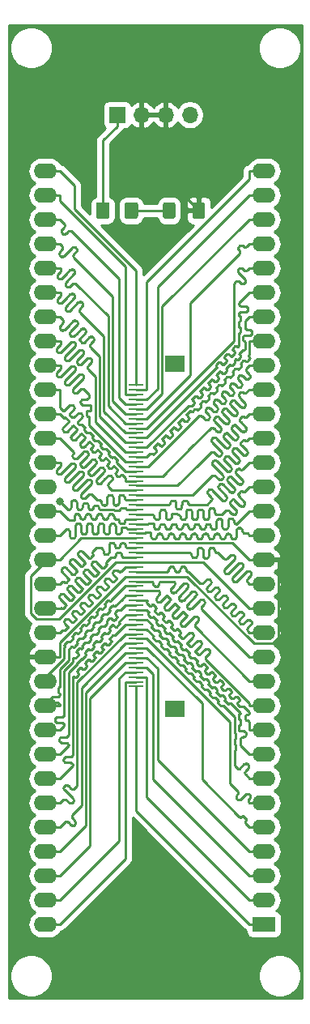
<source format=gbl>
%TF.GenerationSoftware,KiCad,Pcbnew,5.1.9+dfsg1-1*%
%TF.CreationDate,2022-02-08T20:28:24+01:00*%
%TF.ProjectId,flexPiStorm,666c6578-5069-4537-946f-726d2e6b6963,v2022.02.08*%
%TF.SameCoordinates,Original*%
%TF.FileFunction,Copper,L2,Bot*%
%TF.FilePolarity,Positive*%
%FSLAX46Y46*%
G04 Gerber Fmt 4.6, Leading zero omitted, Abs format (unit mm)*
G04 Created by KiCad (PCBNEW 5.1.9+dfsg1-1) date 2022-02-08 20:28:24*
%MOMM*%
%LPD*%
G01*
G04 APERTURE LIST*
%TA.AperFunction,SMDPad,CuDef*%
%ADD10R,2.000000X1.800000*%
%TD*%
%TA.AperFunction,SMDPad,CuDef*%
%ADD11R,1.600000X0.250000*%
%TD*%
%TA.AperFunction,ComponentPad*%
%ADD12R,2.400000X1.600000*%
%TD*%
%TA.AperFunction,ComponentPad*%
%ADD13O,2.400000X1.600000*%
%TD*%
%TA.AperFunction,ComponentPad*%
%ADD14R,1.700000X1.700000*%
%TD*%
%TA.AperFunction,ComponentPad*%
%ADD15O,1.700000X1.700000*%
%TD*%
%TA.AperFunction,ViaPad*%
%ADD16C,0.800000*%
%TD*%
%TA.AperFunction,Conductor*%
%ADD17C,0.250000*%
%TD*%
%TA.AperFunction,Conductor*%
%ADD18C,0.254000*%
%TD*%
%TA.AperFunction,Conductor*%
%ADD19C,0.100000*%
%TD*%
G04 APERTURE END LIST*
D10*
%TO.P,J2,65*%
%TO.N,Net-(J2-Pad65)*%
X143050000Y-118050000D03*
%TO.P,J2,0*%
%TO.N,Net-(J2-Pad0)*%
X143050000Y-82050000D03*
D11*
%TO.P,J2,64*%
%TO.N,/P1*%
X139000000Y-115750000D03*
%TO.P,J2,63*%
%TO.N,/P2*%
X139000000Y-115250000D03*
%TO.P,J2,62*%
%TO.N,/P3*%
X139000000Y-114750000D03*
%TO.P,J2,61*%
%TO.N,/P4*%
X139000000Y-114250000D03*
%TO.P,J2,60*%
%TO.N,/P5*%
X139000000Y-113750000D03*
%TO.P,J2,59*%
%TO.N,/P6*%
X139000000Y-113250000D03*
%TO.P,J2,58*%
%TO.N,/P7*%
X139000000Y-112750000D03*
%TO.P,J2,57*%
%TO.N,/P8*%
X139000000Y-112250000D03*
%TO.P,J2,56*%
%TO.N,/P9*%
X139000000Y-111750000D03*
%TO.P,J2,55*%
%TO.N,/P10*%
X139000000Y-111250000D03*
%TO.P,J2,54*%
%TO.N,/P11*%
X139000000Y-110750000D03*
%TO.P,J2,53*%
%TO.N,/P12*%
X139000000Y-110250000D03*
%TO.P,J2,52*%
%TO.N,/P13*%
X139000000Y-109750000D03*
%TO.P,J2,51*%
%TO.N,/P14*%
X139000000Y-109250000D03*
%TO.P,J2,50*%
%TO.N,/P15*%
X139000000Y-108750000D03*
%TO.P,J2,49*%
%TO.N,/P16*%
X139000000Y-108250000D03*
%TO.P,J2,48*%
%TO.N,/P17*%
X139000000Y-107750000D03*
%TO.P,J2,47*%
%TO.N,/P18*%
X139000000Y-107250000D03*
%TO.P,J2,46*%
%TO.N,/P19*%
X139000000Y-106750000D03*
%TO.P,J2,45*%
%TO.N,/P20*%
X139000000Y-106250000D03*
%TO.P,J2,44*%
%TO.N,/P21*%
X139000000Y-105750000D03*
%TO.P,J2,43*%
%TO.N,/P22*%
X139000000Y-105250000D03*
%TO.P,J2,42*%
%TO.N,/P23*%
X139000000Y-104750000D03*
%TO.P,J2,41*%
%TO.N,GND*%
X139000000Y-104250000D03*
%TO.P,J2,40*%
%TO.N,/P25*%
X139000000Y-103750000D03*
%TO.P,J2,39*%
%TO.N,/P26*%
X139000000Y-103250000D03*
%TO.P,J2,38*%
%TO.N,VCC*%
X139000000Y-102750000D03*
%TO.P,J2,37*%
%TO.N,/P28*%
X139000000Y-102250000D03*
%TO.P,J2,36*%
%TO.N,/P29*%
X139000000Y-101750000D03*
%TO.P,J2,35*%
%TO.N,/P30*%
X139000000Y-101250000D03*
%TO.P,J2,34*%
%TO.N,GND*%
X139000000Y-100750000D03*
%TO.P,J2,33*%
%TO.N,VCC*%
X139000000Y-100250000D03*
%TO.P,J2,32*%
%TO.N,/P33*%
X139000000Y-99750000D03*
%TO.P,J2,31*%
%TO.N,/P34*%
X139000000Y-99250000D03*
%TO.P,J2,30*%
%TO.N,/P35*%
X139000000Y-98750000D03*
%TO.P,J2,29*%
%TO.N,/P36*%
X139000000Y-98250000D03*
%TO.P,J2,28*%
%TO.N,/P37*%
X139000000Y-97750000D03*
%TO.P,J2,27*%
%TO.N,/P38*%
X139000000Y-97250000D03*
%TO.P,J2,26*%
%TO.N,/P39*%
X139000000Y-96750000D03*
%TO.P,J2,25*%
%TO.N,/P40*%
X139000000Y-96250000D03*
%TO.P,J2,24*%
%TO.N,/P41*%
X139000000Y-95750000D03*
%TO.P,J2,23*%
%TO.N,/P42*%
X139000000Y-95250000D03*
%TO.P,J2,22*%
%TO.N,/P43*%
X139000000Y-94750000D03*
%TO.P,J2,21*%
%TO.N,/P44*%
X139000000Y-94250000D03*
%TO.P,J2,20*%
%TO.N,/P45*%
X139000000Y-93750000D03*
%TO.P,J2,19*%
%TO.N,/P46*%
X139000000Y-93250000D03*
%TO.P,J2,18*%
%TO.N,/P47*%
X139000000Y-92750000D03*
%TO.P,J2,17*%
%TO.N,/P48*%
X139000000Y-92250000D03*
%TO.P,J2,16*%
%TO.N,/P49*%
X139000000Y-91750000D03*
%TO.P,J2,15*%
%TO.N,/P50*%
X139000000Y-91250000D03*
%TO.P,J2,14*%
%TO.N,/P51*%
X139000000Y-90750000D03*
%TO.P,J2,13*%
%TO.N,/P52*%
X139000000Y-90250000D03*
%TO.P,J2,12*%
%TO.N,/P53*%
X139000000Y-89750000D03*
%TO.P,J2,11*%
%TO.N,/P54*%
X139000000Y-89250000D03*
%TO.P,J2,10*%
%TO.N,/P55*%
X139000000Y-88750000D03*
%TO.P,J2,9*%
%TO.N,/P56*%
X139000000Y-88250000D03*
%TO.P,J2,8*%
%TO.N,/P57*%
X139000000Y-87750000D03*
%TO.P,J2,7*%
%TO.N,/P58*%
X139000000Y-87250000D03*
%TO.P,J2,6*%
%TO.N,/P59*%
X139000000Y-86750000D03*
%TO.P,J2,5*%
%TO.N,/P60*%
X139000000Y-86250000D03*
%TO.P,J2,4*%
%TO.N,/P61*%
X139000000Y-85750000D03*
%TO.P,J2,3*%
%TO.N,/P62*%
X139000000Y-85250000D03*
%TO.P,J2,2*%
%TO.N,/P63*%
X139000000Y-84750000D03*
%TO.P,J2,1*%
%TO.N,/P64*%
X139000000Y-84250000D03*
%TD*%
D12*
%TO.P,U1,1*%
%TO.N,/P1*%
X152360000Y-140590000D03*
D13*
%TO.P,U1,33*%
%TO.N,/P64*%
X129500000Y-61850000D03*
%TO.P,U1,2*%
%TO.N,/P3*%
X152360000Y-138050000D03*
%TO.P,U1,34*%
%TO.N,/P62*%
X129500000Y-64390000D03*
%TO.P,U1,3*%
%TO.N,/P5*%
X152360000Y-135510000D03*
%TO.P,U1,35*%
%TO.N,/P60*%
X129500000Y-66930000D03*
%TO.P,U1,4*%
%TO.N,/P7*%
X152360000Y-132970000D03*
%TO.P,U1,36*%
%TO.N,/P58*%
X129500000Y-69470000D03*
%TO.P,U1,5*%
%TO.N,/P9*%
X152360000Y-130430000D03*
%TO.P,U1,37*%
%TO.N,/P56*%
X129500000Y-72010000D03*
%TO.P,U1,6*%
%TO.N,/P11*%
X152360000Y-127890000D03*
%TO.P,U1,38*%
%TO.N,/P54*%
X129500000Y-74550000D03*
%TO.P,U1,7*%
%TO.N,/P13*%
X152360000Y-125350000D03*
%TO.P,U1,39*%
%TO.N,/P52*%
X129500000Y-77090000D03*
%TO.P,U1,8*%
%TO.N,/P15*%
X152360000Y-122810000D03*
%TO.P,U1,40*%
%TO.N,/P50*%
X129500000Y-79630000D03*
%TO.P,U1,9*%
%TO.N,/P17*%
X152360000Y-120270000D03*
%TO.P,U1,41*%
%TO.N,/P48*%
X129500000Y-82170000D03*
%TO.P,U1,10*%
%TO.N,/P19*%
X152360000Y-117730000D03*
%TO.P,U1,42*%
%TO.N,/P46*%
X129500000Y-84710000D03*
%TO.P,U1,11*%
%TO.N,/P21*%
X152360000Y-115190000D03*
%TO.P,U1,43*%
%TO.N,/P44*%
X129500000Y-87250000D03*
%TO.P,U1,12*%
%TO.N,/P23*%
X152360000Y-112650000D03*
%TO.P,U1,44*%
%TO.N,/P42*%
X129500000Y-89790000D03*
%TO.P,U1,13*%
%TO.N,/P25*%
X152360000Y-110110000D03*
%TO.P,U1,45*%
%TO.N,/P40*%
X129500000Y-92330000D03*
%TO.P,U1,14*%
%TO.N,VCC*%
X152360000Y-107570000D03*
%TO.P,U1,46*%
%TO.N,/P38*%
X129500000Y-94870000D03*
%TO.P,U1,15*%
%TO.N,/P29*%
X152360000Y-105030000D03*
%TO.P,U1,47*%
%TO.N,/P36*%
X129500000Y-97410000D03*
%TO.P,U1,16*%
%TO.N,GND*%
X152360000Y-102490000D03*
%TO.P,U1,48*%
%TO.N,/P34*%
X129500000Y-99950000D03*
%TO.P,U1,17*%
%TO.N,/P33*%
X152360000Y-99950000D03*
%TO.P,U1,49*%
%TO.N,VCC*%
X129500000Y-102490000D03*
%TO.P,U1,18*%
%TO.N,/P35*%
X152360000Y-97410000D03*
%TO.P,U1,50*%
%TO.N,/P30*%
X129500000Y-105030000D03*
%TO.P,U1,19*%
%TO.N,/P37*%
X152360000Y-94870000D03*
%TO.P,U1,51*%
%TO.N,/P28*%
X129500000Y-107570000D03*
%TO.P,U1,20*%
%TO.N,/P39*%
X152360000Y-92330000D03*
%TO.P,U1,52*%
%TO.N,/P26*%
X129500000Y-110110000D03*
%TO.P,U1,21*%
%TO.N,/P41*%
X152360000Y-89790000D03*
%TO.P,U1,53*%
%TO.N,GND*%
X129500000Y-112650000D03*
%TO.P,U1,22*%
%TO.N,/P43*%
X152360000Y-87250000D03*
%TO.P,U1,54*%
%TO.N,/P22*%
X129500000Y-115190000D03*
%TO.P,U1,23*%
%TO.N,/P45*%
X152360000Y-84710000D03*
%TO.P,U1,55*%
%TO.N,/P20*%
X129500000Y-117730000D03*
%TO.P,U1,24*%
%TO.N,/P47*%
X152360000Y-82170000D03*
%TO.P,U1,56*%
%TO.N,/P18*%
X129500000Y-120270000D03*
%TO.P,U1,25*%
%TO.N,/P49*%
X152360000Y-79630000D03*
%TO.P,U1,57*%
%TO.N,/P16*%
X129500000Y-122810000D03*
%TO.P,U1,26*%
%TO.N,/P51*%
X152360000Y-77090000D03*
%TO.P,U1,58*%
%TO.N,/P14*%
X129500000Y-125350000D03*
%TO.P,U1,27*%
%TO.N,/P53*%
X152360000Y-74550000D03*
%TO.P,U1,59*%
%TO.N,/P12*%
X129500000Y-127890000D03*
%TO.P,U1,28*%
%TO.N,/P55*%
X152360000Y-72010000D03*
%TO.P,U1,60*%
%TO.N,/P10*%
X129500000Y-130430000D03*
%TO.P,U1,29*%
%TO.N,/P57*%
X152360000Y-69470000D03*
%TO.P,U1,61*%
%TO.N,/P8*%
X129500000Y-132970000D03*
%TO.P,U1,30*%
%TO.N,/P59*%
X152360000Y-66930000D03*
%TO.P,U1,62*%
%TO.N,/P6*%
X129500000Y-135510000D03*
%TO.P,U1,31*%
%TO.N,/P61*%
X152360000Y-64390000D03*
%TO.P,U1,63*%
%TO.N,/P4*%
X129500000Y-138050000D03*
%TO.P,U1,32*%
%TO.N,/P63*%
X152360000Y-61850000D03*
%TO.P,U1,64*%
%TO.N,/P2*%
X129500000Y-140590000D03*
%TD*%
D14*
%TO.P,J1,1*%
%TO.N,VCC*%
X137000000Y-56000000D03*
D15*
%TO.P,J1,2*%
%TO.N,GND*%
X139540000Y-56000000D03*
%TO.P,J1,3*%
X142080000Y-56000000D03*
%TO.P,J1,4*%
%TO.N,Net-(J1-Pad4)*%
X144620000Y-56000000D03*
%TD*%
%TO.P,D1,1*%
%TO.N,Net-(D1-Pad1)*%
%TA.AperFunction,SMDPad,CuDef*%
G36*
G01*
X139200000Y-65375000D02*
X139200000Y-66625000D01*
G75*
G02*
X138950000Y-66875000I-250000J0D01*
G01*
X138025000Y-66875000D01*
G75*
G02*
X137775000Y-66625000I0J250000D01*
G01*
X137775000Y-65375000D01*
G75*
G02*
X138025000Y-65125000I250000J0D01*
G01*
X138950000Y-65125000D01*
G75*
G02*
X139200000Y-65375000I0J-250000D01*
G01*
G37*
%TD.AperFunction*%
%TO.P,D1,2*%
%TO.N,VCC*%
%TA.AperFunction,SMDPad,CuDef*%
G36*
G01*
X136225000Y-65375000D02*
X136225000Y-66625000D01*
G75*
G02*
X135975000Y-66875000I-250000J0D01*
G01*
X135050000Y-66875000D01*
G75*
G02*
X134800000Y-66625000I0J250000D01*
G01*
X134800000Y-65375000D01*
G75*
G02*
X135050000Y-65125000I250000J0D01*
G01*
X135975000Y-65125000D01*
G75*
G02*
X136225000Y-65375000I0J-250000D01*
G01*
G37*
%TD.AperFunction*%
%TD*%
%TO.P,R1,1*%
%TO.N,Net-(D1-Pad1)*%
%TA.AperFunction,SMDPad,CuDef*%
G36*
G01*
X141800000Y-66625001D02*
X141800000Y-65374999D01*
G75*
G02*
X142049999Y-65125000I249999J0D01*
G01*
X142850001Y-65125000D01*
G75*
G02*
X143100000Y-65374999I0J-249999D01*
G01*
X143100000Y-66625001D01*
G75*
G02*
X142850001Y-66875000I-249999J0D01*
G01*
X142049999Y-66875000D01*
G75*
G02*
X141800000Y-66625001I0J249999D01*
G01*
G37*
%TD.AperFunction*%
%TO.P,R1,2*%
%TO.N,GND*%
%TA.AperFunction,SMDPad,CuDef*%
G36*
G01*
X144900000Y-66625001D02*
X144900000Y-65374999D01*
G75*
G02*
X145149999Y-65125000I249999J0D01*
G01*
X145950001Y-65125000D01*
G75*
G02*
X146200000Y-65374999I0J-249999D01*
G01*
X146200000Y-66625001D01*
G75*
G02*
X145950001Y-66875000I-249999J0D01*
G01*
X145149999Y-66875000D01*
G75*
G02*
X144900000Y-66625001I0J249999D01*
G01*
G37*
%TD.AperFunction*%
%TD*%
D16*
%TO.N,/P38*%
X131025300Y-96395300D03*
%TD*%
D17*
%TO.N,VCC*%
X139000000Y-102750000D02*
X146014700Y-102750000D01*
X146014700Y-102750000D02*
X150834700Y-107570000D01*
X129647100Y-102490000D02*
X127972300Y-104164800D01*
X127972300Y-104164800D02*
X127972300Y-108063100D01*
X127972300Y-108063100D02*
X128605800Y-108696600D01*
X128605800Y-108696600D02*
X130938100Y-108696600D01*
X130938100Y-108696600D02*
X136884700Y-102750000D01*
X136884700Y-102750000D02*
X139000000Y-102750000D01*
X129647100Y-102490000D02*
X129794100Y-102490000D01*
X129500000Y-102490000D02*
X129647100Y-102490000D01*
X130363100Y-102490000D02*
X131025300Y-102490000D01*
X130363100Y-102490000D02*
X129794100Y-102490000D01*
X139000000Y-100250000D02*
X133265300Y-100250000D01*
X133265300Y-100250000D02*
X131025300Y-102490000D01*
X152360000Y-107570000D02*
X150834700Y-107570000D01*
X137000000Y-57175300D02*
X135512500Y-58662800D01*
X135512500Y-58662800D02*
X135512500Y-66000000D01*
X137000000Y-56000000D02*
X137000000Y-57175300D01*
%TO.N,GND*%
X142080000Y-56000000D02*
X142080000Y-62530000D01*
X142080000Y-62530000D02*
X145550000Y-66000000D01*
X142080000Y-56000000D02*
X139540000Y-56000000D01*
X129500000Y-112650000D02*
X131025300Y-112650000D01*
X139000000Y-104250000D02*
X137874700Y-104250000D01*
X137874700Y-104250000D02*
X131025300Y-111099400D01*
X131025300Y-111099400D02*
X131025300Y-112650000D01*
X153885300Y-102490000D02*
X153885300Y-110608600D01*
X153885300Y-110608600D02*
X153257800Y-111236100D01*
X153257800Y-111236100D02*
X151323900Y-111236100D01*
X151323900Y-111236100D02*
X144337800Y-104250000D01*
X144337800Y-104250000D02*
X139000000Y-104250000D01*
X152360000Y-102490000D02*
X153885300Y-102490000D01*
X139000000Y-100750000D02*
X149094700Y-100750000D01*
X151926500Y-102490000D02*
X152360000Y-102490000D01*
X149094700Y-100750000D02*
X150834700Y-102490000D01*
X151926500Y-102490000D02*
X150834700Y-102490000D01*
%TO.N,/P1*%
X152360000Y-140590000D02*
X150834700Y-140590000D01*
X150834700Y-140590000D02*
X139000000Y-128755300D01*
X139000000Y-128755300D02*
X139000000Y-115750000D01*
%TO.N,/P2*%
X131025300Y-140590000D02*
X137874700Y-133740600D01*
X137874700Y-133740600D02*
X137874700Y-115250000D01*
X139000000Y-115250000D02*
X137874700Y-115250000D01*
X129500000Y-140590000D02*
X131025300Y-140590000D01*
%TO.N,/P3*%
X139000000Y-114750000D02*
X140125300Y-114750000D01*
X152360000Y-138050000D02*
X150834700Y-138050000D01*
X150834700Y-138050000D02*
X140125300Y-127340600D01*
X140125300Y-127340600D02*
X140125300Y-114750000D01*
%TO.N,/P4*%
X139000000Y-114250000D02*
X137874700Y-114250000D01*
X129500000Y-138050000D02*
X131025300Y-138050000D01*
X131025300Y-138050000D02*
X137234300Y-131841000D01*
X137234300Y-131841000D02*
X137234300Y-114890400D01*
X137234300Y-114890400D02*
X137874700Y-114250000D01*
%TO.N,/P5*%
X139000000Y-113750000D02*
X140125300Y-113750000D01*
X152360000Y-135510000D02*
X150834700Y-135510000D01*
X150834700Y-135510000D02*
X140800800Y-125476100D01*
X140800800Y-125476100D02*
X140800800Y-114425500D01*
X140800800Y-114425500D02*
X140125300Y-113750000D01*
%TO.N,/P6*%
X137874700Y-113250000D02*
X134177400Y-116947300D01*
X134177400Y-116947300D02*
X134177400Y-132357900D01*
X134177400Y-132357900D02*
X131025300Y-135510000D01*
X129500000Y-135510000D02*
X131025300Y-135510000D01*
X139000000Y-113250000D02*
X137874700Y-113250000D01*
%TO.N,/P7*%
X139000000Y-112750000D02*
X140125300Y-112750000D01*
X152360000Y-132970000D02*
X150834700Y-132970000D01*
X150834700Y-132970000D02*
X141251100Y-123386400D01*
X141251100Y-123386400D02*
X141251100Y-113875800D01*
X141251100Y-113875800D02*
X140125300Y-112750000D01*
%TO.N,/P8*%
X131025300Y-132970000D02*
X133727100Y-130268200D01*
X133727100Y-130268200D02*
X133727100Y-116397600D01*
X133727100Y-116397600D02*
X137874700Y-112250000D01*
X129500000Y-132970000D02*
X131025300Y-132970000D01*
X139000000Y-112250000D02*
X137874700Y-112250000D01*
%TO.N,/P9*%
X145886600Y-117511300D02*
X140125300Y-111750000D01*
X145886600Y-125481900D02*
X145886600Y-117511300D01*
X149752060Y-129347360D02*
X145886600Y-125481900D01*
X150486890Y-129700741D02*
X150496263Y-129659674D01*
X150496263Y-129617552D02*
X150486890Y-129576485D01*
X150172158Y-129293447D02*
X150130036Y-129293447D01*
X149822944Y-129391900D02*
X149784993Y-129373623D01*
X150397810Y-129966766D02*
X150388437Y-129925699D01*
X150397810Y-129842510D02*
X150416086Y-129804559D01*
X150468613Y-129738692D02*
X150486890Y-129700741D01*
X150496263Y-129659674D02*
X150496263Y-129617552D01*
X150213225Y-129302821D02*
X150172158Y-129293447D01*
X150088969Y-129302821D02*
X150051018Y-129321097D01*
X150388437Y-129883576D02*
X150397810Y-129842510D01*
X150388437Y-129925699D02*
X150388437Y-129883576D01*
X150468613Y-129538534D02*
X150442350Y-129505601D01*
X150834700Y-130430000D02*
X150442350Y-130037650D01*
X150284109Y-129347360D02*
X150251176Y-129321097D01*
X150442350Y-130037650D02*
X150416086Y-130004717D01*
X150251176Y-129321097D02*
X150213225Y-129302821D01*
X149784993Y-129373623D02*
X149752060Y-129347360D01*
X149906133Y-129401273D02*
X149864011Y-129401273D01*
X150416086Y-129804559D02*
X150468613Y-129738692D01*
X152360000Y-130430000D02*
X150834700Y-130430000D01*
X150486890Y-129576485D02*
X150468613Y-129538534D01*
X150442350Y-129505601D02*
X150284109Y-129347360D01*
X149947200Y-129391900D02*
X149906133Y-129401273D01*
X140125300Y-111750000D02*
X139000000Y-111750000D01*
X150416086Y-130004717D02*
X150397810Y-129966766D01*
X150130036Y-129293447D02*
X150088969Y-129302821D01*
X150051018Y-129321097D02*
X149985151Y-129373623D01*
X149985151Y-129373623D02*
X149947200Y-129391900D01*
X149864011Y-129401273D02*
X149822944Y-129391900D01*
%TO.N,/P10*%
X137874700Y-111250000D02*
X139000000Y-111250000D01*
X133276800Y-115847900D02*
X137874700Y-111250000D01*
X133276800Y-128178500D02*
X133276800Y-115847900D01*
X132309292Y-129156643D02*
X132351178Y-129104121D01*
X132351178Y-129104121D02*
X133276800Y-128178500D01*
X132280144Y-129217169D02*
X132309292Y-129156643D01*
X132265196Y-129282663D02*
X132280144Y-129217169D01*
X132270229Y-130253950D02*
X132335723Y-130268898D01*
X132209703Y-130224802D02*
X132270229Y-130253950D01*
X132335723Y-130268898D02*
X132402902Y-130268898D01*
X132581445Y-129758652D02*
X132351177Y-129528384D01*
X132667426Y-129937195D02*
X132652477Y-129871701D01*
X132652477Y-129871701D02*
X132623330Y-129811175D01*
X131926914Y-129952650D02*
X132157181Y-130182917D01*
X132528922Y-130224802D02*
X132581445Y-130182917D01*
X132623330Y-129811175D02*
X132581445Y-129758652D01*
X131748371Y-129866668D02*
X131813865Y-129881617D01*
X132157181Y-130182917D02*
X132209703Y-130224802D01*
X131681192Y-129866668D02*
X131748371Y-129866668D01*
X131813865Y-129881617D02*
X131874391Y-129910764D01*
X131025300Y-130430000D02*
X131502650Y-129952650D01*
X131615698Y-129881617D02*
X131681192Y-129866668D01*
X131502650Y-129952650D02*
X131555172Y-129910764D01*
X129500000Y-130430000D02*
X131025300Y-130430000D01*
X131555172Y-129910764D02*
X131615698Y-129881617D01*
X132402902Y-130268898D02*
X132468396Y-130253950D01*
X132280144Y-129415336D02*
X132265196Y-129349842D01*
X132468396Y-130253950D02*
X132528922Y-130224802D01*
X132581445Y-130182917D02*
X132623330Y-130130394D01*
X132623330Y-130130394D02*
X132652477Y-130069868D01*
X131874391Y-129910764D02*
X131926914Y-129952650D01*
X132652477Y-130069868D02*
X132667426Y-130004374D01*
X132667426Y-130004374D02*
X132667426Y-129937195D01*
X132351177Y-129528384D02*
X132309292Y-129475862D01*
X132309292Y-129475862D02*
X132280144Y-129415336D01*
X132265196Y-129349842D02*
X132265196Y-129282663D01*
%TO.N,/P11*%
X148839600Y-125894900D02*
X148839600Y-119464300D01*
X149561906Y-126617205D02*
X148839600Y-125894900D01*
X149603790Y-126669726D02*
X149561906Y-126617205D01*
X149632938Y-126730252D02*
X149603790Y-126669726D01*
X149647887Y-126795747D02*
X149632938Y-126730252D01*
X149647887Y-126862925D02*
X149647887Y-126795747D01*
X149603790Y-126988946D02*
X149632938Y-126928420D01*
X149561906Y-127041469D02*
X149603790Y-126988946D01*
X148839600Y-119464300D02*
X140125300Y-110750000D01*
X149535046Y-127068328D02*
X149561906Y-127041469D01*
X149449065Y-127246872D02*
X149464013Y-127181377D01*
X149449064Y-127314050D02*
X149449065Y-127246872D01*
X149464014Y-127379545D02*
X149449064Y-127314050D01*
X149493160Y-127440070D02*
X149464014Y-127379545D01*
X149587568Y-127534478D02*
X149535047Y-127492594D01*
X149648094Y-127563626D02*
X149587568Y-127534478D01*
X150809036Y-126972725D02*
X150748510Y-126943578D01*
X150861559Y-127438875D02*
X150903444Y-127386353D01*
X149713589Y-127578575D02*
X149648094Y-127563626D01*
X150932592Y-127127659D02*
X150903444Y-127067133D01*
X150861559Y-127014611D02*
X150809036Y-126972725D01*
X149906788Y-127534478D02*
X149846262Y-127563626D01*
X150947541Y-127260332D02*
X150947541Y-127193154D01*
X150763667Y-127578784D02*
X150792814Y-127518258D01*
X150834700Y-127465735D02*
X150861559Y-127438875D01*
X150903444Y-127386353D02*
X150932592Y-127325827D01*
X149632938Y-126928420D02*
X149647887Y-126862925D01*
X149493161Y-127120852D02*
X149535046Y-127068328D01*
X150792814Y-127518258D02*
X150834700Y-127465735D01*
X150748718Y-127711457D02*
X150748718Y-127644278D01*
X150763667Y-127776951D02*
X150748718Y-127711457D01*
X149535047Y-127492594D02*
X149493160Y-127440070D01*
X150437294Y-127014611D02*
X150410434Y-127041470D01*
X149464013Y-127181377D02*
X149493161Y-127120852D01*
X149780767Y-127578575D02*
X149713589Y-127578575D01*
X150932592Y-127325827D02*
X150947541Y-127260332D01*
X152360000Y-127890000D02*
X150834700Y-127890000D01*
X150903444Y-127067133D02*
X150861559Y-127014611D01*
X150748510Y-126943578D02*
X150683016Y-126928629D01*
X150748718Y-127644278D02*
X150763667Y-127578784D01*
X150834700Y-127890000D02*
X150792814Y-127837477D01*
X150683016Y-126928629D02*
X150615837Y-126928629D01*
X150615837Y-126928629D02*
X150550343Y-126943578D01*
X150410434Y-127041470D02*
X149959311Y-127492594D01*
X150792814Y-127837477D02*
X150763667Y-127776951D01*
X150550343Y-126943578D02*
X150489817Y-126972725D01*
X150489817Y-126972725D02*
X150437294Y-127014611D01*
X140125300Y-110750000D02*
X139000000Y-110750000D01*
X149959311Y-127492594D02*
X149906788Y-127534478D01*
X150947541Y-127193154D02*
X150932592Y-127127659D01*
X149846262Y-127563626D02*
X149780767Y-127578575D01*
%TO.N,/P12*%
X132826500Y-115298200D02*
X137874700Y-110250000D01*
X132826500Y-126088800D02*
X132826500Y-115298200D01*
X132381900Y-126440841D02*
X132447395Y-126425891D01*
X132560444Y-126354858D02*
X132826500Y-126088800D01*
X132188702Y-126396744D02*
X132249227Y-126425892D01*
X132507920Y-126396745D02*
X132560444Y-126354858D01*
X132136178Y-126354859D02*
X132188702Y-126396744D01*
X132447395Y-126425891D02*
X132507920Y-126396745D01*
X131915065Y-126133746D02*
X132136178Y-126354859D01*
X131802017Y-126062713D02*
X131862542Y-126091861D01*
X131669344Y-126047764D02*
X131736522Y-126047765D01*
X131603849Y-126062714D02*
X131669344Y-126047764D01*
X131490801Y-126133745D02*
X131543324Y-126091860D01*
X131419768Y-126246795D02*
X131448916Y-126186268D01*
X132046075Y-127919795D02*
X132111569Y-127934744D01*
X131933026Y-127848762D02*
X131985549Y-127890648D01*
X137874700Y-110250000D02*
X139000000Y-110250000D01*
X132357291Y-127424497D02*
X131490801Y-126558009D01*
X131985549Y-127890648D02*
X132046075Y-127919795D01*
X131533371Y-127541668D02*
X131598865Y-127556617D01*
X131448915Y-126505488D02*
X131419769Y-126444961D01*
X131287650Y-127627650D02*
X131340172Y-127585764D01*
X131466192Y-127541668D02*
X131533371Y-127541668D01*
X131490801Y-126558009D02*
X131448915Y-126505488D01*
X131400698Y-127556617D02*
X131466192Y-127541668D01*
X132111569Y-127934744D02*
X132178748Y-127934744D01*
X131340172Y-127585764D02*
X131400698Y-127556617D01*
X131711914Y-127627650D02*
X131933026Y-127848762D01*
X131659391Y-127585764D02*
X131711914Y-127627650D01*
X129500000Y-127890000D02*
X131025300Y-127890000D01*
X132428323Y-127735713D02*
X132443272Y-127670219D01*
X131025300Y-127890000D02*
X131287650Y-127627650D01*
X132314722Y-126440840D02*
X132381900Y-126440841D01*
X132178748Y-127934744D02*
X132244242Y-127919795D01*
X132244242Y-127919795D02*
X132304768Y-127890648D01*
X131404819Y-126379468D02*
X131404820Y-126312288D01*
X131543324Y-126091860D02*
X131603849Y-126062714D01*
X131448916Y-126186268D02*
X131490801Y-126133745D01*
X131598865Y-127556617D02*
X131659391Y-127585764D01*
X132304768Y-127890648D02*
X132357291Y-127848762D01*
X132399176Y-127477020D02*
X132357291Y-127424497D01*
X131862542Y-126091861D02*
X131915065Y-126133746D01*
X131736522Y-126047765D02*
X131802017Y-126062713D01*
X132357291Y-127848762D02*
X132399176Y-127796239D01*
X132399176Y-127796239D02*
X132428323Y-127735713D01*
X132443272Y-127670219D02*
X132443272Y-127603040D01*
X132443272Y-127603040D02*
X132428323Y-127537546D01*
X132249227Y-126425892D02*
X132314722Y-126440840D01*
X132428323Y-127537546D02*
X132399176Y-127477020D01*
X131404820Y-126312288D02*
X131419768Y-126246795D01*
X131419769Y-126444961D02*
X131404819Y-126379468D01*
%TO.N,/P13*%
X150834700Y-125350000D02*
X152256713Y-125350000D01*
X150456623Y-124971923D02*
X150834700Y-125350000D01*
X150385589Y-124858874D02*
X150414737Y-124919401D01*
X150370641Y-124793381D02*
X150385589Y-124858874D01*
X150370640Y-124726201D02*
X150370641Y-124793381D01*
X150385590Y-124660708D02*
X150370640Y-124726201D01*
X150414736Y-124600181D02*
X150385590Y-124660708D01*
X150456623Y-124547659D02*
X150414736Y-124600181D01*
X150699712Y-124304569D02*
X150456623Y-124547659D01*
X150785694Y-124058848D02*
X150785693Y-124126026D01*
X150770744Y-123993353D02*
X150785694Y-124058848D01*
X150647190Y-123838419D02*
X150699712Y-123880305D01*
X150586665Y-123809273D02*
X150647190Y-123838419D01*
X150327972Y-123838420D02*
X150388497Y-123809272D01*
X150275450Y-123880307D02*
X150327972Y-123838420D01*
X149736931Y-124376523D02*
X149749518Y-124366485D01*
X149722427Y-124383508D02*
X149736931Y-124376523D01*
X149706733Y-124387090D02*
X149722427Y-124383508D01*
X149690635Y-124387090D02*
X149706733Y-124387090D01*
X149674940Y-124383508D02*
X149690635Y-124387090D01*
X149660436Y-124376523D02*
X149674940Y-124383508D01*
X149308232Y-124016800D02*
X149315217Y-124031304D01*
X149304650Y-124001105D02*
X149308232Y-124016800D01*
X149335292Y-123929636D02*
X149315217Y-123954808D01*
X149342276Y-123867645D02*
X149345859Y-123883339D01*
X149335292Y-123853141D02*
X149342276Y-123867645D01*
X149294852Y-122442905D02*
X149291154Y-122453473D01*
X149300809Y-122433425D02*
X149294852Y-122442905D01*
X149308726Y-122425508D02*
X149300809Y-122433425D01*
X149318206Y-122419551D02*
X149308726Y-122425508D01*
X149351027Y-122413346D02*
X149328774Y-122415853D01*
X149361595Y-122409648D02*
X149351027Y-122413346D01*
X149371075Y-122403691D02*
X149361595Y-122409648D01*
X149378992Y-122395774D02*
X149371075Y-122403691D01*
X149388647Y-122375726D02*
X149384949Y-122386294D01*
X149389900Y-122364600D02*
X149388647Y-122375726D01*
X149389900Y-121864600D02*
X149389900Y-122364600D01*
X149388647Y-121853473D02*
X149389900Y-121864600D01*
X149384949Y-121842905D02*
X149388647Y-121853473D01*
X149351027Y-121815853D02*
X149361595Y-121819551D01*
X149328774Y-121813346D02*
X149351027Y-121815853D01*
X149318206Y-121809648D02*
X149328774Y-121813346D01*
X149308726Y-121803691D02*
X149318206Y-121809648D01*
X149300809Y-121795774D02*
X149308726Y-121803691D01*
X149291154Y-121775726D02*
X149294852Y-121786294D01*
X149289900Y-121764600D02*
X149291154Y-121775726D01*
X149289900Y-121264600D02*
X149289900Y-121764600D01*
X149291154Y-121253473D02*
X149289900Y-121264600D01*
X149300809Y-121233425D02*
X149294852Y-121242905D01*
X149308726Y-121225508D02*
X149300809Y-121233425D01*
X149318206Y-121219551D02*
X149308726Y-121225508D01*
X149351027Y-121213346D02*
X149328774Y-121215853D01*
X149361595Y-121209648D02*
X149351027Y-121213346D01*
X149371075Y-121203691D02*
X149361595Y-121209648D01*
X149378992Y-121195774D02*
X149371075Y-121203691D01*
X149384949Y-121186294D02*
X149378992Y-121195774D01*
X149371075Y-120625508D02*
X149378992Y-120633425D01*
X149361595Y-120619551D02*
X149371075Y-120625508D01*
X149351027Y-120615853D02*
X149361595Y-120619551D01*
X149328774Y-120613346D02*
X149351027Y-120615853D01*
X149318206Y-120609648D02*
X149328774Y-120613346D01*
X149308726Y-120603691D02*
X149318206Y-120609648D01*
X144612988Y-114344219D02*
X144632536Y-114334806D01*
X144158233Y-113950448D02*
X144148820Y-113969996D01*
X141653947Y-111330237D02*
X141649119Y-111351390D01*
X145502217Y-115178506D02*
X145523913Y-115178506D01*
X144185289Y-113916522D02*
X144158233Y-113950448D01*
X149328774Y-122415853D02*
X149318206Y-122419551D01*
X143346175Y-113048446D02*
X143336761Y-113067994D01*
X141653947Y-111308541D02*
X141653947Y-111330237D01*
X145481064Y-115183334D02*
X145502217Y-115178506D01*
X144194703Y-113896974D02*
X144185289Y-113916522D01*
X144199531Y-113875821D02*
X144194703Y-113896974D01*
X144143992Y-113991149D02*
X144143992Y-114012845D01*
X144199531Y-113854125D02*
X144199531Y-113875821D01*
X141626178Y-111250878D02*
X141639705Y-111267840D01*
X145408042Y-115229218D02*
X145427590Y-115219804D01*
X144194703Y-113832972D02*
X144199531Y-113854125D01*
X141338936Y-110963635D02*
X141626178Y-111250878D01*
X145386889Y-115234046D02*
X145408042Y-115229218D01*
X144185289Y-113813424D02*
X144194703Y-113832972D01*
X149384949Y-122386294D02*
X149378992Y-122395774D01*
X143323234Y-112947934D02*
X143336761Y-112964896D01*
X149647850Y-124366486D02*
X149660436Y-124376523D01*
X145365193Y-115234046D02*
X145386889Y-115234046D01*
X143884520Y-113509219D02*
X144171762Y-113796462D01*
X143867557Y-113495691D02*
X143884520Y-113509219D01*
X141259577Y-110935866D02*
X141281273Y-110935866D01*
X145307529Y-115206276D02*
X145324492Y-115219804D01*
X143805161Y-113481450D02*
X143826857Y-113481450D01*
X149378992Y-121833425D02*
X149384949Y-121842905D01*
X142935480Y-112637750D02*
X142956633Y-112632922D01*
X150741597Y-124252046D02*
X150699712Y-124304569D01*
X145855289Y-115750601D02*
X145868817Y-115767564D01*
X143784008Y-113486278D02*
X143805161Y-113481450D01*
X149371075Y-121825508D02*
X149378992Y-121833425D01*
X142915932Y-112647163D02*
X142935480Y-112637750D01*
X150770745Y-124191521D02*
X150741597Y-124252046D01*
X145845876Y-115731054D02*
X145855289Y-115750601D01*
X143764460Y-113495691D02*
X143784008Y-113486278D01*
X149361595Y-121819551D02*
X149371075Y-121825508D01*
X142882006Y-112674220D02*
X142915932Y-112647163D01*
X144992520Y-114839677D02*
X144992520Y-114861373D01*
X150785693Y-124126026D02*
X150770745Y-124191521D01*
X149300809Y-120595774D02*
X149308726Y-120603691D01*
X145841048Y-115709901D02*
X145845876Y-115731054D01*
X143710986Y-113532162D02*
X143730534Y-113522748D01*
X142841305Y-112688462D02*
X142862458Y-112683634D01*
X143689833Y-113536990D02*
X143710986Y-113532162D01*
X142819609Y-112688462D02*
X142841305Y-112688462D01*
X150741598Y-123932828D02*
X150770744Y-123993353D01*
X144148820Y-114033998D02*
X144158233Y-114053545D01*
X145855289Y-115647504D02*
X145845876Y-115667052D01*
X143668137Y-113536990D02*
X143689833Y-113536990D01*
X142798456Y-112683634D02*
X142819609Y-112688462D01*
X145043231Y-114745502D02*
X145033817Y-114765050D01*
X143610473Y-113509220D02*
X143627436Y-113522748D01*
X143323233Y-113221980D02*
X143610473Y-113509220D01*
X145020290Y-114644990D02*
X145033817Y-114661952D01*
X149289900Y-122464600D02*
X149289900Y-123805200D01*
X143300292Y-113185470D02*
X143309705Y-113205017D01*
X144733048Y-114357747D02*
X145020290Y-114644990D01*
X145868818Y-115493518D02*
X145882345Y-115510480D01*
X143295464Y-113142621D02*
X143295464Y-113164317D01*
X143300292Y-113121468D02*
X143295464Y-113142621D01*
X143309705Y-113101920D02*
X143300292Y-113121468D01*
X144653689Y-114329978D02*
X144675385Y-114329978D01*
X143336761Y-113067994D02*
X143309705Y-113101920D01*
X145845876Y-115667052D02*
X145841048Y-115688205D01*
X144158233Y-114053545D02*
X144171761Y-114070508D01*
X144632536Y-114334806D02*
X144653689Y-114329978D01*
X143351003Y-113027293D02*
X143346175Y-113048446D01*
X145461516Y-115192747D02*
X145481064Y-115183334D01*
X143351003Y-113005597D02*
X143351003Y-113027293D01*
X144459001Y-114357748D02*
X144475964Y-114371276D01*
X144559514Y-114380690D02*
X144579062Y-114371276D01*
X145427590Y-115219804D02*
X145461516Y-115192747D01*
X148047801Y-117724090D02*
X148069497Y-117724090D01*
X143346175Y-112984444D02*
X143351003Y-113005597D01*
X144538361Y-114385518D02*
X144559514Y-114380690D01*
X148026648Y-117728918D02*
X148047801Y-117724090D01*
X143035992Y-112660691D02*
X143323234Y-112947934D01*
X149389900Y-121164600D02*
X149388647Y-121175726D01*
X142170501Y-111798635D02*
X142187464Y-111812163D01*
X149325254Y-124043890D02*
X149647850Y-124366486D01*
X145344040Y-115229218D02*
X145365193Y-115234046D01*
X147953626Y-117774802D02*
X147973174Y-117765388D01*
X143019029Y-112647163D02*
X143035992Y-112660691D01*
X142150954Y-111789222D02*
X142170501Y-111798635D01*
X149315217Y-124031304D02*
X149325254Y-124043890D01*
X145324492Y-115219804D02*
X145344040Y-115229218D01*
X147932473Y-117779630D02*
X147953626Y-117774802D01*
X142999482Y-112637750D02*
X143019029Y-112647163D01*
X142129801Y-111784394D02*
X142150954Y-111789222D01*
X147910777Y-117779630D02*
X147932473Y-117779630D01*
X142956633Y-112632922D02*
X142978329Y-112632922D01*
X145868817Y-115767564D02*
X146156057Y-116054804D01*
X143826857Y-113481450D02*
X143848010Y-113486278D01*
X140791177Y-110522410D02*
X140764121Y-110556336D01*
X149304650Y-123985007D02*
X149304650Y-124001105D01*
X140791177Y-110419312D02*
X140800591Y-110438860D01*
X145006761Y-114902073D02*
X145020289Y-114919036D01*
X140777649Y-110676396D02*
X141064889Y-110963636D01*
X142862458Y-112683634D02*
X142882006Y-112674220D01*
X144171761Y-114070508D02*
X144459001Y-114357748D01*
X145841048Y-115688205D02*
X145841048Y-115709901D01*
X142778908Y-112674220D02*
X142798456Y-112683634D01*
X143646984Y-113532162D02*
X143668137Y-113536990D01*
X145048059Y-114724349D02*
X145043231Y-114745502D01*
X142446936Y-112315789D02*
X142451764Y-112336942D01*
X150699712Y-123880305D02*
X150741598Y-123932828D01*
X145882345Y-115613578D02*
X145855289Y-115647504D01*
X144143992Y-114012845D02*
X144148820Y-114033998D01*
X144579062Y-114371276D02*
X144612988Y-114344219D01*
X141649119Y-111287388D02*
X141653947Y-111308541D01*
X147199273Y-116875562D02*
X147220969Y-116875562D01*
X143848010Y-113486278D02*
X143867557Y-113495691D01*
X141238424Y-110940694D02*
X141259577Y-110935866D01*
X145020289Y-114919036D02*
X145307529Y-115206276D01*
X141144249Y-110991406D02*
X141165402Y-110986578D01*
X141101400Y-110986578D02*
X141122553Y-110991406D01*
X142488233Y-112116368D02*
X142497647Y-112135916D01*
X147158572Y-116889803D02*
X147178120Y-116880390D01*
X144148820Y-113969996D02*
X144143992Y-113991149D01*
X143309705Y-113205017D02*
X143323233Y-113221980D01*
X141064889Y-110963636D02*
X141081852Y-110977164D01*
X143336761Y-112964896D02*
X143346175Y-112984444D01*
X141122553Y-110991406D02*
X141144249Y-110991406D01*
X144516665Y-114385518D02*
X144538361Y-114385518D01*
X142474706Y-112099406D02*
X142488233Y-112116368D01*
X148007100Y-117738331D02*
X148026648Y-117728918D01*
X144171762Y-113796462D02*
X144185289Y-113813424D01*
X141649119Y-111351390D02*
X141639705Y-111370938D01*
X140764121Y-110659433D02*
X140777649Y-110676396D01*
X140805419Y-110481709D02*
X140800591Y-110502862D01*
X140749880Y-110618733D02*
X140754708Y-110639886D01*
X142067404Y-111798635D02*
X142086952Y-111789222D01*
X149308232Y-123969312D02*
X149304650Y-123985007D01*
X144997348Y-114882526D02*
X145006761Y-114902073D01*
X147853113Y-117751860D02*
X147870076Y-117765388D01*
X142497647Y-112135916D02*
X142502475Y-112157069D01*
X141639705Y-111267840D02*
X141649119Y-111287388D01*
X147178120Y-116880390D02*
X147199273Y-116875562D01*
X140777650Y-110402350D02*
X140791177Y-110419312D01*
X139000000Y-109750000D02*
X140125300Y-109750000D01*
X150414737Y-124919401D02*
X150456623Y-124971923D01*
X141165402Y-110986578D02*
X141184950Y-110977164D01*
X146694404Y-116579582D02*
X146703817Y-116599129D01*
X152256713Y-125350000D02*
X152360000Y-125350000D01*
X142488233Y-112219466D02*
X142461177Y-112253392D01*
X149749518Y-124366485D02*
X149800352Y-124315651D01*
X145523913Y-115178506D02*
X145545066Y-115183334D01*
X149389900Y-120664600D02*
X149389900Y-121164600D01*
X147261669Y-116889803D02*
X147278632Y-116903331D01*
X143730534Y-113522748D02*
X143764460Y-113495691D01*
X149342276Y-123915132D02*
X149335292Y-123929636D01*
X140125300Y-109750000D02*
X140777650Y-110402350D01*
X144997348Y-114818524D02*
X144992520Y-114839677D01*
X149291154Y-122453473D02*
X149289900Y-122464600D01*
X143295464Y-113164317D02*
X143300292Y-113185470D01*
X149294852Y-121242905D02*
X149291154Y-121253473D01*
X142446936Y-112294093D02*
X142446936Y-112315789D01*
X144716085Y-114344219D02*
X144733048Y-114357747D01*
X145581576Y-115206275D02*
X145868818Y-115493518D01*
X140754708Y-110575884D02*
X140749880Y-110597037D01*
X140764121Y-110556336D02*
X140754708Y-110575884D01*
X140754708Y-110639886D02*
X140764121Y-110659433D01*
X146350745Y-116027034D02*
X146372441Y-116027034D01*
X147220969Y-116875562D02*
X147242122Y-116880390D01*
X142502475Y-112178765D02*
X142497647Y-112199918D01*
X140805419Y-110460013D02*
X140805419Y-110481709D01*
X148090650Y-117728918D02*
X148110197Y-117738331D01*
X142451764Y-112272940D02*
X142446936Y-112294093D01*
X144696538Y-114334806D02*
X144716085Y-114344219D01*
X149820228Y-124335528D02*
X150275450Y-123880307D01*
X145564613Y-115192747D02*
X145581576Y-115206275D01*
X141612649Y-111404864D02*
X141603236Y-111424412D01*
X147565874Y-117190574D02*
X147579401Y-117207536D01*
X141603236Y-111488414D02*
X141612649Y-111507961D01*
X145033817Y-114661952D02*
X145043231Y-114681500D01*
X146745115Y-116399709D02*
X146745115Y-116421405D01*
X147593643Y-117269933D02*
X147588815Y-117291086D01*
X142461177Y-112253392D02*
X142451764Y-112272940D01*
X144675385Y-114329978D02*
X144696538Y-114334806D01*
X149800352Y-124315651D02*
X149820228Y-124335528D01*
X145545066Y-115183334D02*
X145564613Y-115192747D01*
X141639705Y-111370938D02*
X141612649Y-111404864D01*
X147278632Y-116903331D02*
X147565874Y-117190574D01*
X141598408Y-111467261D02*
X141603236Y-111488414D01*
X146740287Y-116378556D02*
X146745115Y-116399709D01*
X149388647Y-120653473D02*
X149389900Y-120664600D01*
X147593643Y-117248237D02*
X147593643Y-117269933D01*
X142451764Y-112336942D02*
X142461177Y-112356489D01*
X141612649Y-111507961D02*
X141626177Y-111524924D01*
X149289900Y-123805200D02*
X149325255Y-123840555D01*
X145043231Y-114681500D02*
X145048059Y-114702653D01*
X146745115Y-116421405D02*
X146740287Y-116442558D01*
X147588815Y-117291086D02*
X147579401Y-117310634D01*
X143627436Y-113522748D02*
X143646984Y-113532162D01*
X149325255Y-123840555D02*
X149335292Y-123853141D01*
X145048059Y-114702653D02*
X145048059Y-114724349D01*
X146740287Y-116442558D02*
X146730873Y-116462106D01*
X142461177Y-112356489D02*
X142474705Y-112373452D01*
X141081852Y-110977164D02*
X141101400Y-110986578D01*
X141930380Y-111825692D02*
X141949928Y-111835106D01*
X146703817Y-116496032D02*
X146694404Y-116515580D01*
X147542932Y-117364108D02*
X147538104Y-117385261D01*
X142474705Y-112373452D02*
X142761945Y-112660692D01*
X150521170Y-123794323D02*
X150586665Y-123809273D01*
X149291154Y-120575726D02*
X149294852Y-120586294D01*
X145896587Y-115551181D02*
X145896587Y-115572877D01*
X141603236Y-111424412D02*
X141598408Y-111445565D01*
X141949928Y-111835106D02*
X141971081Y-111839934D01*
X149345859Y-123883339D02*
X149345859Y-123899438D01*
X145033817Y-114765050D02*
X145006761Y-114798976D01*
X140800591Y-110438860D02*
X140805419Y-110460013D01*
X146694404Y-116515580D02*
X146689576Y-116536733D01*
X147538104Y-117385261D02*
X147538104Y-117406957D01*
X149294852Y-121786294D02*
X149300809Y-121795774D01*
X142761945Y-112660692D02*
X142778908Y-112674220D01*
X149294852Y-120586294D02*
X149300809Y-120595774D01*
X145896587Y-115572877D02*
X145891759Y-115594030D01*
X140800591Y-110502862D02*
X140791177Y-110522410D01*
X141598408Y-111445565D02*
X141598408Y-111467261D01*
X149345859Y-123899438D02*
X149342276Y-123915132D01*
X145006761Y-114798976D02*
X144997348Y-114818524D01*
X146689576Y-116536733D02*
X146689576Y-116558429D01*
X142033478Y-111825692D02*
X142067404Y-111798635D01*
X149315217Y-123954808D02*
X149308232Y-123969312D01*
X144992520Y-114861373D02*
X144997348Y-114882526D01*
X147565873Y-117464620D02*
X147853113Y-117751860D01*
X142978329Y-112632922D02*
X142999482Y-112637750D01*
X142108105Y-111784394D02*
X142129801Y-111784394D01*
X147889624Y-117774802D02*
X147910777Y-117779630D01*
X140749880Y-110597037D02*
X140749880Y-110618733D01*
X146703817Y-116599129D02*
X146717345Y-116616092D01*
X141302426Y-110940694D02*
X141321973Y-110950107D01*
X147083945Y-116931102D02*
X147105098Y-116926274D01*
X150388497Y-123809272D02*
X150453992Y-123794324D01*
X145882345Y-115510480D02*
X145891759Y-115530028D01*
X149289900Y-118914600D02*
X149289900Y-120564600D01*
X144495512Y-114380690D02*
X144516665Y-114385518D01*
X141321973Y-110950107D02*
X141338936Y-110963635D01*
X147105098Y-116926274D02*
X147124646Y-116916860D01*
X149388647Y-121175726D02*
X149384949Y-121186294D01*
X142187464Y-111812163D02*
X142474706Y-112099406D01*
X147973174Y-117765388D02*
X148007100Y-117738331D01*
X150453992Y-123794324D02*
X150521170Y-123794323D01*
X145891759Y-115530028D02*
X145896587Y-115551181D01*
X149289900Y-120564600D02*
X149291154Y-120575726D01*
X146156057Y-116054804D02*
X146173020Y-116068332D01*
X146173020Y-116068332D02*
X146192568Y-116077746D01*
X146192568Y-116077746D02*
X146213721Y-116082574D01*
X146213721Y-116082574D02*
X146235417Y-116082574D01*
X146235417Y-116082574D02*
X146256570Y-116077746D01*
X146256570Y-116077746D02*
X146276118Y-116068332D01*
X147124646Y-116916860D02*
X147158572Y-116889803D01*
X146276118Y-116068332D02*
X146310044Y-116041275D01*
X146310044Y-116041275D02*
X146329592Y-116031862D01*
X146329592Y-116031862D02*
X146350745Y-116027034D01*
X142502475Y-112157069D02*
X142502475Y-112178765D01*
X148069497Y-117724090D02*
X148090650Y-117728918D01*
X145891759Y-115594030D02*
X145882345Y-115613578D01*
X146372441Y-116027034D02*
X146393594Y-116031862D01*
X146393594Y-116031862D02*
X146413141Y-116041275D01*
X146413141Y-116041275D02*
X146430104Y-116054803D01*
X146430104Y-116054803D02*
X146717346Y-116342046D01*
X146717346Y-116342046D02*
X146730873Y-116359008D01*
X146730873Y-116359008D02*
X146740287Y-116378556D01*
X149384949Y-120642905D02*
X149388647Y-120653473D01*
X147588815Y-117227084D02*
X147593643Y-117248237D01*
X146730873Y-116462106D02*
X146703817Y-116496032D01*
X141913417Y-111812164D02*
X141930380Y-111825692D01*
X147552345Y-117344560D02*
X147542932Y-117364108D01*
X146689576Y-116558429D02*
X146694404Y-116579582D01*
X141184950Y-110977164D02*
X141218876Y-110950107D01*
X146717345Y-116616092D02*
X147004585Y-116903332D01*
X141218876Y-110950107D02*
X141238424Y-110940694D01*
X147004585Y-116903332D02*
X147021548Y-116916860D01*
X142086952Y-111789222D02*
X142108105Y-111784394D01*
X147870076Y-117765388D02*
X147889624Y-117774802D01*
X147021548Y-116916860D02*
X147041096Y-116926274D01*
X147041096Y-116926274D02*
X147062249Y-116931102D01*
X141281273Y-110935866D02*
X141302426Y-110940694D01*
X147062249Y-116931102D02*
X147083945Y-116931102D01*
X147242122Y-116880390D02*
X147261669Y-116889803D01*
X149328774Y-121215853D02*
X149318206Y-121219551D01*
X142497647Y-112199918D02*
X142488233Y-112219466D01*
X148110197Y-117738331D02*
X148127160Y-117751859D01*
X149378992Y-120633425D02*
X149384949Y-120642905D01*
X147579401Y-117207536D02*
X147588815Y-117227084D01*
X141626177Y-111524924D02*
X141913417Y-111812164D01*
X147579401Y-117310634D02*
X147552345Y-117344560D01*
X141971081Y-111839934D02*
X141992777Y-111839934D01*
X147538104Y-117406957D02*
X147542932Y-117428110D01*
X141992777Y-111839934D02*
X142013930Y-111835106D01*
X147542932Y-117428110D02*
X147552345Y-117447657D01*
X142013930Y-111835106D02*
X142033478Y-111825692D01*
X147552345Y-117447657D02*
X147565873Y-117464620D01*
X148127160Y-117751859D02*
X149192212Y-118816912D01*
X144475964Y-114371276D02*
X144495512Y-114380690D01*
X149192212Y-118816912D02*
X149289900Y-118914600D01*
%TO.N,/P14*%
X137874700Y-109250000D02*
X139000000Y-109250000D01*
X136758376Y-110366327D02*
X137874700Y-109250000D01*
X136745712Y-110376426D02*
X136758376Y-110366327D01*
X136731118Y-110383454D02*
X136745712Y-110376426D01*
X136715325Y-110387059D02*
X136731118Y-110383454D01*
X136699127Y-110387059D02*
X136715325Y-110387059D01*
X136656074Y-110366327D02*
X136668740Y-110376426D01*
X136643410Y-110356226D02*
X136656074Y-110366327D01*
X136628816Y-110349198D02*
X136643410Y-110356226D01*
X136613023Y-110345593D02*
X136628816Y-110349198D01*
X136596825Y-110345593D02*
X136613023Y-110345593D01*
X136581032Y-110349198D02*
X136596825Y-110345593D01*
X136566438Y-110356226D02*
X136581032Y-110349198D01*
X136553772Y-110366327D02*
X136566438Y-110356226D01*
X135991302Y-111381476D02*
X136018010Y-111387572D01*
X135966620Y-111369590D02*
X135991302Y-111381476D01*
X135383283Y-111639117D02*
X135373182Y-111626453D01*
X135520939Y-111776772D02*
X135383283Y-111639117D01*
X134946356Y-112053280D02*
X134959020Y-112063381D01*
X134931762Y-112046252D02*
X134946356Y-112053280D01*
X134883978Y-112046252D02*
X134899771Y-112042647D01*
X134869384Y-112053280D02*
X134883978Y-112046252D01*
X134856718Y-112063381D02*
X134869384Y-112053280D01*
X132263247Y-123033649D02*
X132310750Y-122986146D01*
X135705245Y-111214854D02*
X135717911Y-111204753D01*
X134899771Y-112042647D02*
X134915969Y-112042647D01*
X133823885Y-113473826D02*
X133686229Y-113336171D01*
X132076200Y-123099100D02*
X132142957Y-123091578D01*
X131614768Y-123106621D02*
X131681524Y-123099100D01*
X135362549Y-111596066D02*
X135362549Y-111579868D01*
X133852851Y-113600738D02*
X133858947Y-113574030D01*
X129500000Y-125350000D02*
X131025300Y-125350000D01*
X132595312Y-114777466D02*
X132622020Y-114783562D01*
X136404528Y-111028449D02*
X136404528Y-111001054D01*
X133002442Y-114451147D02*
X133008538Y-114424439D01*
X134294248Y-113078530D02*
X134320956Y-113084626D01*
X131614768Y-123691578D02*
X131551359Y-123669390D01*
X132570630Y-114765580D02*
X132595312Y-114777466D01*
X136398432Y-111055157D02*
X136404528Y-111028449D01*
X132990556Y-114475829D02*
X133002442Y-114451147D01*
X134269566Y-113066644D02*
X134294248Y-113078530D01*
X136096795Y-111369590D02*
X136118214Y-111352510D01*
X132676123Y-114777466D02*
X132700805Y-114765580D01*
X136045405Y-111387572D02*
X136072113Y-111381476D01*
X135269687Y-112201037D02*
X135520939Y-111949784D01*
X133249302Y-113750334D02*
X133261966Y-113760435D01*
X132649415Y-114783562D02*
X132676123Y-114777466D01*
X132622020Y-114783562D02*
X132649415Y-114783562D01*
X135169483Y-112236099D02*
X135196878Y-112236099D01*
X133186924Y-113743306D02*
X133202717Y-113739701D01*
X135780289Y-111197725D02*
X135794883Y-111204753D01*
X135096675Y-112201037D02*
X135118093Y-112218117D01*
X133665495Y-113276922D02*
X133669100Y-113261129D01*
X132346491Y-122929265D02*
X132368679Y-122865856D01*
X134959020Y-112063381D02*
X135096675Y-112201037D01*
X133665495Y-113293120D02*
X133665495Y-113276922D01*
X132206366Y-123728809D02*
X132142957Y-123706621D01*
X132368679Y-123932343D02*
X132346491Y-123868934D01*
X136221709Y-110700954D02*
X136231810Y-110688288D01*
X134534756Y-112385342D02*
X134856718Y-112063381D01*
X132816968Y-114141647D02*
X132816968Y-114125449D01*
X134701378Y-112671400D02*
X134689492Y-112646718D01*
X135794883Y-111204753D02*
X135807547Y-111214854D01*
X133669100Y-113261129D02*
X133676128Y-113246535D01*
X136683334Y-110383454D02*
X136699127Y-110387059D01*
X131411234Y-123268934D02*
X131446975Y-123212053D01*
X132142957Y-123706621D02*
X132076200Y-123699100D01*
X132206366Y-123069390D02*
X132263247Y-123033649D01*
X135717911Y-111204753D02*
X135732505Y-111197725D01*
X134915969Y-112042647D02*
X134931762Y-112046252D01*
X133686229Y-113336171D02*
X133676128Y-113323507D01*
X132973476Y-114497247D02*
X132990556Y-114475829D01*
X132527793Y-114731419D02*
X132570630Y-114765580D01*
X136072113Y-111381476D02*
X136096795Y-111369590D01*
X135520939Y-111949784D02*
X135538019Y-111928366D01*
X133261966Y-113760435D02*
X133399621Y-113898091D01*
X132476403Y-114713437D02*
X132503111Y-114719533D01*
X132263247Y-123764550D02*
X132206366Y-123728809D01*
X131446975Y-123212053D02*
X131494478Y-123164550D01*
X136668740Y-110376426D02*
X136683334Y-110383454D01*
X132346491Y-123868934D02*
X132310750Y-123812053D01*
X135362549Y-111579868D02*
X135366154Y-111564075D01*
X133858947Y-113574030D02*
X133858947Y-113546635D01*
X132368679Y-122865856D02*
X132376200Y-122799100D01*
X131381524Y-123399100D02*
X131389046Y-123332343D01*
X136231810Y-110790590D02*
X136221709Y-110777926D01*
X132973476Y-114324235D02*
X132886969Y-114237728D01*
X134421160Y-113049564D02*
X134672412Y-112798311D01*
X132310750Y-122986146D02*
X132346491Y-122929265D01*
X135366154Y-111564075D02*
X135373182Y-111549481D01*
X132888852Y-114235848D02*
X132837702Y-114184698D01*
X133858947Y-113546635D02*
X133852851Y-113519927D01*
X131411234Y-123529265D02*
X131389046Y-123465856D01*
X131681524Y-123099100D02*
X132076200Y-123099100D01*
X135373182Y-111626453D02*
X135366154Y-111611859D01*
X133002442Y-114370336D02*
X132990556Y-114345654D01*
X131025300Y-125350000D02*
X132376200Y-123999100D01*
X135142775Y-112230003D02*
X135169483Y-112236099D01*
X133172330Y-113750334D02*
X133186924Y-113743306D01*
X132376200Y-123999100D02*
X132368679Y-123932343D01*
X131494478Y-123633649D02*
X131446975Y-123586146D01*
X132142957Y-123091578D02*
X132206366Y-123069390D01*
X131494478Y-123164550D02*
X131551359Y-123128809D01*
X131389046Y-123465856D02*
X131381524Y-123399100D01*
X131551359Y-123669390D02*
X131494478Y-123633649D01*
X131681524Y-123699100D02*
X131614768Y-123691578D01*
X132376200Y-122799100D02*
X132376200Y-114748500D01*
X131389046Y-123332343D02*
X131411234Y-123268934D01*
X136221709Y-110777926D02*
X136214681Y-110763332D01*
X132886969Y-114237728D02*
X132888852Y-114235848D01*
X134672412Y-112798311D02*
X134689492Y-112776893D01*
X134035451Y-112894779D02*
X134051244Y-112891174D01*
X132310750Y-123812053D02*
X132263247Y-123764550D01*
X134524655Y-112398008D02*
X134534756Y-112385342D01*
X132422300Y-114719533D02*
X132449008Y-114713437D01*
X134524655Y-112474980D02*
X134517627Y-112460386D01*
X132837702Y-114082396D02*
X133159664Y-113760435D01*
X135196878Y-112236099D02*
X135223586Y-112230003D01*
X133202717Y-113739701D02*
X133218915Y-113739701D01*
X134008191Y-112911908D02*
X134020857Y-112901807D01*
X135118093Y-112218117D02*
X135142775Y-112230003D01*
X133159664Y-113760435D02*
X133172330Y-113750334D01*
X136018010Y-111387572D02*
X136045405Y-111387572D01*
X135248268Y-112218117D02*
X135269687Y-112201037D01*
X133234708Y-113743306D02*
X133249302Y-113750334D01*
X136118214Y-111352510D02*
X136369466Y-111101257D01*
X135549905Y-111903684D02*
X135556001Y-111876976D01*
X132700805Y-114765580D02*
X132722224Y-114748500D01*
X133421039Y-113915171D02*
X133445721Y-113927057D01*
X136369466Y-111101257D02*
X136386546Y-111079839D01*
X135556001Y-111876976D02*
X135556001Y-111849581D01*
X132722224Y-114748500D02*
X132973476Y-114497247D01*
X133445721Y-113927057D02*
X133472429Y-113933153D01*
X136386546Y-111079839D02*
X136398432Y-111055157D01*
X135556001Y-111849581D02*
X135549905Y-111822873D01*
X133472429Y-113933153D02*
X133499824Y-113933153D01*
X135549905Y-111822873D02*
X135538019Y-111798191D01*
X133499824Y-113933153D02*
X133526532Y-113927057D01*
X135538019Y-111798191D02*
X135520939Y-111776772D01*
X133526532Y-113927057D02*
X133551214Y-113915171D01*
X136369466Y-110928245D02*
X136231810Y-110790590D01*
X135366154Y-111611859D02*
X135362549Y-111596066D01*
X132990556Y-114345654D02*
X132973476Y-114324235D01*
X134399741Y-113066644D02*
X134421160Y-113049564D01*
X133840965Y-113625420D02*
X133852851Y-113600738D01*
X136211076Y-110747539D02*
X136211076Y-110731341D01*
X135373182Y-111549481D02*
X135383283Y-111536815D01*
X132837702Y-114184698D02*
X132827601Y-114172034D01*
X134701378Y-112752211D02*
X134707474Y-112725503D01*
X133852851Y-113519927D02*
X133840965Y-113495245D01*
X136211076Y-110731341D02*
X136214681Y-110715548D01*
X135383283Y-111536815D02*
X135705245Y-111214854D01*
X132827601Y-114172034D02*
X132820573Y-114157440D01*
X134707474Y-112725503D02*
X134707474Y-112698108D01*
X133840965Y-113495245D02*
X133823885Y-113473826D01*
X135732505Y-111197725D02*
X135748298Y-111194120D01*
X131551359Y-123128809D02*
X131614768Y-123106621D01*
X132816968Y-114125449D02*
X132820573Y-114109656D01*
X133676128Y-113323507D02*
X133669100Y-113308913D01*
X135807547Y-111214854D02*
X135945202Y-111352510D01*
X134514022Y-112444593D02*
X134514022Y-112428395D01*
X133676128Y-113246535D02*
X133686229Y-113233869D01*
X135945202Y-111352510D02*
X135966620Y-111369590D01*
X132503111Y-114719533D02*
X132527793Y-114731419D01*
X133686229Y-113233869D02*
X134008191Y-112911908D01*
X135223586Y-112230003D02*
X135248268Y-112218117D01*
X133218915Y-113739701D02*
X133234708Y-113743306D01*
X134020857Y-112901807D02*
X134035451Y-112894779D01*
X134051244Y-112891174D02*
X134067442Y-112891174D01*
X134067442Y-112891174D02*
X134083235Y-112894779D01*
X135538019Y-111928366D02*
X135549905Y-111903684D01*
X133399621Y-113898091D02*
X133421039Y-113915171D01*
X134083235Y-112894779D02*
X134097829Y-112901807D01*
X134097829Y-112901807D02*
X134110493Y-112911908D01*
X134110493Y-112911908D02*
X134248148Y-113049564D01*
X132076200Y-123699100D02*
X131681524Y-123699100D01*
X134248148Y-113049564D02*
X134269566Y-113066644D01*
X136404528Y-111001054D02*
X136398432Y-110974346D01*
X133008538Y-114424439D02*
X133008538Y-114397044D01*
X133551214Y-113915171D02*
X133572633Y-113898091D01*
X134320956Y-113084626D02*
X134348351Y-113084626D01*
X136398432Y-110974346D02*
X136386546Y-110949664D01*
X133008538Y-114397044D02*
X133002442Y-114370336D01*
X133572633Y-113898091D02*
X133823885Y-113646838D01*
X134348351Y-113084626D02*
X134375059Y-113078530D01*
X136386546Y-110949664D02*
X136369466Y-110928245D01*
X133823885Y-113646838D02*
X133840965Y-113625420D01*
X134375059Y-113078530D02*
X134399741Y-113066644D01*
X136214681Y-110763332D02*
X136211076Y-110747539D01*
X134689492Y-112776893D02*
X134701378Y-112752211D01*
X136214681Y-110715548D02*
X136221709Y-110700954D01*
X132820573Y-114157440D02*
X132816968Y-114141647D01*
X134707474Y-112698108D02*
X134701378Y-112671400D01*
X136231810Y-110688288D02*
X136553772Y-110366327D01*
X134689492Y-112646718D02*
X134672412Y-112625299D01*
X135748298Y-111194120D02*
X135764496Y-111194120D01*
X132376200Y-114748500D02*
X132397618Y-114731419D01*
X132820573Y-114109656D02*
X132827601Y-114095062D01*
X131446975Y-123586146D02*
X131411234Y-123529265D01*
X134514022Y-112428395D02*
X134517627Y-112412602D01*
X133669100Y-113308913D02*
X133665495Y-113293120D01*
X134672412Y-112625299D02*
X134534756Y-112487644D01*
X135764496Y-111194120D02*
X135780289Y-111197725D01*
X134517627Y-112412602D02*
X134524655Y-112398008D01*
X132397618Y-114731419D02*
X132422300Y-114719533D01*
X132827601Y-114095062D02*
X132837702Y-114082396D01*
X134534756Y-112487644D02*
X134524655Y-112474980D01*
X132449008Y-114713437D02*
X132476403Y-114713437D01*
X134517627Y-112460386D02*
X134514022Y-112444593D01*
%TO.N,/P15*%
X150834700Y-122810000D02*
X152360000Y-122810000D01*
X149929210Y-121169034D02*
X149907022Y-121232443D01*
X149964951Y-121112153D02*
X149929210Y-121169034D01*
X150012454Y-121064650D02*
X149964951Y-121112153D01*
X150069335Y-121028909D02*
X150012454Y-121064650D01*
X150132744Y-121006721D02*
X150069335Y-121028909D01*
X150266257Y-120991678D02*
X150132744Y-121006721D01*
X150329666Y-120969490D02*
X150266257Y-120991678D01*
X150386547Y-120933749D02*
X150329666Y-120969490D01*
X150434050Y-120886246D02*
X150386547Y-120933749D01*
X150469791Y-120829365D02*
X150434050Y-120886246D01*
X150491979Y-120765956D02*
X150469791Y-120829365D01*
X150499500Y-120699200D02*
X150491979Y-120765956D01*
X150491979Y-120632443D02*
X150499500Y-120699200D01*
X150469791Y-120569034D02*
X150491979Y-120632443D01*
X150434050Y-120512153D02*
X150469791Y-120569034D01*
X150386547Y-120464650D02*
X150434050Y-120512153D01*
X150329666Y-120428909D02*
X150386547Y-120464650D01*
X150199500Y-120399200D02*
X150266257Y-120406721D01*
X149824500Y-120399200D02*
X150199500Y-120399200D01*
X149807810Y-120397319D02*
X149824500Y-120399200D01*
X149791958Y-120391772D02*
X149807810Y-120397319D01*
X149777738Y-120382837D02*
X149791958Y-120391772D01*
X149765862Y-120370961D02*
X149777738Y-120382837D01*
X149756927Y-120356741D02*
X149765862Y-120370961D01*
X149751380Y-120340889D02*
X149756927Y-120356741D01*
X149749500Y-120324200D02*
X149751380Y-120340889D01*
X149749500Y-119874200D02*
X149749500Y-120324200D01*
X149751380Y-119857510D02*
X149749500Y-119874200D01*
X149756927Y-119841658D02*
X149751380Y-119857510D01*
X149765862Y-119827438D02*
X149756927Y-119841658D01*
X149777738Y-119815562D02*
X149765862Y-119827438D01*
X149791958Y-119806627D02*
X149777738Y-119815562D01*
X149807810Y-119801080D02*
X149791958Y-119806627D01*
X149841189Y-119797319D02*
X149807810Y-119801080D01*
X149857041Y-119791772D02*
X149841189Y-119797319D01*
X149897619Y-119740889D02*
X149892072Y-119756741D01*
X149899500Y-119274200D02*
X149899500Y-119724200D01*
X149897619Y-119257510D02*
X149899500Y-119274200D01*
X149892072Y-119241658D02*
X149897619Y-119257510D01*
X149883137Y-119227438D02*
X149892072Y-119241658D01*
X149871261Y-119215562D02*
X149883137Y-119227438D01*
X149857041Y-119206627D02*
X149871261Y-119215562D01*
X149841189Y-119201080D02*
X149857041Y-119206627D01*
X149791958Y-119191772D02*
X149807810Y-119197319D01*
X149777738Y-119182837D02*
X149791958Y-119191772D01*
X149765862Y-119170961D02*
X149777738Y-119182837D01*
X149756927Y-119156741D02*
X149765862Y-119170961D01*
X149751380Y-119140889D02*
X149756927Y-119156741D01*
X149749500Y-119124200D02*
X149751380Y-119140889D01*
X149749500Y-118674200D02*
X149749500Y-119124200D01*
X149751380Y-118657510D02*
X149749500Y-118674200D01*
X149807810Y-118601080D02*
X149791958Y-118606627D01*
X149841189Y-118597319D02*
X149807810Y-118601080D01*
X149857041Y-118591772D02*
X149841189Y-118597319D01*
X149871261Y-118582837D02*
X149857041Y-118591772D01*
X149892072Y-118556741D02*
X149883137Y-118570961D01*
X149897619Y-118540889D02*
X149892072Y-118556741D01*
X149799675Y-118424375D02*
X149899500Y-118524200D01*
X148880442Y-117505141D02*
X149799675Y-118424375D01*
X148778058Y-117469315D02*
X148806049Y-117469315D01*
X148750769Y-117475543D02*
X148778058Y-117469315D01*
X148656562Y-117534738D02*
X148681781Y-117522593D01*
X148629273Y-117540967D02*
X148656562Y-117534738D01*
X148601282Y-117540967D02*
X148629273Y-117540967D01*
X148279402Y-117257654D02*
X148526889Y-117505141D01*
X149871261Y-119782837D02*
X149857041Y-119791772D01*
X148261949Y-117235770D02*
X148279402Y-117257654D01*
X149883137Y-119770961D02*
X149871261Y-119782837D01*
X148249804Y-117210551D02*
X148261949Y-117235770D01*
X149892072Y-119756741D02*
X149883137Y-119770961D01*
X148243576Y-117183261D02*
X148249804Y-117210551D01*
X148315227Y-116978494D02*
X148315227Y-117006485D01*
X144482910Y-113245048D02*
X144508129Y-113232903D01*
X144439141Y-113279953D02*
X144482910Y-113245048D01*
X144007164Y-112885341D02*
X144000936Y-112912630D01*
X149899500Y-119724200D02*
X149897619Y-119740889D01*
X140642650Y-109620902D02*
X140890137Y-109868389D01*
X141520775Y-110245551D02*
X141508630Y-110270770D01*
X144019309Y-112860122D02*
X144007164Y-112885341D01*
X141527003Y-110218261D02*
X141520775Y-110245551D01*
X148573992Y-117534738D02*
X148601282Y-117540967D01*
X145383946Y-114075203D02*
X145411937Y-114075203D01*
X144054214Y-112816354D02*
X144019309Y-112860122D01*
X141527003Y-110190270D02*
X141527003Y-110218261D01*
X148548773Y-117522593D02*
X148573992Y-117534738D01*
X145356657Y-114081431D02*
X145383946Y-114075203D01*
X149899500Y-121299200D02*
X149899500Y-121874800D01*
X144066359Y-112791135D02*
X144054214Y-112816354D01*
X143789274Y-112413973D02*
X144036762Y-112661462D01*
X143742171Y-112384375D02*
X143767390Y-112396520D01*
X144885290Y-113863542D02*
X145132777Y-114111029D01*
X143686890Y-112378147D02*
X143714881Y-112378147D01*
X142811073Y-111535847D02*
X142838362Y-111529619D01*
X148526889Y-117505141D02*
X148548773Y-117522593D01*
X148296854Y-117058994D02*
X148261949Y-117102762D01*
X145716365Y-114690186D02*
X145733818Y-114712070D01*
X143634382Y-112396520D02*
X143659601Y-112384375D01*
X142742085Y-111582897D02*
X142785854Y-111547992D01*
X144849464Y-113761158D02*
X144849464Y-113789149D01*
X143590613Y-112431425D02*
X143634382Y-112396520D01*
X144855692Y-113733869D02*
X144849464Y-113761158D01*
X143538105Y-112449799D02*
X143565394Y-112443570D01*
X144007164Y-112967911D02*
X144019309Y-112993130D01*
X145716365Y-114557178D02*
X145704220Y-114582397D01*
X143510114Y-112449799D02*
X143538105Y-112449799D01*
X142634296Y-111595042D02*
X142661586Y-111601271D01*
X144914887Y-113639663D02*
X144902742Y-113664882D01*
X144000936Y-112940621D02*
X144007164Y-112967911D01*
X145751270Y-114513410D02*
X145716365Y-114557178D01*
X143482824Y-112443570D02*
X143510114Y-112449799D01*
X142609077Y-111582897D02*
X142634296Y-111595042D01*
X144921115Y-113612373D02*
X144914887Y-113639663D01*
X150266257Y-120406721D02*
X150329666Y-120428909D01*
X143435721Y-112413973D02*
X143457605Y-112431425D01*
X143188234Y-112166486D02*
X143435721Y-112413973D01*
X143170781Y-112144602D02*
X143188234Y-112166486D01*
X144885290Y-113509990D02*
X144902742Y-113531874D01*
X148243576Y-117155270D02*
X148243576Y-117183261D01*
X143158636Y-112119383D02*
X143170781Y-112144602D01*
X145733818Y-114358518D02*
X145751270Y-114380402D01*
X143152408Y-112092093D02*
X143158636Y-112119383D01*
X142303880Y-111215574D02*
X142303880Y-111243565D01*
X144615918Y-113245048D02*
X144637802Y-113262501D01*
X143152408Y-112064102D02*
X143152408Y-112092093D01*
X143158636Y-112036813D02*
X143152408Y-112064102D01*
X143170781Y-112011594D02*
X143158636Y-112036813D01*
X141114017Y-109838791D02*
X141141306Y-109832563D01*
X144535418Y-113226675D02*
X144563409Y-113226675D01*
X143205686Y-111967826D02*
X143170781Y-112011594D01*
X143217831Y-111942607D02*
X143205686Y-111967826D01*
X140678475Y-109341742D02*
X140678475Y-109369733D01*
X144508129Y-113232903D02*
X144535418Y-113226675D01*
X143224059Y-111887326D02*
X143224059Y-111915317D01*
X149791958Y-118606627D02*
X149777738Y-118615562D01*
X144284249Y-113262501D02*
X144306133Y-113279953D01*
X144413922Y-113292098D02*
X144439141Y-113279953D01*
X145287669Y-114128481D02*
X145331438Y-114093576D01*
X149756927Y-118641658D02*
X149751380Y-118657510D01*
X147929530Y-116620787D02*
X147957521Y-116620787D01*
X143217831Y-111860037D02*
X143224059Y-111887326D01*
X144386633Y-113298327D02*
X144413922Y-113292098D01*
X149765862Y-118627438D02*
X149756927Y-118641658D01*
X147902241Y-116627015D02*
X147929530Y-116620787D01*
X143205686Y-111834818D02*
X143217831Y-111860037D01*
X144358642Y-113298327D02*
X144386633Y-113298327D01*
X143188234Y-111812934D02*
X143205686Y-111834818D01*
X144054214Y-112683346D02*
X144066359Y-112708565D01*
X145207170Y-114146855D02*
X145235161Y-114146855D01*
X142940746Y-111565445D02*
X143188234Y-111812934D01*
X142070334Y-110699464D02*
X142092218Y-110716917D01*
X145179880Y-114140626D02*
X145207170Y-114146855D01*
X147808034Y-116686210D02*
X147833253Y-116674065D01*
X148858558Y-117487688D02*
X148880442Y-117505141D01*
X144000936Y-112912630D02*
X144000936Y-112940621D01*
X149907022Y-121232443D02*
X149899500Y-121299200D01*
X144072587Y-112763845D02*
X144066359Y-112791135D01*
X142918862Y-111547992D02*
X142940746Y-111565445D01*
X142045115Y-110687319D02*
X142070334Y-110699464D01*
X145154661Y-114128481D02*
X145179880Y-114140626D01*
X147780745Y-116692439D02*
X147808034Y-116686210D01*
X142893643Y-111535847D02*
X142918862Y-111547992D01*
X142017825Y-110681091D02*
X142045115Y-110687319D01*
X147752754Y-116692439D02*
X147780745Y-116692439D01*
X142785854Y-111547992D02*
X142811073Y-111535847D01*
X145704220Y-114664967D02*
X145716365Y-114690186D01*
X143714881Y-112378147D02*
X143742171Y-112384375D01*
X144867837Y-113841658D02*
X144885290Y-113863542D01*
X142716866Y-111595042D02*
X142742085Y-111582897D01*
X144036762Y-113015014D02*
X144284249Y-113262501D01*
X145697992Y-114609686D02*
X145697992Y-114637677D01*
X142689577Y-111601271D02*
X142716866Y-111595042D01*
X143565394Y-112443570D02*
X143590613Y-112431425D01*
X140625197Y-109599018D02*
X140642650Y-109620902D01*
X144019309Y-112993130D02*
X144036762Y-113015014D01*
X145704220Y-114582397D02*
X145697992Y-114609686D01*
X142303880Y-111243565D02*
X142310108Y-111270855D01*
X142369303Y-111011509D02*
X142375531Y-111038798D01*
X141508630Y-110137762D02*
X141520775Y-110162981D01*
X147053713Y-115778487D02*
X147081002Y-115772259D01*
X142357158Y-110986290D02*
X142369303Y-111011509D01*
X147028494Y-115790632D02*
X147053713Y-115778487D01*
X144036762Y-112661462D02*
X144054214Y-112683346D01*
X149807810Y-119197319D02*
X149841189Y-119201080D01*
X141196587Y-109838791D02*
X141221806Y-109850936D01*
X140613052Y-109573799D02*
X140625197Y-109599018D01*
X142661586Y-111601271D02*
X142689577Y-111601271D01*
X140672247Y-109314453D02*
X140678475Y-109341742D01*
X141893557Y-110734369D02*
X141937326Y-110699464D01*
X144849464Y-113789149D02*
X144855692Y-113816439D01*
X147430874Y-116409126D02*
X147678361Y-116656613D01*
X143659601Y-112384375D02*
X143686890Y-112378147D01*
X141169297Y-109832563D02*
X141196587Y-109838791D01*
X144066359Y-112708565D02*
X144072587Y-112735854D01*
X149777738Y-118615562D02*
X149765862Y-118627438D01*
X147877022Y-116639160D02*
X147902241Y-116627015D01*
X142339706Y-110964406D02*
X142357158Y-110986290D01*
X141243690Y-109868389D02*
X141491178Y-110115878D01*
X145235161Y-114146855D02*
X145262450Y-114140626D01*
X145486330Y-114111029D02*
X145733818Y-114358518D01*
X141019810Y-109897986D02*
X141045029Y-109885841D01*
X141045029Y-109885841D02*
X141088798Y-109850936D01*
X146829833Y-115808085D02*
X146851717Y-115825537D01*
X141962545Y-110687319D02*
X141989834Y-110681091D01*
X147700245Y-116674065D02*
X147725464Y-116686210D01*
X142838362Y-111529619D02*
X142866353Y-111529619D01*
X148261949Y-117102762D02*
X148249804Y-117127981D01*
X145733818Y-114712070D02*
X145981305Y-114959557D01*
X149899500Y-118524200D02*
X149897619Y-118540889D01*
X141221806Y-109850936D02*
X141243690Y-109868389D01*
X143767390Y-112396520D02*
X143789274Y-112413973D01*
X145132777Y-114111029D02*
X145154661Y-114128481D01*
X140912021Y-109885841D02*
X140937240Y-109897986D01*
X140890137Y-109868389D02*
X140912021Y-109885841D01*
X141088798Y-109850936D02*
X141114017Y-109838791D01*
X140660102Y-109422242D02*
X140625197Y-109466010D01*
X144072587Y-112735854D02*
X144072587Y-112763845D01*
X141491178Y-110115878D02*
X141508630Y-110137762D01*
X145262450Y-114140626D02*
X145287669Y-114128481D01*
X141141306Y-109832563D02*
X141169297Y-109832563D01*
X140606824Y-109546509D02*
X140613052Y-109573799D01*
X144637802Y-113262501D02*
X144885290Y-113509990D01*
X140660102Y-109289234D02*
X140672247Y-109314453D01*
X143224059Y-111915317D02*
X143217831Y-111942607D01*
X147081002Y-115772259D02*
X147108993Y-115772259D01*
X141520775Y-110162981D02*
X141527003Y-110190270D01*
X145331438Y-114093576D02*
X145356657Y-114081431D01*
X140613052Y-109491229D02*
X140606824Y-109518518D01*
X140125300Y-108750000D02*
X140642650Y-109267350D01*
X149883137Y-118570961D02*
X149871261Y-118582837D01*
X140642650Y-109267350D02*
X140660102Y-109289234D01*
X142587193Y-111565445D02*
X142609077Y-111582897D01*
X145769643Y-114460901D02*
X145763415Y-114488191D01*
X141455352Y-110367046D02*
X141455352Y-110395037D01*
X148308999Y-116951205D02*
X148315227Y-116978494D01*
X144867837Y-113708650D02*
X144855692Y-113733869D01*
X146546520Y-115458214D02*
X146546520Y-115486205D01*
X142357158Y-111119298D02*
X142322253Y-111163066D01*
X140937240Y-109897986D02*
X140964530Y-109904215D01*
X145411937Y-114075203D02*
X145439227Y-114081431D01*
X147161502Y-115790632D02*
X147183386Y-115808085D01*
X140678475Y-109369733D02*
X140672247Y-109397023D01*
X142322253Y-111163066D02*
X142310108Y-111188285D01*
X144563409Y-113226675D02*
X144590699Y-113232903D01*
X140964530Y-109904215D02*
X140992521Y-109904215D01*
X145439227Y-114081431D02*
X145464446Y-114093576D01*
X141508630Y-110270770D02*
X141473725Y-110314538D01*
X147183386Y-115808085D02*
X147430874Y-116055574D01*
X141455352Y-110395037D02*
X141461580Y-110422327D01*
X148308999Y-117033775D02*
X148296854Y-117058994D01*
X146611943Y-115254149D02*
X146618171Y-115281438D01*
X147466699Y-116129966D02*
X147466699Y-116157957D01*
X142310108Y-111188285D02*
X142303880Y-111215574D01*
X144590699Y-113232903D02*
X144615918Y-113245048D01*
X140992521Y-109904215D02*
X141019810Y-109897986D01*
X145464446Y-114093576D02*
X145486330Y-114111029D01*
X141473725Y-110314538D02*
X141461580Y-110339757D01*
X147430874Y-116055574D02*
X147448326Y-116077458D01*
X141461580Y-110422327D02*
X141473725Y-110447546D01*
X144902742Y-113531874D02*
X144914887Y-113557093D01*
X146618171Y-115281438D02*
X146618171Y-115309429D01*
X147466699Y-116157957D02*
X147460471Y-116185247D01*
X142310108Y-111270855D02*
X142322253Y-111296074D01*
X145751270Y-114380402D02*
X145763415Y-114405621D01*
X140625197Y-109466010D02*
X140613052Y-109491229D01*
X141473725Y-110447546D02*
X141491178Y-110469430D01*
X144914887Y-113557093D02*
X144921115Y-113584382D01*
X146618171Y-115309429D02*
X146611943Y-115336719D01*
X147460471Y-116185247D02*
X147448326Y-116210466D01*
X143457605Y-112431425D02*
X143482824Y-112443570D01*
X144921115Y-113584382D02*
X144921115Y-113612373D01*
X146611943Y-115336719D02*
X146599798Y-115361938D01*
X142322253Y-111296074D02*
X142339706Y-111317958D01*
X145763415Y-114405621D02*
X145769643Y-114432910D01*
X141760549Y-110734369D02*
X141785768Y-110746514D01*
X146564893Y-115405706D02*
X146552748Y-115430925D01*
X147401276Y-116279453D02*
X147395048Y-116306742D01*
X142339706Y-111317958D02*
X142587193Y-111565445D01*
X145769643Y-114432910D02*
X145769643Y-114460901D01*
X141461580Y-110339757D02*
X141455352Y-110367046D01*
X148296854Y-116925986D02*
X148308999Y-116951205D01*
X145697992Y-114637677D02*
X145704220Y-114664967D01*
X139000000Y-108750000D02*
X140125300Y-108750000D01*
X141785768Y-110746514D02*
X141813058Y-110752743D01*
X144902742Y-113664882D02*
X144867837Y-113708650D01*
X146552748Y-115430925D02*
X146546520Y-115458214D01*
X147395048Y-116306742D02*
X147395048Y-116334733D01*
X142866353Y-111529619D02*
X142893643Y-111535847D01*
X141989834Y-110681091D02*
X142017825Y-110681091D01*
X147725464Y-116686210D02*
X147752754Y-116692439D01*
X141937326Y-110699464D02*
X141962545Y-110687319D01*
X144855692Y-113816439D02*
X144867837Y-113841658D01*
X147678361Y-116656613D02*
X147700245Y-116674065D01*
X146932217Y-115843911D02*
X146959506Y-115837682D01*
X144331352Y-113292098D02*
X144358642Y-113298327D01*
X146959506Y-115837682D02*
X146984725Y-115825537D01*
X142092218Y-110716917D02*
X142339706Y-110964406D01*
X147833253Y-116674065D02*
X147877022Y-116639160D01*
X148249804Y-117127981D02*
X148243576Y-117155270D01*
X145981305Y-114959557D02*
X146003189Y-114977009D01*
X149899500Y-121874800D02*
X150834700Y-122810000D01*
X146003189Y-114977009D02*
X146028408Y-114989154D01*
X146028408Y-114989154D02*
X146055698Y-114995383D01*
X146055698Y-114995383D02*
X146083689Y-114995383D01*
X148681781Y-117522593D02*
X148725550Y-117487688D01*
X146083689Y-114995383D02*
X146110978Y-114989154D01*
X148725550Y-117487688D02*
X148750769Y-117475543D01*
X146110978Y-114989154D02*
X146136197Y-114977009D01*
X146984725Y-115825537D02*
X147028494Y-115790632D01*
X146136197Y-114977009D02*
X146179966Y-114942104D01*
X146179966Y-114942104D02*
X146205185Y-114929959D01*
X148806049Y-117469315D02*
X148833339Y-117475543D01*
X146205185Y-114929959D02*
X146232474Y-114923731D01*
X142375531Y-111038798D02*
X142375531Y-111066789D01*
X147957521Y-116620787D02*
X147984811Y-116627015D01*
X148833339Y-117475543D02*
X148858558Y-117487688D01*
X146232474Y-114923731D02*
X146260465Y-114923731D01*
X147108993Y-115772259D02*
X147136283Y-115778487D01*
X142375531Y-111066789D02*
X142369303Y-111094079D01*
X147984811Y-116627015D02*
X148010030Y-116639160D01*
X145763415Y-114488191D02*
X145751270Y-114513410D01*
X146260465Y-114923731D02*
X146287755Y-114929959D01*
X146287755Y-114929959D02*
X146312974Y-114942104D01*
X140672247Y-109397023D02*
X140660102Y-109422242D01*
X146312974Y-114942104D02*
X146334858Y-114959557D01*
X146334858Y-114959557D02*
X146582346Y-115207046D01*
X146582346Y-115207046D02*
X146599798Y-115228930D01*
X148315227Y-117006485D02*
X148308999Y-117033775D01*
X140606824Y-109518518D02*
X140606824Y-109546509D01*
X146599798Y-115228930D02*
X146611943Y-115254149D01*
X147460471Y-116102677D02*
X147466699Y-116129966D01*
X146599798Y-115361938D02*
X146564893Y-115405706D01*
X141738665Y-110716917D02*
X141760549Y-110734369D01*
X147413421Y-116254234D02*
X147401276Y-116279453D01*
X146546520Y-115486205D02*
X146552748Y-115513495D01*
X146552748Y-115513495D02*
X146564893Y-115538714D01*
X146564893Y-115538714D02*
X146582346Y-115560598D01*
X146582346Y-115560598D02*
X146829833Y-115808085D01*
X146851717Y-115825537D02*
X146876936Y-115837682D01*
X146876936Y-115837682D02*
X146904226Y-115843911D01*
X146904226Y-115843911D02*
X146932217Y-115843911D01*
X147136283Y-115778487D02*
X147161502Y-115790632D01*
X142369303Y-111094079D02*
X142357158Y-111119298D01*
X148010030Y-116639160D02*
X148031914Y-116656613D01*
X147448326Y-116077458D02*
X147460471Y-116102677D01*
X141491178Y-110469430D02*
X141738665Y-110716917D01*
X147448326Y-116210466D02*
X147413421Y-116254234D01*
X141813058Y-110752743D02*
X141841049Y-110752743D01*
X147395048Y-116334733D02*
X147401276Y-116362023D01*
X141841049Y-110752743D02*
X141868338Y-110746514D01*
X147401276Y-116362023D02*
X147413421Y-116387242D01*
X141868338Y-110746514D02*
X141893557Y-110734369D01*
X147413421Y-116387242D02*
X147430874Y-116409126D01*
X148031914Y-116656613D02*
X148279402Y-116904102D01*
X144306133Y-113279953D02*
X144331352Y-113292098D01*
X148279402Y-116904102D02*
X148296854Y-116925986D01*
%TO.N,/P16*%
X138422108Y-108250000D02*
X139000000Y-108250000D01*
X137874700Y-108250000D02*
X138422108Y-108250000D01*
X137874700Y-108348200D02*
X137874700Y-108250000D01*
X137246864Y-108976034D02*
X137874700Y-108348200D01*
X137236392Y-108989165D02*
X137246864Y-108976034D01*
X137229105Y-109004297D02*
X137236392Y-108989165D01*
X137225368Y-109020670D02*
X137229105Y-109004297D01*
X137225368Y-109037465D02*
X137225368Y-109020670D01*
X137236392Y-109068970D02*
X137229105Y-109053838D01*
X137257335Y-109095232D02*
X137236392Y-109068970D01*
X137264622Y-109110364D02*
X137257335Y-109095232D01*
X136574230Y-109304277D02*
X136606978Y-109311750D01*
X136540642Y-109304276D02*
X136574230Y-109304277D01*
X136239238Y-109559398D02*
X136451370Y-109347267D01*
X136239238Y-109983662D02*
X136260181Y-109957401D01*
X135937836Y-110238785D02*
X135970584Y-110231310D01*
X135904248Y-110238784D02*
X135937836Y-110238785D01*
X135347720Y-110530787D02*
X135347721Y-110497197D01*
X135369768Y-110593797D02*
X135355195Y-110563533D01*
X135390711Y-110620057D02*
X135369768Y-110593797D01*
X135347721Y-110497197D02*
X135355194Y-110464451D01*
X135411653Y-110646320D02*
X135390711Y-110620057D01*
X131756066Y-120979690D02*
X131812947Y-120943949D01*
X136203722Y-109715006D02*
X136196247Y-109682260D01*
X135355195Y-110563533D02*
X135347720Y-110530787D01*
X134174446Y-111928365D02*
X134207194Y-111935838D01*
X131918379Y-121842643D02*
X131896191Y-121779234D01*
X133995061Y-111849857D02*
X134028649Y-111849858D01*
X132845130Y-113307060D02*
X132838149Y-113298308D01*
X136260181Y-109957401D02*
X136274754Y-109927139D01*
X133207438Y-112875816D02*
X133217524Y-112870959D01*
X131925900Y-121909400D02*
X131918379Y-121842643D01*
X132852110Y-113315815D02*
X132845130Y-113307060D01*
X136900403Y-109524124D02*
X136915535Y-109516837D01*
X136027109Y-110195793D02*
X136239238Y-109983662D01*
X132845130Y-113236350D02*
X133198683Y-112882798D01*
X134521242Y-111282714D02*
X134542184Y-111256452D01*
X131925900Y-120709400D02*
X131925900Y-114297000D01*
X134563127Y-111654455D02*
X134577700Y-111624193D01*
X131692657Y-121616921D02*
X131625900Y-121609400D01*
X135426228Y-110676582D02*
X135411653Y-110646320D01*
X134542184Y-111680716D02*
X134563127Y-111654455D01*
X131896191Y-120839565D02*
X131918379Y-120776156D01*
X130933422Y-121242643D02*
X130955610Y-121179234D01*
X132859461Y-113336817D02*
X132856969Y-113325901D01*
X135970584Y-110231310D02*
X136000846Y-110216737D01*
X132833291Y-113255192D02*
X132838150Y-113245104D01*
X134499194Y-111345724D02*
X134506667Y-111312978D01*
X132856969Y-113358929D02*
X132859461Y-113348013D01*
X131095735Y-121579690D02*
X131038854Y-121543949D01*
X131225900Y-121609400D02*
X131159144Y-121601878D01*
X131812947Y-120943949D02*
X131860450Y-120896446D01*
X136260180Y-109797793D02*
X136239238Y-109771530D01*
X133260640Y-112875817D02*
X133269395Y-112882797D01*
X134061397Y-111857331D02*
X134091659Y-111871906D01*
X131812947Y-121674850D02*
X131756066Y-121639109D01*
X131860450Y-121722353D02*
X131812947Y-121674850D01*
X136451370Y-109347267D02*
X136477632Y-109326324D01*
X135602843Y-110195794D02*
X135629105Y-110174851D01*
X131625900Y-121009400D02*
X131692657Y-121001878D01*
X133693657Y-112529243D02*
X133714600Y-112502982D01*
X131025300Y-122810000D02*
X131925900Y-121909400D01*
X131918379Y-120776156D02*
X131925900Y-120709400D01*
X130955610Y-121179234D02*
X130991351Y-121122353D01*
X131625900Y-121609400D02*
X131225900Y-121609400D01*
X132856969Y-113325901D02*
X132852110Y-113315815D01*
X136884030Y-109527861D02*
X136900403Y-109524124D01*
X136000846Y-110216737D02*
X136027109Y-110195793D01*
X132838150Y-113245104D02*
X132845130Y-113236350D01*
X134506667Y-111312978D02*
X134521242Y-111282714D01*
X131692657Y-121001878D02*
X131756066Y-120979690D01*
X132859461Y-113348013D02*
X132859461Y-113336817D01*
X137229105Y-109053838D02*
X137225368Y-109037465D01*
X130991351Y-121122353D02*
X131038854Y-121074850D01*
X134577701Y-111525109D02*
X134563126Y-111494847D01*
X131756066Y-121639109D02*
X131692657Y-121616921D01*
X130991351Y-121496446D02*
X130955610Y-121439565D01*
X132838149Y-113298308D02*
X132833291Y-113288220D01*
X130955610Y-121439565D02*
X130933422Y-121376156D01*
X136822600Y-109506366D02*
X136835730Y-109516837D01*
X132833291Y-113288220D02*
X132830799Y-113277304D01*
X131860450Y-120896446D02*
X131896191Y-120839565D01*
X130925900Y-121309400D02*
X130933422Y-121242643D01*
X130933422Y-121376156D02*
X130925900Y-121309400D01*
X131896191Y-121779234D02*
X131860450Y-121722353D01*
X131159144Y-121601878D02*
X131095735Y-121579690D01*
X137268359Y-109126737D02*
X137264622Y-109110364D01*
X134909924Y-111008804D02*
X134940186Y-111023379D01*
X136507894Y-109311751D02*
X136540642Y-109304276D01*
X135659367Y-110160278D02*
X135692115Y-110152803D01*
X133729173Y-112472720D02*
X133736648Y-112439972D01*
X134577700Y-111624193D02*
X134585175Y-111591445D01*
X131159144Y-121016921D02*
X131225900Y-121009400D01*
X132845130Y-113377770D02*
X132852111Y-113369017D01*
X135178582Y-111044320D02*
X135390711Y-110832189D01*
X133340105Y-112882798D02*
X133693657Y-112529243D01*
X135692115Y-110152803D02*
X135725703Y-110152804D01*
X133736648Y-112439972D02*
X133736647Y-112406384D01*
X134585175Y-111591445D02*
X134585174Y-111557857D01*
X136606978Y-109311750D02*
X136637240Y-109326325D01*
X135758451Y-110160277D02*
X135788713Y-110174852D01*
X133729174Y-112373636D02*
X133714599Y-112343374D01*
X136637240Y-109326325D02*
X136663502Y-109347267D01*
X135788713Y-110174852D02*
X135841238Y-110216736D01*
X133714599Y-112343374D02*
X133693657Y-112317111D01*
X136835730Y-109516837D02*
X136850862Y-109524124D01*
X132830799Y-113277304D02*
X132830799Y-113266108D01*
X133658141Y-112260587D02*
X133650666Y-112227841D01*
X136850862Y-109524124D02*
X136867235Y-109527861D01*
X132830799Y-113266108D02*
X132833291Y-113255192D01*
X133650666Y-112227841D02*
X133650667Y-112194251D01*
X136867235Y-109527861D02*
X136884030Y-109527861D01*
X133650667Y-112194251D02*
X133658140Y-112161505D01*
X133658140Y-112161505D02*
X133672715Y-112131241D01*
X137246864Y-109188167D02*
X137257335Y-109175037D01*
X136274754Y-109927139D02*
X136282229Y-109894391D01*
X133217524Y-112870959D02*
X133228441Y-112868467D01*
X134780578Y-111023378D02*
X134810840Y-111008805D01*
X133672715Y-112131241D02*
X133693657Y-112104979D01*
X137257335Y-109175037D02*
X137264622Y-109159905D01*
X136282229Y-109894391D02*
X136282228Y-109860803D01*
X133228441Y-112868467D02*
X133239637Y-112868467D01*
X134810840Y-111008805D02*
X134843588Y-111001330D01*
X136915535Y-109516837D02*
X136928666Y-109506366D01*
X133198683Y-112882798D02*
X133207438Y-112875816D01*
X134542184Y-111256452D02*
X134754316Y-111044321D01*
X133693657Y-112104979D02*
X133905789Y-111892848D01*
X133932051Y-111871905D02*
X133962313Y-111857332D01*
X133962313Y-111857332D02*
X133995061Y-111849857D01*
X136239238Y-109771530D02*
X136218295Y-109745270D01*
X133269395Y-112882797D02*
X133278148Y-112889779D01*
X134091659Y-111871906D02*
X134144184Y-111913790D01*
X134940186Y-111023379D02*
X134992711Y-111065263D01*
X136274755Y-109828055D02*
X136260180Y-109797793D01*
X134028649Y-111849858D02*
X134061397Y-111857331D01*
X136196247Y-109682260D02*
X136196248Y-109648670D01*
X133299152Y-112897129D02*
X133310348Y-112897129D01*
X134207194Y-111935838D02*
X134240782Y-111935839D01*
X136477632Y-109326324D02*
X136507894Y-109311751D01*
X135629105Y-110174851D02*
X135659367Y-110160278D01*
X133714600Y-112502982D02*
X133729173Y-112472720D01*
X135411654Y-110805928D02*
X135426227Y-110775666D01*
X135725703Y-110152804D02*
X135758451Y-110160277D01*
X133736647Y-112406384D02*
X133729174Y-112373636D01*
X134585174Y-111557857D02*
X134577701Y-111525109D01*
X134563126Y-111494847D02*
X134542184Y-111468584D01*
X136663502Y-109347267D02*
X136822600Y-109506366D01*
X135841238Y-110216736D02*
X135871500Y-110231311D01*
X133693657Y-112317111D02*
X133672714Y-112290851D01*
X134542184Y-111468584D02*
X134521241Y-111442324D01*
X135871500Y-110231311D02*
X135904248Y-110238784D01*
X133672714Y-112290851D02*
X133658141Y-112260587D01*
X134521241Y-111442324D02*
X134506668Y-111412060D01*
X134506668Y-111412060D02*
X134499193Y-111379314D01*
X134499193Y-111379314D02*
X134499194Y-111345724D01*
X136928666Y-109506366D02*
X137246864Y-109188167D01*
X133905789Y-111892848D02*
X133932051Y-111871905D01*
X134754316Y-111044321D02*
X134780578Y-111023378D01*
X137264622Y-109159905D02*
X137268359Y-109143532D01*
X136282228Y-109860803D02*
X136274755Y-109828055D01*
X133239637Y-112868467D02*
X133250552Y-112870959D01*
X131038854Y-121543949D02*
X130991351Y-121496446D01*
X134843588Y-111001330D02*
X134877176Y-111001331D01*
X137268359Y-109143532D02*
X137268359Y-109126737D01*
X133250552Y-112870959D02*
X133260640Y-112875817D01*
X134877176Y-111001331D02*
X134909924Y-111008804D01*
X136218295Y-109745270D02*
X136203722Y-109715006D01*
X133278148Y-112889779D02*
X133288236Y-112894637D01*
X134144184Y-111913790D02*
X134174446Y-111928365D01*
X134992711Y-111065263D02*
X135022973Y-111079838D01*
X133288236Y-112894637D02*
X133299152Y-112897129D01*
X135022973Y-111079838D02*
X135055721Y-111087311D01*
X135055721Y-111087311D02*
X135089309Y-111087312D01*
X136196248Y-109648670D02*
X136203721Y-109615924D01*
X133310348Y-112897129D02*
X133321264Y-112894637D01*
X134240782Y-111935839D02*
X134273530Y-111928364D01*
X135089309Y-111087312D02*
X135122057Y-111079837D01*
X136203721Y-109615924D02*
X136218296Y-109585660D01*
X131038854Y-121074850D02*
X131095735Y-121039109D01*
X133321264Y-112894637D02*
X133331352Y-112889778D01*
X134273530Y-111928364D02*
X134303792Y-111913791D01*
X135122057Y-111079837D02*
X135152319Y-111065264D01*
X136218296Y-109585660D02*
X136239238Y-109559398D01*
X131925900Y-114297000D02*
X132845130Y-113377770D01*
X131095735Y-121039109D02*
X131159144Y-121016921D01*
X133331352Y-112889778D02*
X133340105Y-112882798D01*
X135152319Y-111065264D02*
X135178582Y-111044320D01*
X132852111Y-113369017D02*
X132856969Y-113358929D01*
X131225900Y-121009400D02*
X131625900Y-121009400D01*
X135390711Y-110832189D02*
X135411654Y-110805928D01*
X135355194Y-110464451D02*
X135369769Y-110434187D01*
X135426227Y-110775666D02*
X135433702Y-110742918D01*
X135369769Y-110434187D02*
X135390711Y-110407925D01*
X134303792Y-111913791D02*
X134330055Y-111892847D01*
X129500000Y-122810000D02*
X131025300Y-122810000D01*
X135433702Y-110742918D02*
X135433701Y-110709330D01*
X135390711Y-110407925D02*
X135602843Y-110195794D01*
X134330055Y-111892847D02*
X134542184Y-111680716D01*
X135433701Y-110709330D02*
X135426228Y-110676582D01*
%TO.N,/P17*%
X150834700Y-119508782D02*
X150834700Y-120270000D01*
X150829066Y-119458783D02*
X150834700Y-119508782D01*
X150812448Y-119411292D02*
X150829066Y-119458783D01*
X150785679Y-119368689D02*
X150812448Y-119411292D01*
X150750101Y-119333111D02*
X150785679Y-119368689D01*
X150707498Y-119306342D02*
X150750101Y-119333111D01*
X150660007Y-119289724D02*
X150707498Y-119306342D01*
X150560009Y-119278457D02*
X150660007Y-119289724D01*
X150512518Y-119261839D02*
X150560009Y-119278457D01*
X150407568Y-119156889D02*
X150434337Y-119199492D01*
X150390950Y-119109398D02*
X150407568Y-119156889D01*
X150385317Y-119059400D02*
X150390950Y-119109398D01*
X150390950Y-118858783D02*
X150385317Y-118908782D01*
X150407568Y-118811292D02*
X150390950Y-118858783D01*
X150434337Y-118768689D02*
X150407568Y-118811292D01*
X150469915Y-118733111D02*
X150434337Y-118768689D01*
X150512518Y-118706342D02*
X150469915Y-118733111D01*
X150560009Y-118689724D02*
X150512518Y-118706342D01*
X150660007Y-118678457D02*
X150560009Y-118689724D01*
X150707498Y-118661839D02*
X150660007Y-118678457D01*
X150750101Y-118635070D02*
X150707498Y-118661839D01*
X150785679Y-118599492D02*
X150750101Y-118635070D01*
X150812448Y-118556889D02*
X150785679Y-118599492D01*
X150829066Y-118509398D02*
X150812448Y-118556889D01*
X150834700Y-118459400D02*
X150829066Y-118509398D01*
X150105138Y-117796232D02*
X150133060Y-117796232D01*
X150052759Y-117814560D02*
X150077916Y-117802445D01*
X150009098Y-117849379D02*
X150052759Y-117814560D01*
X149983942Y-117861494D02*
X150009098Y-117849379D01*
X149956720Y-117867707D02*
X149983942Y-117861494D01*
X149928798Y-117867707D02*
X149956720Y-117867707D01*
X149901576Y-117861494D02*
X149928798Y-117867707D01*
X149876419Y-117849379D02*
X149901576Y-117861494D01*
X149606665Y-117584046D02*
X149854589Y-117831970D01*
X149589256Y-117562216D02*
X149606665Y-117584046D01*
X149577141Y-117537059D02*
X149589256Y-117562216D01*
X149589256Y-117429536D02*
X149577141Y-117454693D01*
X149606665Y-117407706D02*
X149589256Y-117429536D01*
X149800415Y-117209534D02*
X149783006Y-117231365D01*
X149812531Y-117184379D02*
X149800415Y-117209534D01*
X149818743Y-117157156D02*
X149812531Y-117184379D01*
X149818743Y-117129234D02*
X149818743Y-117157156D01*
X149800416Y-117076856D02*
X149812531Y-117102013D01*
X149783006Y-117055025D02*
X149800416Y-117076856D01*
X149535082Y-116807101D02*
X149783006Y-117055025D01*
X149513253Y-116789693D02*
X149535082Y-116807101D01*
X149460873Y-116771364D02*
X149488096Y-116777578D01*
X149432951Y-116771364D02*
X149460873Y-116771364D01*
X149405730Y-116777578D02*
X149432951Y-116771364D01*
X149380573Y-116789693D02*
X149405730Y-116777578D01*
X149358744Y-116807103D02*
X149380573Y-116789693D01*
X149182403Y-116983444D02*
X149358744Y-116807103D01*
X149160572Y-117000853D02*
X149182403Y-116983444D01*
X149108194Y-117019181D02*
X149135416Y-117012968D01*
X149080272Y-117019181D02*
X149108194Y-117019181D01*
X149053050Y-117012968D02*
X149080272Y-117019181D01*
X149027893Y-117000853D02*
X149053050Y-117012968D01*
X149006063Y-116983444D02*
X149027893Y-117000853D01*
X148740730Y-116713690D02*
X148758139Y-116735520D01*
X148728615Y-116688533D02*
X148740730Y-116713690D01*
X148722402Y-116661311D02*
X148728615Y-116688533D01*
X148722402Y-116633389D02*
X148722402Y-116661311D01*
X148728615Y-116606167D02*
X148722402Y-116633389D01*
X148740730Y-116581010D02*
X148728615Y-116606167D01*
X148758139Y-116559180D02*
X148740730Y-116581010D01*
X148934480Y-116382839D02*
X148758139Y-116559180D01*
X148951889Y-116361008D02*
X148934480Y-116382839D01*
X148964005Y-116335853D02*
X148951889Y-116361008D01*
X148970217Y-116308630D02*
X148964005Y-116335853D01*
X148970217Y-116280708D02*
X148970217Y-116308630D01*
X148964005Y-116253487D02*
X148970217Y-116280708D01*
X148951890Y-116228330D02*
X148964005Y-116253487D01*
X148934480Y-116206499D02*
X148951890Y-116228330D01*
X148686556Y-115958575D02*
X148934480Y-116206499D01*
X148664727Y-115941167D02*
X148686556Y-115958575D01*
X148639570Y-115929052D02*
X148664727Y-115941167D01*
X148612347Y-115922838D02*
X148639570Y-115929052D01*
X148584425Y-115922838D02*
X148612347Y-115922838D01*
X148557204Y-115929052D02*
X148584425Y-115922838D01*
X148532047Y-115941167D02*
X148557204Y-115929052D01*
X148510218Y-115958577D02*
X148532047Y-115941167D01*
X148333877Y-116134918D02*
X148510218Y-115958577D01*
X148312046Y-116152327D02*
X148333877Y-116134918D01*
X148286890Y-116164442D02*
X148312046Y-116152327D01*
X148231746Y-116170655D02*
X148259668Y-116170655D01*
X148204524Y-116164442D02*
X148231746Y-116170655D01*
X148179367Y-116152327D02*
X148204524Y-116164442D01*
X148157537Y-116134918D02*
X148179367Y-116152327D01*
X147909613Y-115886994D02*
X148157537Y-116134918D01*
X150434337Y-119199492D02*
X150469915Y-119235070D01*
X148115479Y-115404961D02*
X148121691Y-115432182D01*
X148103364Y-115379804D02*
X148115479Y-115404961D01*
X148085954Y-115357973D02*
X148103364Y-115379804D01*
X147838030Y-115110049D02*
X148085954Y-115357973D01*
X150385317Y-118908782D02*
X150385317Y-119059400D01*
X147816201Y-115092641D02*
X147838030Y-115110049D01*
X149488096Y-116777578D02*
X149513253Y-116789693D01*
X147683521Y-115092641D02*
X147708678Y-115080526D01*
X147892204Y-115865164D02*
X147909613Y-115886994D01*
X147661692Y-115110051D02*
X147683521Y-115092641D01*
X147880089Y-115840007D02*
X147892204Y-115865164D01*
X147485351Y-115286392D02*
X147661692Y-115110051D01*
X144138012Y-111862540D02*
X144165234Y-111856327D01*
X144112855Y-111874655D02*
X144138012Y-111862540D01*
X147892204Y-115732484D02*
X147880089Y-115757641D01*
X143631024Y-111542010D02*
X143631024Y-111569932D01*
X141138587Y-108900387D02*
X141103768Y-108944047D01*
X147909613Y-115710654D02*
X147892204Y-115732484D01*
X143637237Y-111514788D02*
X143631024Y-111542010D01*
X141150701Y-108875230D02*
X141138587Y-108900387D01*
X149812531Y-117102013D02*
X149818743Y-117129234D01*
X145041684Y-112704855D02*
X145068906Y-112711068D01*
X148085954Y-115534313D02*
X147909613Y-115710654D01*
X143649352Y-111489631D02*
X143637237Y-111514788D01*
X142835643Y-110597443D02*
X142800824Y-110641103D01*
X141156915Y-108848008D02*
X141150701Y-108875230D01*
X145013762Y-112704855D02*
X145041684Y-112704855D01*
X148115479Y-115487327D02*
X148103363Y-115512482D01*
X143696285Y-111420814D02*
X143684171Y-111445971D01*
X149570928Y-117509837D02*
X149577141Y-117537059D01*
X143631024Y-111569932D02*
X143637237Y-111597154D01*
X148121691Y-115432182D02*
X148121691Y-115460104D01*
X143702499Y-111365670D02*
X143702499Y-111393592D01*
X141121178Y-108745878D02*
X141138587Y-108767708D01*
X144892566Y-112770117D02*
X144917722Y-112758002D01*
X143696285Y-111338449D02*
X143702499Y-111365670D01*
X142835643Y-110464764D02*
X142847757Y-110489921D01*
X140873253Y-108497952D02*
X141121178Y-108745878D01*
X144865344Y-112776330D02*
X144892566Y-112770117D01*
X143684171Y-111313292D02*
X143696285Y-111338449D01*
X149577141Y-117454693D02*
X149570928Y-117481915D01*
X140308387Y-107999480D02*
X140302173Y-108026702D01*
X143397007Y-111026127D02*
X143418837Y-111043536D01*
X144763213Y-112740593D02*
X144785043Y-112758002D01*
X143316706Y-111007799D02*
X143344628Y-111007799D01*
X142440956Y-110165484D02*
X142468178Y-110159271D01*
X147735899Y-115074312D02*
X147763821Y-115074312D01*
X145346408Y-113319367D02*
X145363817Y-113341197D01*
X143220666Y-111060946D02*
X143264327Y-111026127D01*
X142346982Y-110224533D02*
X142372138Y-110212418D01*
X143195510Y-111073061D02*
X143220666Y-111060946D01*
X142319760Y-110230746D02*
X142346982Y-110224533D01*
X143649352Y-111622311D02*
X143666761Y-111644141D01*
X145334293Y-113211844D02*
X145328080Y-113239066D01*
X143168288Y-111079274D02*
X143195510Y-111073061D01*
X142291838Y-110230746D02*
X142319760Y-110230746D01*
X140125300Y-107750000D02*
X140272650Y-107897350D01*
X144532699Y-112294499D02*
X144497880Y-112338159D01*
X143637237Y-111597154D02*
X143649352Y-111622311D01*
X145346408Y-113186687D02*
X145334293Y-113211844D01*
X143140366Y-111079274D02*
X143168288Y-111079274D01*
X142264616Y-110224533D02*
X142291838Y-110230746D01*
X144544813Y-112269342D02*
X144532699Y-112294499D01*
X143087987Y-111060946D02*
X143113144Y-111073061D01*
X143066157Y-111043537D02*
X143087987Y-111060946D01*
X140243125Y-108203042D02*
X140255240Y-108228199D01*
X142800824Y-110773783D02*
X142818233Y-110795613D01*
X144515290Y-112139990D02*
X144532699Y-112161820D01*
X145381227Y-113010348D02*
X145393341Y-113035505D01*
X142788709Y-110748626D02*
X142800824Y-110773783D01*
X141933968Y-109872876D02*
X141940181Y-109900098D01*
X140236912Y-108147898D02*
X140236912Y-108175820D01*
X144267365Y-111892064D02*
X144515290Y-112139990D01*
X145363818Y-112988518D02*
X145381227Y-113010348D01*
X142782496Y-110721404D02*
X142788709Y-110748626D01*
X141091653Y-108969204D02*
X141085440Y-108996426D01*
X147873876Y-115784863D02*
X147873876Y-115812785D01*
X147438364Y-115315916D02*
X147463520Y-115303801D01*
X142782496Y-110693482D02*
X142782496Y-110721404D01*
X142788709Y-110666260D02*
X142782496Y-110693482D01*
X144193156Y-111856327D02*
X144220378Y-111862540D01*
X142800824Y-110641103D02*
X142788709Y-110666260D01*
X145328080Y-113239066D02*
X145328080Y-113266988D01*
X143666761Y-111644141D02*
X143914685Y-111892065D01*
X144165234Y-111856327D02*
X144193156Y-111856327D01*
X142847757Y-110572286D02*
X142835643Y-110597443D01*
X146562616Y-114473603D02*
X146589838Y-114467390D01*
X141156915Y-108820086D02*
X141156915Y-108848008D01*
X144986540Y-112711068D02*
X145013762Y-112704855D01*
X142853971Y-110517142D02*
X142853971Y-110545064D01*
X143914685Y-111892065D02*
X143936515Y-111909474D01*
X147061087Y-115038468D02*
X147309011Y-115286392D01*
X142847757Y-110489921D02*
X142853971Y-110517142D01*
X144016816Y-111927802D02*
X144044038Y-111921589D01*
X141987115Y-109616236D02*
X141999229Y-109641393D01*
X147043678Y-115016638D02*
X147061087Y-115038468D01*
X142818234Y-110442934D02*
X142835643Y-110464764D01*
X144837422Y-112776330D02*
X144865344Y-112776330D01*
X142570309Y-110195008D02*
X142818234Y-110442934D01*
X143936515Y-111909474D02*
X143961672Y-111921589D01*
X144810200Y-112770117D02*
X144837422Y-112776330D01*
X142548479Y-110177599D02*
X142570309Y-110195008D01*
X141674794Y-109316956D02*
X141699951Y-109329071D01*
X147031563Y-114909115D02*
X147025350Y-114936337D01*
X142415799Y-110177599D02*
X142440956Y-110165484D01*
X143289484Y-111014012D02*
X143316706Y-111007799D01*
X144479552Y-112418460D02*
X144485765Y-112445682D01*
X147708678Y-115080526D02*
X147735899Y-115074312D01*
X145334293Y-113294210D02*
X145346408Y-113319367D01*
X144515289Y-112492669D02*
X144763213Y-112740593D01*
X142372138Y-110212418D02*
X142415799Y-110177599D01*
X145328080Y-113266988D02*
X145334293Y-113294210D01*
X141940181Y-109900098D02*
X141952296Y-109925255D01*
X140799044Y-108462215D02*
X140826266Y-108468428D01*
X143418837Y-111043536D02*
X143666762Y-111291462D01*
X144785043Y-112758002D02*
X144810200Y-112770117D01*
X143264327Y-111026127D02*
X143289484Y-111014012D01*
X144479552Y-112390538D02*
X144479552Y-112418460D01*
X140649926Y-108527477D02*
X140675082Y-108515362D01*
X142523322Y-110165484D02*
X142548479Y-110177599D01*
X141647572Y-109310743D02*
X141674794Y-109316956D01*
X147043678Y-114883958D02*
X147031563Y-114909115D01*
X144497880Y-112470839D02*
X144515289Y-112492669D01*
X142496100Y-110159271D02*
X142523322Y-110165484D01*
X147791044Y-115080526D02*
X147816201Y-115092641D01*
X145611741Y-113589121D02*
X145633571Y-113606530D01*
X139000000Y-107750000D02*
X140125300Y-107750000D01*
X140743900Y-108468428D02*
X140771122Y-108462215D01*
X143344628Y-111007799D02*
X143371850Y-111014012D01*
X142468178Y-110159271D02*
X142496100Y-110159271D01*
X147763821Y-115074312D02*
X147791044Y-115080526D01*
X145363817Y-113341197D02*
X145611741Y-113589121D01*
X149135416Y-117012968D02*
X149160572Y-117000853D01*
X140290059Y-107919180D02*
X140302173Y-107944337D01*
X141567271Y-109329071D02*
X141592428Y-109316956D01*
X144485765Y-112445682D02*
X144497880Y-112470839D01*
X147254837Y-114663956D02*
X147237428Y-114685787D01*
X142239459Y-110212418D02*
X142264616Y-110224533D01*
X145393341Y-113117870D02*
X145381227Y-113143027D01*
X140622704Y-108533690D02*
X140649926Y-108527477D01*
X141085440Y-109024348D02*
X141091653Y-109051570D01*
X144485765Y-112363316D02*
X144479552Y-112390538D01*
X146406311Y-113815430D02*
X146388902Y-113837261D01*
X142217629Y-110195009D02*
X142239459Y-110212418D01*
X145399555Y-113090648D02*
X145393341Y-113117870D01*
X140594782Y-108533690D02*
X140622704Y-108533690D01*
X141085440Y-108996426D02*
X141085440Y-109024348D01*
X147873876Y-115812785D02*
X147880089Y-115840007D01*
X147463520Y-115303801D02*
X147485351Y-115286392D01*
X144497880Y-112338159D02*
X144485765Y-112363316D01*
X146418427Y-113790275D02*
X146406311Y-113815430D01*
X150469915Y-119235070D02*
X150512518Y-119261839D01*
X143113144Y-111073061D02*
X143140366Y-111079274D01*
X144551027Y-112242120D02*
X144544813Y-112269342D01*
X141969705Y-109947085D02*
X142217629Y-110195009D01*
X145399555Y-113062726D02*
X145399555Y-113090648D01*
X140567560Y-108527477D02*
X140594782Y-108533690D01*
X141416088Y-109376005D02*
X141443310Y-109382218D01*
X146424639Y-113763052D02*
X146418427Y-113790275D01*
X147254838Y-114531278D02*
X147266953Y-114556435D01*
X142853971Y-110545064D02*
X142847757Y-110572286D01*
X146534694Y-114473603D02*
X146562616Y-114473603D01*
X141150701Y-108792865D02*
X141156915Y-108820086D01*
X144069194Y-111909474D02*
X144112855Y-111874655D01*
X144961383Y-112723183D02*
X144986540Y-112711068D01*
X144044038Y-111921589D02*
X144069194Y-111909474D01*
X140771122Y-108462215D02*
X140799044Y-108462215D01*
X149570928Y-117481915D02*
X149570928Y-117509837D01*
X145964640Y-113412999D02*
X145986469Y-113395589D01*
X146589838Y-114467390D02*
X146614994Y-114455275D01*
X141999229Y-109723758D02*
X141987115Y-109748915D01*
X147355998Y-115315916D02*
X147383220Y-115322129D01*
X141952296Y-109925255D02*
X141969705Y-109947085D01*
X145393341Y-113035505D02*
X145399555Y-113062726D01*
X140542403Y-108515362D02*
X140567560Y-108527477D01*
X144551027Y-112214198D02*
X144551027Y-112242120D01*
X146406312Y-113682752D02*
X146418427Y-113707909D01*
X142818233Y-110795613D02*
X143066157Y-111043537D01*
X144532699Y-112161820D02*
X144544813Y-112186977D01*
X140308387Y-107971558D02*
X140308387Y-107999480D01*
X143371850Y-111014012D02*
X143397007Y-111026127D01*
X140272650Y-107897350D02*
X140290059Y-107919180D01*
X140272649Y-108250029D02*
X140520573Y-108497953D01*
X148758139Y-116735520D02*
X149006063Y-116983444D01*
X140520573Y-108497953D02*
X140542403Y-108515362D01*
X150077916Y-117802445D02*
X150105138Y-117796232D01*
X140255240Y-108228199D02*
X140272649Y-108250029D01*
X141999229Y-109641393D02*
X142005443Y-109668614D01*
X146507472Y-114467390D02*
X146534694Y-114473603D01*
X140302173Y-107944337D02*
X140308387Y-107971558D01*
X148121691Y-115460104D02*
X148115479Y-115487327D01*
X143702499Y-111393592D02*
X143696285Y-111420814D01*
X141138587Y-108767708D02*
X141150701Y-108792865D01*
X144917722Y-112758002D02*
X144961383Y-112723183D01*
X140243125Y-108120676D02*
X140236912Y-108147898D01*
X148103363Y-115512482D02*
X148085954Y-115534313D01*
X143684171Y-111445971D02*
X143649352Y-111489631D01*
X140290059Y-108051859D02*
X140255240Y-108095519D01*
X145876469Y-113501169D02*
X145964640Y-113412999D01*
X142005443Y-109696536D02*
X141999229Y-109723758D01*
X147330841Y-115303801D02*
X147355998Y-115315916D01*
X143666762Y-111291462D02*
X143684171Y-111313292D01*
X140255240Y-108095519D02*
X140243125Y-108120676D01*
X141933968Y-109844954D02*
X141933968Y-109872876D01*
X144245535Y-111874655D02*
X144267365Y-111892064D01*
X145115893Y-112740592D02*
X145363818Y-112988518D01*
X140675082Y-108515362D02*
X140718743Y-108480543D01*
X140236912Y-108175820D02*
X140243125Y-108203042D01*
X149854589Y-117831970D02*
X149876419Y-117849379D01*
X146093992Y-113383474D02*
X146119149Y-113395589D01*
X140302173Y-108026702D02*
X140290059Y-108051859D01*
X141952296Y-109792575D02*
X141940181Y-109817732D01*
X145068906Y-112711068D02*
X145094063Y-112723183D01*
X146636825Y-114437866D02*
X146813166Y-114261525D01*
X141940181Y-109817732D02*
X141933968Y-109844954D01*
X150834700Y-120270000D02*
X152360000Y-120270000D01*
X148259668Y-116170655D02*
X148286890Y-116164442D01*
X144220378Y-111862540D02*
X144245535Y-111874655D01*
X145094063Y-112723183D02*
X145115893Y-112740592D01*
X141103768Y-108944047D02*
X141091653Y-108969204D01*
X146813166Y-114261525D02*
X146834995Y-114244115D01*
X141091653Y-109051570D02*
X141103768Y-109076727D01*
X146140978Y-113412997D02*
X146388902Y-113660921D01*
X146915295Y-114225786D02*
X146942518Y-114232000D01*
X141103768Y-109076727D02*
X141121177Y-109098557D01*
X144544813Y-112186977D02*
X144551027Y-112214198D01*
X146388902Y-113660921D02*
X146406312Y-113682752D01*
X146942518Y-114232000D02*
X146967675Y-114244115D01*
X143961672Y-111921589D02*
X143988894Y-111927802D01*
X140851423Y-108480543D02*
X140873253Y-108497952D01*
X146212561Y-114189942D02*
X146460485Y-114437866D01*
X141721781Y-109346480D02*
X141969706Y-109594406D01*
X147025350Y-114964259D02*
X147031563Y-114991481D01*
X143988894Y-111927802D02*
X144016816Y-111927802D01*
X141969706Y-109594406D02*
X141987115Y-109616236D01*
X147031563Y-114991481D02*
X147043678Y-115016638D01*
X145658728Y-113618645D02*
X145685950Y-113624858D01*
X145685950Y-113624858D02*
X145713872Y-113624858D01*
X145713872Y-113624858D02*
X145741094Y-113618645D01*
X145741094Y-113618645D02*
X145766250Y-113606530D01*
X146460485Y-114437866D02*
X146482315Y-114455275D01*
X149783006Y-117231365D02*
X149606665Y-117407706D01*
X145766250Y-113606530D02*
X145788081Y-113589120D01*
X146482315Y-114455275D02*
X146507472Y-114467390D01*
X145788081Y-113589120D02*
X145876251Y-113500950D01*
X145876251Y-113500950D02*
X145876469Y-113501169D01*
X142005443Y-109668614D02*
X142005443Y-109696536D01*
X147309011Y-115286392D02*
X147330841Y-115303801D01*
X145381227Y-113143027D02*
X145346408Y-113186687D01*
X145986469Y-113395589D02*
X146011626Y-113383474D01*
X146011626Y-113383474D02*
X146038847Y-113377260D01*
X146038847Y-113377260D02*
X146066769Y-113377260D01*
X146066769Y-113377260D02*
X146093992Y-113383474D01*
X146119149Y-113395589D02*
X146140978Y-113412997D01*
X146887373Y-114225786D02*
X146915295Y-114225786D01*
X145633571Y-113606530D02*
X145658728Y-113618645D01*
X146418427Y-113707909D02*
X146424639Y-113735130D01*
X141369101Y-109346481D02*
X141390931Y-109363890D01*
X146989504Y-114261523D02*
X147237428Y-114509447D01*
X146424639Y-113735130D02*
X146424639Y-113763052D01*
X141390931Y-109363890D02*
X141416088Y-109376005D01*
X147237428Y-114509447D02*
X147254838Y-114531278D01*
X150133060Y-117796232D02*
X150160282Y-117802445D01*
X146388902Y-113837261D02*
X146212561Y-114013602D01*
X150160282Y-117802445D02*
X150185439Y-117814560D01*
X146212561Y-114013602D02*
X146195152Y-114035432D01*
X150185439Y-117814560D02*
X150207269Y-117831969D01*
X146195152Y-114035432D02*
X146183037Y-114060589D01*
X150207269Y-117831969D02*
X150834700Y-118459400D01*
X146183037Y-114060589D02*
X146176824Y-114087811D01*
X141592428Y-109316956D02*
X141619650Y-109310743D01*
X147237428Y-114685787D02*
X147061087Y-114862128D01*
X146176824Y-114087811D02*
X146176824Y-114115733D01*
X146176824Y-114115733D02*
X146183037Y-114142955D01*
X146183037Y-114142955D02*
X146195152Y-114168112D01*
X140826266Y-108468428D02*
X140851423Y-108480543D01*
X146195152Y-114168112D02*
X146212561Y-114189942D01*
X141699951Y-109329071D02*
X141721781Y-109346480D01*
X147025350Y-114936337D02*
X147025350Y-114964259D01*
X146614994Y-114455275D02*
X146636825Y-114437866D01*
X141987115Y-109748915D02*
X141952296Y-109792575D01*
X140718743Y-108480543D02*
X140743900Y-108468428D01*
X147383220Y-115322129D02*
X147411142Y-115322129D01*
X146834995Y-114244115D02*
X146860152Y-114232000D01*
X146860152Y-114232000D02*
X146887373Y-114225786D01*
X141121177Y-109098557D02*
X141369101Y-109346481D01*
X146967675Y-114244115D02*
X146989504Y-114261523D01*
X141443310Y-109382218D02*
X141471232Y-109382218D01*
X147266953Y-114556435D02*
X147273165Y-114583656D01*
X141471232Y-109382218D02*
X141498454Y-109376005D01*
X147273165Y-114583656D02*
X147273165Y-114611578D01*
X141498454Y-109376005D02*
X141523610Y-109363890D01*
X147273165Y-114611578D02*
X147266953Y-114638801D01*
X141523610Y-109363890D02*
X141567271Y-109329071D01*
X147266953Y-114638801D02*
X147254837Y-114663956D01*
X141619650Y-109310743D02*
X141647572Y-109310743D01*
X147061087Y-114862128D02*
X147043678Y-114883958D01*
X147880089Y-115757641D02*
X147873876Y-115784863D01*
X147411142Y-115322129D02*
X147438364Y-115315916D01*
%TO.N,/P18*%
X138977159Y-107250000D02*
X139000000Y-107250000D01*
X137874700Y-107250000D02*
X138977159Y-107250000D01*
X137357093Y-107763178D02*
X137378978Y-107745724D01*
X137249304Y-107775323D02*
X137276594Y-107781550D01*
X137224085Y-107763178D02*
X137249304Y-107775323D01*
X137180316Y-107728272D02*
X137224085Y-107763178D01*
X137155097Y-107716127D02*
X137180316Y-107728272D01*
X137127808Y-107709898D02*
X137155097Y-107716127D01*
X137099816Y-107709899D02*
X137127808Y-107709898D01*
X137072527Y-107716127D02*
X137099816Y-107709899D01*
X137047308Y-107728272D02*
X137072527Y-107716127D01*
X137025424Y-107745724D02*
X137047308Y-107728272D01*
X136748339Y-108122885D02*
X136742109Y-108095596D01*
X136760484Y-108148104D02*
X136748339Y-108122885D01*
X136777936Y-108169988D02*
X136760484Y-108148104D01*
X136993332Y-108390703D02*
X136972390Y-108364441D01*
X137015380Y-108453713D02*
X137007906Y-108420966D01*
X137015380Y-108487302D02*
X137015380Y-108453713D01*
X136993332Y-108550312D02*
X137007906Y-108520049D01*
X136760258Y-108788706D02*
X136972390Y-108576573D01*
X137331874Y-107775323D02*
X137357093Y-107763178D01*
X136733996Y-108809648D02*
X136760258Y-108788706D01*
X137304584Y-107781551D02*
X137331874Y-107775323D01*
X136703733Y-108824222D02*
X136733996Y-108809648D01*
X137276594Y-107781550D02*
X137304584Y-107781551D01*
X136670986Y-108831696D02*
X136703733Y-108824222D01*
X136637397Y-108831696D02*
X136670986Y-108831696D01*
X136604650Y-108824222D02*
X136637397Y-108831696D01*
X135946860Y-109040401D02*
X135911956Y-108996632D01*
X137378978Y-107745724D02*
X137874700Y-107250000D01*
X135946860Y-109173409D02*
X135959005Y-109148190D01*
X135375471Y-109413184D02*
X135402762Y-109406954D01*
X135051284Y-109737370D02*
X135063429Y-109712151D01*
X134833395Y-110291308D02*
X135080881Y-110043819D01*
X134731011Y-110327134D02*
X134759003Y-110327133D01*
X136972390Y-108364441D02*
X136777936Y-108169988D01*
X132535128Y-112762461D02*
X132555303Y-112772177D01*
X135328368Y-109442781D02*
X135350252Y-109425329D01*
X132659042Y-112748500D02*
X132941884Y-112465657D01*
X132479938Y-112724822D02*
X132500113Y-112734538D01*
X130475600Y-119219700D02*
X130483122Y-119152943D01*
X135045056Y-109764660D02*
X135051284Y-109737370D01*
X133254154Y-111770473D02*
X133281444Y-111776700D01*
X132555303Y-112772177D02*
X132577135Y-112777160D01*
X135959005Y-109065620D02*
X135946860Y-109040401D01*
X135110478Y-109914147D02*
X135098333Y-109888928D01*
X133104666Y-111705049D02*
X133132658Y-111705048D01*
X132376200Y-113209800D02*
X132376200Y-112748500D01*
X131475600Y-114110400D02*
X132376200Y-113209800D01*
X131475600Y-118619700D02*
X131475600Y-114110400D01*
X134214902Y-110560678D02*
X134232354Y-110538794D01*
X136777935Y-107993212D02*
X137025424Y-107745724D01*
X131468079Y-118686456D02*
X131475600Y-118619700D01*
X134202757Y-110585897D02*
X134214902Y-110560678D01*
X136760484Y-108015096D02*
X136777935Y-107993212D01*
X131445891Y-118749865D02*
X131468079Y-118686456D01*
X136748339Y-108040315D02*
X136760484Y-108015096D01*
X131410150Y-118806746D02*
X131445891Y-118749865D01*
X130645435Y-119489990D02*
X130588554Y-119454249D01*
X130708844Y-119512178D02*
X130645435Y-119489990D01*
X135911956Y-108996632D02*
X135899811Y-108971413D01*
X133159947Y-111711277D02*
X133185166Y-111723422D01*
X130775600Y-119519700D02*
X130708844Y-119512178D01*
X131410150Y-119632653D02*
X131362647Y-119585150D01*
X135607530Y-109478606D02*
X135634820Y-109472378D01*
X134759003Y-110327133D02*
X134786293Y-110320905D01*
X133348002Y-111461714D02*
X133354230Y-111434424D01*
X131175600Y-119519700D02*
X130775600Y-119519700D01*
X137007906Y-108520049D02*
X137015380Y-108487302D01*
X131468079Y-119752943D02*
X131445891Y-119689534D01*
X135098333Y-110021936D02*
X135110478Y-109996717D01*
X134634733Y-110273856D02*
X134656619Y-110291307D01*
X133653198Y-111122383D02*
X133678417Y-111110238D01*
X136742109Y-108095596D02*
X136742110Y-108067604D01*
X135063429Y-109712151D02*
X135080881Y-109690267D01*
X132621359Y-112772177D02*
X132641534Y-112762461D01*
X131242357Y-118912178D02*
X131305766Y-118889990D01*
X135899811Y-108971413D02*
X135893582Y-108944125D01*
X135051284Y-109819940D02*
X135045055Y-109792652D01*
X133185166Y-111723422D02*
X133228935Y-111758328D01*
X135893583Y-108916133D02*
X135899811Y-108888843D01*
X132577135Y-112777160D02*
X132599528Y-112777160D01*
X133882484Y-111175661D02*
X133910476Y-111175660D01*
X136972390Y-108576573D02*
X136993332Y-108550312D01*
X131475600Y-119819700D02*
X131468079Y-119752943D01*
X135110478Y-109996717D02*
X135116707Y-109969427D01*
X133678417Y-111110238D02*
X133705708Y-111104008D01*
X130483122Y-119286456D02*
X130475600Y-119219700D01*
X131242357Y-119527221D02*
X131175600Y-119519700D01*
X135098333Y-109888928D02*
X135063429Y-109845159D01*
X133132658Y-111705048D02*
X133159947Y-111711277D01*
X133786206Y-111122383D02*
X133808092Y-111139834D01*
X135080881Y-109690267D02*
X135328368Y-109442781D01*
X132641534Y-112762461D02*
X132659042Y-112748500D01*
X134703723Y-110320905D02*
X134731011Y-110327134D01*
X129500000Y-120270000D02*
X131025300Y-120270000D01*
X131445891Y-119689534D02*
X131410150Y-119632653D01*
X135893582Y-108944125D02*
X135893583Y-108916133D01*
X135045055Y-109792652D02*
X135045056Y-109764660D01*
X133228935Y-111758328D02*
X133254154Y-111770473D01*
X131362647Y-119585150D02*
X131305766Y-119549409D01*
X130588554Y-119454249D02*
X130541051Y-119406746D01*
X136353673Y-108594253D02*
X136548126Y-108788706D01*
X132955846Y-112341743D02*
X132941884Y-112324235D01*
X134249806Y-110737455D02*
X134214902Y-110693686D01*
X130505310Y-119349865D02*
X130483122Y-119286456D01*
X137007906Y-108420966D02*
X136993332Y-108390703D01*
X130541051Y-119406746D02*
X130505310Y-119349865D01*
X133829977Y-111157287D02*
X133855196Y-111169432D01*
X136742110Y-108067604D02*
X136748339Y-108040315D01*
X131362647Y-118854249D02*
X131410150Y-118806746D01*
X135402762Y-109406954D02*
X135430752Y-109406955D01*
X132965562Y-112427974D02*
X132970545Y-112406143D01*
X132500113Y-112734538D02*
X132535128Y-112762461D01*
X130483122Y-119152943D02*
X130505310Y-119089534D01*
X136198779Y-108576802D02*
X136223998Y-108564657D01*
X135350252Y-109425329D02*
X135375471Y-109413184D01*
X132941884Y-112465657D02*
X132955846Y-112448149D01*
X134232354Y-110892346D02*
X134249806Y-110870463D01*
X135430752Y-109406955D02*
X135458041Y-109413184D01*
X132970545Y-112406143D02*
X132970545Y-112383750D01*
X133413424Y-111611201D02*
X133401279Y-111585982D01*
X135458041Y-109413184D02*
X135483260Y-109425329D01*
X132970545Y-112383750D02*
X132965562Y-112361918D01*
X131025300Y-120270000D02*
X131475600Y-119819700D01*
X130505310Y-119089534D02*
X130541051Y-119032653D01*
X136223998Y-108564657D02*
X136251289Y-108558427D01*
X133401279Y-111718990D02*
X133413424Y-111693771D01*
X132955846Y-112448149D02*
X132965562Y-112427974D01*
X134249806Y-110870463D02*
X134261951Y-110845244D01*
X130541051Y-119032653D02*
X130588554Y-118985150D01*
X130588554Y-118985150D02*
X130645435Y-118949409D01*
X131305766Y-118889990D02*
X131362647Y-118854249D01*
X136279279Y-108558428D02*
X136306568Y-108564657D01*
X134268180Y-110817954D02*
X134268179Y-110789964D01*
X133419653Y-111666481D02*
X133419652Y-111638491D01*
X130708844Y-118927221D02*
X130775600Y-118919700D01*
X132393707Y-112734538D02*
X132413882Y-112724822D01*
X134526944Y-110261711D02*
X134554235Y-110255481D01*
X134196529Y-110613187D02*
X134202757Y-110585897D01*
X132753189Y-112118035D02*
X132746959Y-112090746D01*
X135681922Y-109442781D02*
X135929408Y-109195292D01*
X133383827Y-111387321D02*
X133631314Y-111139835D01*
X132753189Y-112035465D02*
X132765334Y-112010246D01*
X135959005Y-109148190D02*
X135965234Y-109120900D01*
X133030274Y-111740874D02*
X133052158Y-111723422D01*
X135965234Y-109120900D02*
X135965233Y-109092910D01*
X135116707Y-109969427D02*
X135116706Y-109941437D01*
X130775600Y-118919700D02*
X131175600Y-118919700D01*
X133052158Y-111723422D02*
X133077377Y-111711277D01*
X135965233Y-109092910D02*
X135959005Y-109065620D01*
X135116706Y-109941437D02*
X135110478Y-109914147D01*
X133077377Y-111711277D02*
X133104666Y-111705049D01*
X135899811Y-108888843D02*
X135911956Y-108863624D01*
X132599528Y-112777160D02*
X132621359Y-112772177D01*
X133910476Y-111175660D02*
X133937766Y-111169432D01*
X133281444Y-111776700D02*
X133309434Y-111776701D01*
X133383827Y-111740873D02*
X133401279Y-111718990D01*
X136251289Y-108558427D02*
X136279279Y-108558428D01*
X134261951Y-110845244D02*
X134268180Y-110817954D01*
X133413424Y-111693771D02*
X133419653Y-111666481D01*
X135505146Y-109442780D02*
X135527031Y-109460233D01*
X133401279Y-111585982D02*
X133366375Y-111542213D01*
X135527031Y-109460233D02*
X135552250Y-109472378D01*
X134678504Y-110308760D02*
X134703723Y-110320905D01*
X132941884Y-112324235D02*
X132782786Y-112165138D01*
X133366375Y-111542213D02*
X133354230Y-111516994D01*
X135552250Y-109472378D02*
X135579538Y-109478607D01*
X132782786Y-112165138D02*
X132765334Y-112143254D01*
X133354230Y-111516994D02*
X133348001Y-111489706D01*
X135579538Y-109478607D02*
X135607530Y-109478606D01*
X134196528Y-110641179D02*
X134196529Y-110613187D01*
X132765334Y-112143254D02*
X132753189Y-112118035D01*
X133348001Y-111489706D02*
X133348002Y-111461714D01*
X135634820Y-109472378D02*
X135660039Y-109460233D01*
X134786293Y-110320905D02*
X134811512Y-110308760D01*
X134656619Y-110291307D02*
X134678504Y-110308760D01*
X132746959Y-112090746D02*
X132746960Y-112062754D01*
X133354230Y-111434424D02*
X133366375Y-111409205D01*
X135660039Y-109460233D02*
X135681922Y-109442781D01*
X134811512Y-110308760D02*
X134833395Y-110291308D01*
X132746960Y-112062754D02*
X132753189Y-112035465D01*
X133366375Y-111409205D02*
X133383827Y-111387321D01*
X133705708Y-111104008D02*
X133733698Y-111104009D01*
X132435714Y-112719839D02*
X132458107Y-112719839D01*
X133733698Y-111104009D02*
X133760987Y-111110238D01*
X132458107Y-112719839D02*
X132479938Y-112724822D01*
X133760987Y-111110238D02*
X133786206Y-111122383D01*
X135063429Y-109845159D02*
X135051284Y-109819940D01*
X130645435Y-118949409D02*
X130708844Y-118927221D01*
X133808092Y-111139834D02*
X133829977Y-111157287D01*
X133855196Y-111169432D02*
X133882484Y-111175661D01*
X135911956Y-108863624D02*
X135929408Y-108841740D01*
X133309434Y-111776701D02*
X133336724Y-111770473D01*
X133937766Y-111169432D02*
X133962985Y-111157287D01*
X135929408Y-108841740D02*
X136176895Y-108594254D01*
X133336724Y-111770473D02*
X133361943Y-111758328D01*
X133962985Y-111157287D02*
X133984868Y-111139835D01*
X136176895Y-108594254D02*
X136198779Y-108576802D01*
X133361943Y-111758328D02*
X133383827Y-111740873D01*
X133984868Y-111139835D02*
X134232354Y-110892346D01*
X136306568Y-108564657D02*
X136331787Y-108576802D01*
X133419652Y-111638491D02*
X133413424Y-111611201D01*
X134268179Y-110789964D02*
X134261951Y-110762674D01*
X136331787Y-108576802D02*
X136353673Y-108594253D01*
X135483260Y-109425329D02*
X135505146Y-109442780D01*
X132965562Y-112361918D02*
X132955846Y-112341743D01*
X131305766Y-119549409D02*
X131242357Y-119527221D01*
X134261951Y-110762674D02*
X134249806Y-110737455D01*
X136548126Y-108788706D02*
X136574387Y-108809648D01*
X134214902Y-110693686D02*
X134202757Y-110668467D01*
X136574387Y-108809648D02*
X136604650Y-108824222D01*
X134202757Y-110668467D02*
X134196528Y-110641179D01*
X134582225Y-110255482D02*
X134609514Y-110261711D01*
X134232354Y-110538794D02*
X134479841Y-110291308D01*
X135929408Y-109195292D02*
X135946860Y-109173409D01*
X132765334Y-112010246D02*
X132782785Y-111988362D01*
X133631314Y-111139835D02*
X133653198Y-111122383D01*
X134479841Y-110291308D02*
X134501725Y-110273856D01*
X132376200Y-112748500D02*
X132393707Y-112734538D01*
X132782785Y-111988362D02*
X133030274Y-111740874D01*
X134501725Y-110273856D02*
X134526944Y-110261711D01*
X131175600Y-118919700D02*
X131242357Y-118912178D01*
X132413882Y-112724822D02*
X132435714Y-112719839D01*
X134554235Y-110255481D02*
X134582225Y-110255482D01*
X135080881Y-110043819D02*
X135098333Y-110021936D01*
X134609514Y-110261711D02*
X134634733Y-110273856D01*
%TO.N,/P19*%
X150834700Y-117730000D02*
X152360000Y-117730000D01*
X150834700Y-117459400D02*
X150834700Y-117730000D01*
X146491512Y-111796225D02*
X146552038Y-111825373D01*
X145548830Y-112442000D02*
X145572687Y-112442000D01*
X145525570Y-112436691D02*
X145548830Y-112442000D01*
X146261843Y-112793981D02*
X146276791Y-112859475D01*
X145211830Y-112137872D02*
X145485423Y-112411465D01*
X146261842Y-112726801D02*
X146261843Y-112793981D01*
X145196955Y-112119219D02*
X145211830Y-112137872D01*
X145186603Y-112097724D02*
X145196955Y-112119219D01*
X145181295Y-112074465D02*
X145186603Y-112097724D01*
X146604561Y-112291522D02*
X146347824Y-112548260D01*
X145186603Y-112027349D02*
X145181295Y-112050608D01*
X145196955Y-112005854D02*
X145186603Y-112027349D01*
X145211830Y-111987201D02*
X145196955Y-112005854D01*
X146675593Y-111980306D02*
X146690543Y-112045801D01*
X145827068Y-111329948D02*
X145797920Y-111390473D01*
X145827067Y-111131780D02*
X145842017Y-111197275D01*
X146293346Y-111796226D02*
X146358840Y-111781278D01*
X145642986Y-110947699D02*
X145703512Y-110976847D01*
X145444820Y-110947700D02*
X145510314Y-110932752D01*
X145384294Y-110976848D02*
X145444820Y-110947700D01*
X145331773Y-111018734D02*
X145384294Y-110976848D01*
X144768915Y-111577814D02*
X144787568Y-111562939D01*
X145485423Y-112411465D02*
X145504076Y-112426340D01*
X144700304Y-111593474D02*
X144724161Y-111593474D01*
X144655550Y-111577814D02*
X144677044Y-111588165D01*
X144338077Y-111249198D02*
X144348429Y-111270693D01*
X144332769Y-111225939D02*
X144338077Y-111249198D01*
X144332769Y-111202082D02*
X144332769Y-111225939D01*
X144338077Y-111178823D02*
X144332769Y-111202082D01*
X144348429Y-111157328D02*
X144338077Y-111178823D01*
X144363304Y-111138675D02*
X144348429Y-111157328D01*
X145797921Y-111071255D02*
X145827067Y-111131780D01*
X144993490Y-110415927D02*
X144978542Y-110481422D01*
X146426018Y-111781277D02*
X146491512Y-111796225D01*
X145756035Y-111018732D02*
X145797921Y-111071255D01*
X144993491Y-110348749D02*
X144993490Y-110415927D01*
X145510314Y-110932752D02*
X145577492Y-110932751D01*
X144854986Y-110128321D02*
X144907509Y-110170206D01*
X145595946Y-112436691D02*
X145617441Y-112426340D01*
X144862903Y-111487603D02*
X145331773Y-111018734D01*
X144596294Y-110099174D02*
X144661788Y-110084226D01*
X146305939Y-112920001D02*
X146347824Y-112972524D01*
X143939042Y-110714413D02*
X144014377Y-110639077D01*
X146276790Y-112661307D02*
X146261842Y-112726801D01*
X143851778Y-110744948D02*
X143875635Y-110744948D01*
X146675594Y-112178474D02*
X146646446Y-112238999D01*
X143499903Y-110422167D02*
X143514778Y-110440820D01*
X146690542Y-112112979D02*
X146675594Y-112178474D01*
X143489551Y-110400672D02*
X143499903Y-110422167D01*
X146690543Y-112045801D02*
X146690542Y-112112979D01*
X145797920Y-111390473D02*
X145756035Y-111442996D01*
X143484243Y-110377413D02*
X143489551Y-110400672D01*
X146646447Y-111919781D02*
X146675593Y-111980306D01*
X143489551Y-110330297D02*
X143484243Y-110353556D01*
X146604561Y-111867258D02*
X146646447Y-111919781D01*
X143499903Y-110308802D02*
X143489551Y-110330297D01*
X145577492Y-110932751D02*
X145642986Y-110947699D01*
X144907509Y-110170206D02*
X144949395Y-110222729D01*
X143671142Y-110090368D02*
X143671142Y-110108628D01*
X144949395Y-110222729D02*
X144978541Y-110283254D01*
X143671142Y-110108628D02*
X143667079Y-110126429D01*
X143338824Y-109732892D02*
X143647773Y-110041841D01*
X141393464Y-108168835D02*
X141526458Y-108035841D01*
X140943973Y-107855094D02*
X140954325Y-107876589D01*
X145842016Y-111264453D02*
X145827068Y-111329948D01*
X141306200Y-108199370D02*
X141330057Y-108199370D01*
X141802851Y-108725115D02*
X141817726Y-108743768D01*
X141282940Y-108194061D02*
X141306200Y-108199370D01*
X140938665Y-107831835D02*
X140943973Y-107855094D01*
X140969200Y-107895242D02*
X141242793Y-108168835D01*
X140969200Y-107744571D02*
X140954325Y-107763224D01*
X143788371Y-110714413D02*
X143807024Y-110729288D01*
X142822616Y-109260102D02*
X142818553Y-109277903D01*
X146232820Y-111825374D02*
X146293346Y-111796226D01*
X141102194Y-107611577D02*
X140969200Y-107744571D01*
X140943973Y-107784719D02*
X140938665Y-107807978D01*
X140708656Y-107168007D02*
X140726458Y-107163943D01*
X141125564Y-107544790D02*
X141125564Y-107563050D01*
X144907509Y-110594470D02*
X144363304Y-111138675D01*
X140113914Y-106879590D02*
X140105992Y-106896041D01*
X141113578Y-107510537D02*
X141121501Y-107526989D01*
X140954325Y-107876589D02*
X140969200Y-107895242D01*
X141817726Y-108593097D02*
X141802851Y-108611750D01*
X141330057Y-108199370D02*
X141353316Y-108194061D01*
X140518836Y-107308884D02*
X140535287Y-107300962D01*
X141526458Y-108035841D02*
X141540732Y-108024456D01*
X140778970Y-107175930D02*
X140793246Y-107187314D01*
X146276791Y-112859475D02*
X146305939Y-112920001D01*
X143920389Y-110729288D02*
X143939042Y-110714413D01*
X141102195Y-107496263D02*
X141113578Y-107510537D01*
X144348429Y-111270693D02*
X144363304Y-111289346D01*
X140501035Y-107312947D02*
X140518836Y-107308884D01*
X140144606Y-106780726D02*
X140148669Y-106798527D01*
X142651377Y-109573641D02*
X142666252Y-109592294D01*
X144724161Y-111593474D02*
X144747420Y-111588165D01*
X140744718Y-107163944D02*
X140762518Y-107168007D01*
X140938665Y-107807978D02*
X140938665Y-107831835D01*
X142799247Y-109193315D02*
X142810630Y-109207589D01*
X145756035Y-111442996D02*
X145211830Y-111987201D01*
X140105992Y-106949903D02*
X140113914Y-106966354D01*
X145572687Y-112442000D02*
X145595946Y-112436691D01*
X144787568Y-111562939D02*
X144862903Y-111487603D01*
X144535768Y-110128322D02*
X144596294Y-110099174D01*
X140148669Y-106798527D02*
X140148669Y-106816787D01*
X140105992Y-106896041D02*
X140101929Y-106913842D01*
X141974090Y-108393316D02*
X141974090Y-108411576D01*
X142459570Y-108865059D02*
X142476022Y-108872982D01*
X145842017Y-111197275D02*
X145842016Y-111264453D01*
X140113914Y-106966354D02*
X140125299Y-106980629D01*
X140607221Y-107231919D02*
X140620273Y-107244973D01*
X141121501Y-107526989D02*
X141125564Y-107544790D01*
X140101929Y-106913842D02*
X140101929Y-106932101D01*
X143875635Y-110744948D02*
X143898894Y-110739639D01*
X142666252Y-109441623D02*
X142651377Y-109460276D01*
X140482775Y-107312947D02*
X140501035Y-107312947D01*
X140101929Y-106932101D02*
X140105992Y-106949903D01*
X140464974Y-107308884D02*
X140482775Y-107312947D01*
X142635717Y-109505030D02*
X142635717Y-109528887D01*
X143667079Y-110072567D02*
X143671142Y-110090368D01*
X142223337Y-109032236D02*
X142241990Y-109017361D01*
X143003252Y-109896422D02*
X143027109Y-109896422D01*
X146305938Y-112600781D02*
X146276790Y-112661307D01*
X143828518Y-110739639D02*
X143851778Y-110744948D01*
X140148669Y-106816787D02*
X140144606Y-106834588D01*
X141374811Y-108183710D02*
X141393464Y-108168835D01*
X139000000Y-106750000D02*
X140125300Y-106750000D01*
X140125300Y-106750000D02*
X140136684Y-106764275D01*
X141353316Y-108194061D02*
X141374811Y-108183710D01*
X144978542Y-110481422D02*
X144949394Y-110541947D01*
X141121501Y-107580851D02*
X141113578Y-107597301D01*
X144636897Y-111562939D02*
X144655550Y-111577814D01*
X141792499Y-108633245D02*
X141787191Y-108656504D01*
X143484243Y-110353556D02*
X143484243Y-110377413D01*
X141242793Y-108168835D02*
X141261446Y-108183710D01*
X142490298Y-108884366D02*
X142799247Y-109193315D01*
X140125299Y-106980629D02*
X140434248Y-107289578D01*
X142810630Y-109294353D02*
X142799246Y-109308629D01*
X140434248Y-107289578D02*
X140448523Y-107300962D01*
X140954325Y-107763224D02*
X140943973Y-107784719D01*
X146347824Y-112972524D02*
X150834700Y-117459400D01*
X144014377Y-110639077D02*
X144483247Y-110170208D01*
X141125564Y-107563050D02*
X141121501Y-107580851D01*
X142635717Y-109528887D02*
X142641025Y-109552146D01*
X141611044Y-108016533D02*
X141627496Y-108024456D01*
X146347824Y-112548260D02*
X146305938Y-112600781D01*
X143807024Y-110729288D02*
X143828518Y-110739639D01*
X140549563Y-107289577D02*
X140607221Y-107231919D01*
X141802851Y-108611750D02*
X141792499Y-108633245D01*
X140762518Y-107168007D02*
X140778970Y-107175930D01*
X140136684Y-106851039D02*
X140113914Y-106879590D01*
X146180299Y-111867260D02*
X146232820Y-111825374D01*
X142131466Y-109042587D02*
X142154726Y-109047896D01*
X145617441Y-112426340D02*
X145636094Y-112411465D01*
X144661788Y-110084226D02*
X144728966Y-110084225D01*
X140620273Y-107244973D02*
X140677932Y-107187315D01*
X141627496Y-108024456D02*
X141641772Y-108035840D01*
X141962104Y-108359063D02*
X141970027Y-108375515D01*
X140726458Y-107163943D02*
X140744718Y-107163944D01*
X140448523Y-107300962D02*
X140464974Y-107308884D01*
X142799246Y-109308629D02*
X142666252Y-109441623D01*
X145181295Y-112050608D02*
X145181295Y-112074465D01*
X141557182Y-108016533D02*
X141574984Y-108012469D01*
X141817726Y-108743768D02*
X142091319Y-109017361D01*
X141574984Y-108012469D02*
X141593244Y-108012470D01*
X141593244Y-108012470D02*
X141611044Y-108016533D01*
X144677044Y-111588165D02*
X144700304Y-111593474D01*
X141950721Y-108344789D02*
X141962104Y-108359063D01*
X141641772Y-108035840D02*
X141950721Y-108344789D01*
X141974090Y-108411576D02*
X141970027Y-108429377D01*
X145504076Y-112426340D02*
X145525570Y-112436691D01*
X141970027Y-108375515D02*
X141974090Y-108393316D01*
X141261446Y-108183710D02*
X141282940Y-108194061D01*
X141970027Y-108429377D02*
X141962104Y-108445827D01*
X144747420Y-111588165D02*
X144768915Y-111577814D01*
X141950720Y-108460103D02*
X141817726Y-108593097D01*
X146358840Y-111781278D02*
X146426018Y-111781277D01*
X145703512Y-110976847D02*
X145756035Y-111018732D01*
X141787191Y-108656504D02*
X141787191Y-108680361D01*
X141787191Y-108680361D02*
X141792499Y-108703620D01*
X144363304Y-111289346D02*
X144636897Y-111562939D01*
X141792499Y-108703620D02*
X141802851Y-108725115D01*
X142091319Y-109017361D02*
X142109972Y-109032236D01*
X146552038Y-111825373D02*
X146604561Y-111867258D01*
X143514778Y-110290149D02*
X143499903Y-110308802D01*
X142109972Y-109032236D02*
X142131466Y-109042587D01*
X140793246Y-107187314D02*
X141102195Y-107496263D01*
X142178583Y-109047896D02*
X142201842Y-109042587D01*
X142201842Y-109042587D02*
X142223337Y-109032236D01*
X144978541Y-110283254D02*
X144993491Y-110348749D01*
X143667079Y-110126429D02*
X143659156Y-110142879D01*
X143272036Y-109709521D02*
X143290296Y-109709522D01*
X143071863Y-109880762D02*
X143090516Y-109865887D01*
X143050368Y-109891113D02*
X143071863Y-109880762D01*
X142374984Y-108884367D02*
X142389258Y-108872982D01*
X142389258Y-108872982D02*
X142405708Y-108865059D01*
X144949394Y-110541947D02*
X144907509Y-110594470D01*
X141540732Y-108024456D02*
X141557182Y-108016533D01*
X140144606Y-106834588D02*
X140136684Y-106851039D01*
X140692206Y-107175930D02*
X140708656Y-107168007D01*
X141962104Y-108445827D02*
X141950720Y-108460103D01*
X143254234Y-109713585D02*
X143272036Y-109709521D01*
X143659156Y-110142879D02*
X143647772Y-110157155D01*
X143290296Y-109709522D02*
X143308096Y-109713585D01*
X143090516Y-109865887D02*
X143223510Y-109732893D01*
X142405708Y-108865059D02*
X142423510Y-108860995D01*
X142476022Y-108872982D02*
X142490298Y-108884366D01*
X142810630Y-109207589D02*
X142818553Y-109224041D01*
X142818553Y-109224041D02*
X142822616Y-109241842D01*
X146646446Y-112238999D02*
X146604561Y-112291522D01*
X143514778Y-110440820D02*
X143788371Y-110714413D01*
X141113578Y-107597301D02*
X141102194Y-107611577D01*
X142822616Y-109241842D02*
X142822616Y-109260102D01*
X142818553Y-109277903D02*
X142810630Y-109294353D01*
X143898894Y-110739639D02*
X143920389Y-110729288D01*
X142651377Y-109460276D02*
X142641025Y-109481771D01*
X142154726Y-109047896D02*
X142178583Y-109047896D01*
X142641025Y-109481771D02*
X142635717Y-109505030D01*
X144483247Y-110170208D02*
X144535768Y-110128322D01*
X142641025Y-109552146D02*
X142651377Y-109573641D01*
X142666252Y-109592294D02*
X142939845Y-109865887D01*
X140136684Y-106764275D02*
X140144606Y-106780726D01*
X142939845Y-109865887D02*
X142958498Y-109880762D01*
X145636094Y-112411465D02*
X145711429Y-112336129D01*
X144728966Y-110084225D02*
X144794460Y-110099173D01*
X143647773Y-110041841D02*
X143659156Y-110056115D01*
X142958498Y-109880762D02*
X142979992Y-109891113D01*
X145711429Y-112336129D02*
X146180299Y-111867260D01*
X144794460Y-110099173D02*
X144854986Y-110128321D01*
X143659156Y-110056115D02*
X143667079Y-110072567D01*
X140535287Y-107300962D02*
X140549563Y-107289577D01*
X142979992Y-109891113D02*
X143003252Y-109896422D01*
X142241990Y-109017361D02*
X142374984Y-108884367D01*
X143027109Y-109896422D02*
X143050368Y-109891113D01*
X143647772Y-110157155D02*
X143514778Y-110290149D01*
X143308096Y-109713585D02*
X143324548Y-109721508D01*
X142423510Y-108860995D02*
X142441770Y-108860996D01*
X143223510Y-109732893D02*
X143237784Y-109721508D01*
X143324548Y-109721508D02*
X143338824Y-109732892D01*
X142441770Y-108860996D02*
X142459570Y-108865059D01*
X140677932Y-107187315D02*
X140692206Y-107175930D01*
X143237784Y-109721508D02*
X143254234Y-109713585D01*
%TO.N,/P20*%
X137512032Y-106612668D02*
X137874700Y-106250000D01*
X136804931Y-107319772D02*
X137512032Y-106612668D01*
X136675259Y-107349369D02*
X136702547Y-107355598D01*
X136606269Y-107302320D02*
X136628155Y-107319771D01*
X136525771Y-107283945D02*
X136553761Y-107283946D01*
X136498480Y-107290175D02*
X136525771Y-107283945D01*
X136473261Y-107302320D02*
X136498480Y-107290175D01*
X136783048Y-107337224D02*
X136804931Y-107319772D01*
X135934521Y-108185751D02*
X135956404Y-108168299D01*
X136757829Y-107349369D02*
X136783048Y-107337224D01*
X135909302Y-108197896D02*
X135934521Y-108185751D01*
X136730539Y-107355597D02*
X136757829Y-107349369D01*
X135882012Y-108204124D02*
X135909302Y-108197896D01*
X136702547Y-107355598D02*
X136730539Y-107355597D01*
X135854020Y-108204125D02*
X135882012Y-108204124D01*
X135826732Y-108197896D02*
X135854020Y-108204125D01*
X135801513Y-108185751D02*
X135826732Y-108197896D01*
X135779628Y-108168298D02*
X135801513Y-108185751D01*
X135757742Y-108150847D02*
X135779628Y-108168298D01*
X136581050Y-107290175D02*
X136606269Y-107302320D01*
X135732523Y-108138702D02*
X135757742Y-108150847D01*
X135705234Y-108132473D02*
X135732523Y-108138702D01*
X135677244Y-108132472D02*
X135705234Y-108132473D01*
X135649953Y-108138702D02*
X135677244Y-108132472D01*
X135624734Y-108150847D02*
X135649953Y-108138702D01*
X136451377Y-107319772D02*
X136473261Y-107302320D01*
X135602850Y-108168299D02*
X135624734Y-108150847D01*
X135355363Y-108415785D02*
X135602850Y-108168299D01*
X135337911Y-108437669D02*
X135355363Y-108415785D01*
X135325766Y-108462888D02*
X135337911Y-108437669D01*
X135319538Y-108490178D02*
X135325766Y-108462888D01*
X135033485Y-109052651D02*
X135060775Y-109046423D01*
X136628155Y-107319771D02*
X136650040Y-107337224D01*
X134931101Y-109016825D02*
X134952986Y-109034278D01*
X134471010Y-109366697D02*
X134471011Y-109338705D01*
X134477239Y-109393985D02*
X134471010Y-109366697D01*
X134536433Y-109488192D02*
X134524288Y-109462973D01*
X134542661Y-109515482D02*
X134536433Y-109488192D01*
X134542662Y-109543472D02*
X134542661Y-109515482D01*
X134506836Y-109617864D02*
X134524288Y-109595981D01*
X135956404Y-108168299D02*
X136203890Y-107920810D01*
X134259350Y-109865353D02*
X134506836Y-109617864D01*
X133927680Y-109847901D02*
X133952899Y-109835756D01*
X133622484Y-110187232D02*
X133628712Y-110159942D01*
X133905796Y-109865353D02*
X133927680Y-109847901D01*
X133622483Y-110215224D02*
X133622484Y-110187232D01*
X130968689Y-115820096D02*
X130987649Y-115808183D01*
X130947553Y-115827492D02*
X130968689Y-115820096D01*
X130903048Y-115832507D02*
X130947553Y-115827492D01*
X130862952Y-115851816D02*
X130881912Y-115839903D01*
X132809782Y-110961366D02*
X133057269Y-110713880D01*
X130881912Y-115839903D02*
X130903048Y-115832507D01*
X130847117Y-115867651D02*
X130862952Y-115851816D01*
X134237467Y-109882805D02*
X134259350Y-109865353D01*
X132792330Y-110983250D02*
X132809782Y-110961366D01*
X138815269Y-106250000D02*
X139000000Y-106250000D01*
X130835204Y-115886611D02*
X130847117Y-115867651D01*
X137874700Y-106250000D02*
X138815269Y-106250000D01*
X130827808Y-115907747D02*
X130835204Y-115886611D01*
X132780185Y-111091039D02*
X132773956Y-111063751D01*
X136174293Y-107614361D02*
X136186438Y-107589142D01*
X130903048Y-116427492D02*
X130881912Y-116420096D01*
X130258544Y-116837521D02*
X130325300Y-116830000D01*
X130825300Y-115930000D02*
X130827808Y-115907747D01*
X130827808Y-116352252D02*
X130825300Y-116330000D01*
X134212248Y-109894950D02*
X134237467Y-109882805D01*
X132780185Y-111008469D02*
X132792330Y-110983250D01*
X130995591Y-117599834D02*
X130959850Y-117542953D01*
X134104459Y-109882805D02*
X134129678Y-109894950D01*
X132792330Y-111116258D02*
X132780185Y-111091039D01*
X136168065Y-107641651D02*
X136174293Y-107614361D01*
X130947553Y-116432507D02*
X130903048Y-116427492D01*
X136174293Y-107696931D02*
X136168064Y-107669643D01*
X130987649Y-116451816D02*
X130968689Y-116439903D01*
X133628712Y-110242512D02*
X133622483Y-110215224D01*
X133694135Y-110391999D02*
X133694134Y-110364009D01*
X130835204Y-116373388D02*
X130827808Y-116352252D01*
X136168064Y-107669643D02*
X136168065Y-107641651D01*
X130968689Y-116439903D02*
X130947553Y-116432507D01*
X136186438Y-107722150D02*
X136174293Y-107696931D01*
X131003484Y-116467651D02*
X130987649Y-116451816D01*
X133363721Y-110743477D02*
X133388940Y-110731332D01*
X130138254Y-117364549D02*
X130090751Y-117317046D01*
X130725300Y-117430000D02*
X130325300Y-117430000D01*
X130792057Y-117437521D02*
X130725300Y-117430000D01*
X130862952Y-116408183D02*
X130847117Y-116392348D01*
X130912347Y-117495450D02*
X130855466Y-117459709D01*
X136233487Y-107791138D02*
X136221342Y-107765919D01*
X131022793Y-116507747D02*
X131015397Y-116486611D01*
X130195135Y-117400290D02*
X130138254Y-117364549D01*
X136239716Y-107846418D02*
X136239715Y-107818428D01*
X131017779Y-116596756D02*
X131025300Y-116530000D01*
X133388940Y-110731332D02*
X133410823Y-110713880D01*
X131025300Y-117730000D02*
X131017779Y-117663243D01*
X130959850Y-117542953D02*
X130912347Y-117495450D01*
X134828717Y-108980999D02*
X134856707Y-108981000D01*
X133980190Y-109829526D02*
X134008180Y-109829527D01*
X132839379Y-111267816D02*
X132845608Y-111240526D01*
X130325300Y-117430000D02*
X130258544Y-117422478D01*
X130055010Y-116999834D02*
X130090751Y-116942953D01*
X135005493Y-109052652D02*
X135033485Y-109052651D01*
X134156966Y-109901179D02*
X134184958Y-109901178D01*
X131937578Y-111984342D02*
X131932594Y-111962511D01*
X136233487Y-107873708D02*
X136239716Y-107846418D01*
X130995591Y-116660165D02*
X131017779Y-116596756D01*
X131025300Y-115730000D02*
X131025300Y-113923800D01*
X131017779Y-117663243D02*
X130995591Y-117599834D01*
X133057269Y-110713880D02*
X133079153Y-110696428D01*
X136186438Y-107589142D02*
X136203890Y-107567258D01*
X130881912Y-116420096D02*
X130862952Y-116408183D01*
X130032822Y-117196756D02*
X130025300Y-117130000D01*
X130195135Y-116859709D02*
X130258544Y-116837521D01*
X131025300Y-113923800D02*
X131925900Y-113023200D01*
X130725300Y-116830000D02*
X130792057Y-116822478D01*
X130847117Y-116392348D02*
X130835204Y-116373388D01*
X136221342Y-107765919D02*
X136186438Y-107722150D01*
X131015397Y-116486611D02*
X131003484Y-116467651D01*
X136239715Y-107818428D02*
X136233487Y-107791138D01*
X131025300Y-116530000D02*
X131022793Y-116507747D01*
X133410823Y-110713880D02*
X133658309Y-110466391D01*
X131003484Y-115792348D02*
X131015397Y-115773388D01*
X130855466Y-116800290D02*
X130912347Y-116764549D01*
X135384960Y-108639665D02*
X135372815Y-108614446D01*
X133186942Y-110684283D02*
X133212161Y-110696428D01*
X132326004Y-111569101D02*
X132347837Y-111574083D01*
X130090751Y-117317046D02*
X130055010Y-117260165D01*
X129500000Y-117730000D02*
X131025300Y-117730000D01*
X136203890Y-107920810D02*
X136221342Y-107898927D01*
X131015397Y-115773388D02*
X131022793Y-115752252D01*
X130912347Y-116764549D02*
X130959850Y-116717046D01*
X134471011Y-109338705D02*
X134477239Y-109311415D01*
X133308439Y-110749706D02*
X133336431Y-110749705D01*
X136203890Y-107567258D02*
X136451377Y-107319772D01*
X130025300Y-117130000D02*
X130032822Y-117063243D01*
X130032822Y-117063243D02*
X130055010Y-116999834D01*
X134978205Y-109046423D02*
X135005493Y-109052652D01*
X134129678Y-109894950D02*
X134156966Y-109901179D01*
X131947293Y-112004518D02*
X131937578Y-111984342D01*
X130090751Y-116942953D02*
X130138254Y-116895450D01*
X135355363Y-108769337D02*
X135372815Y-108747454D01*
X131961255Y-111880603D02*
X132244097Y-111597762D01*
X130825300Y-116330000D02*
X130825300Y-115930000D01*
X130138254Y-116895450D02*
X130195135Y-116859709D01*
X132347837Y-111574083D02*
X132368011Y-111583800D01*
X130055010Y-117260165D02*
X130032822Y-117196756D01*
X130987649Y-115808183D02*
X131003484Y-115792348D01*
X130792057Y-116822478D02*
X130855466Y-116800290D01*
X135391188Y-108666955D02*
X135384960Y-108639665D01*
X133159653Y-110678054D02*
X133186942Y-110684283D01*
X132303612Y-111569100D02*
X132326004Y-111569101D01*
X136221342Y-107898927D02*
X136233487Y-107873708D01*
X131022793Y-115752252D02*
X131025300Y-115730000D01*
X130959850Y-116717046D02*
X130995591Y-116660165D01*
X134477239Y-109311415D02*
X134489384Y-109286196D01*
X133336431Y-110749705D02*
X133363721Y-110743477D01*
X131925900Y-113023200D02*
X131925900Y-112198800D01*
X134754323Y-109016826D02*
X134776207Y-108999374D01*
X132526941Y-111597762D02*
X132809782Y-111314918D01*
X136553761Y-107283946D02*
X136581050Y-107290175D01*
X131984933Y-112125763D02*
X131989915Y-112103932D01*
X134035469Y-109835756D02*
X134060688Y-109847901D01*
X131989915Y-112103932D02*
X131989916Y-112081538D01*
X134060688Y-109847901D02*
X134082574Y-109865352D01*
X131989916Y-112081538D02*
X131984933Y-112059707D01*
X134082574Y-109865352D02*
X134104459Y-109882805D01*
X132827234Y-111160027D02*
X132792330Y-111116258D01*
X131984933Y-112059707D02*
X131975216Y-112039533D01*
X136650040Y-107337224D02*
X136675259Y-107349369D01*
X134952986Y-109034278D02*
X134978205Y-109046423D01*
X131975216Y-112039533D02*
X131947293Y-112004518D01*
X134184958Y-109901178D02*
X134212248Y-109894950D01*
X132773957Y-111035759D02*
X132780185Y-111008469D01*
X130258544Y-117422478D02*
X130195135Y-117400290D01*
X131932594Y-111962511D02*
X131932595Y-111940117D01*
X135060775Y-109046423D02*
X135085994Y-109034278D01*
X131932595Y-111940117D02*
X131937578Y-111918286D01*
X135085994Y-109034278D02*
X135107877Y-109016826D01*
X131937578Y-111918286D02*
X131947293Y-111898112D01*
X135107877Y-109016826D02*
X135355363Y-108769337D01*
X131947293Y-111898112D02*
X131961255Y-111880603D01*
X132244097Y-111597762D02*
X132261605Y-111583800D01*
X132445034Y-111626423D02*
X132467428Y-111626422D01*
X133628712Y-110159942D02*
X133640857Y-110134723D01*
X132467428Y-111626422D02*
X132489259Y-111621439D01*
X131961255Y-112163445D02*
X131975216Y-112145939D01*
X133675761Y-110444508D02*
X133687906Y-110419289D01*
X133675761Y-110311500D02*
X133640857Y-110267731D01*
X134489384Y-109286196D02*
X134506836Y-109264312D01*
X133640857Y-110134723D02*
X133658309Y-110112839D01*
X132489259Y-111621439D02*
X132509433Y-111611724D01*
X131975216Y-112145939D02*
X131984933Y-112125763D01*
X133687906Y-110419289D02*
X133694135Y-110391999D01*
X133640857Y-110267731D02*
X133628712Y-110242512D01*
X134506836Y-109264312D02*
X134754323Y-109016826D01*
X133658309Y-110112839D02*
X133905796Y-109865353D01*
X132509433Y-111611724D02*
X132526941Y-111597762D01*
X134776207Y-108999374D02*
X134801426Y-108987229D01*
X131925900Y-112198800D02*
X131961255Y-112163445D01*
X133658309Y-110466391D02*
X133675761Y-110444508D01*
X132809782Y-111314918D02*
X132827234Y-111293035D01*
X134801426Y-108987229D02*
X134828717Y-108980999D01*
X133952899Y-109835756D02*
X133980190Y-109829526D01*
X132827234Y-111293035D02*
X132839379Y-111267816D01*
X134856707Y-108981000D02*
X134883996Y-108987229D01*
X134008180Y-109829527D02*
X134035469Y-109835756D01*
X130855466Y-117459709D02*
X130792057Y-117437521D01*
X132845608Y-111240526D02*
X132845607Y-111212536D01*
X134883996Y-108987229D02*
X134909215Y-108999374D01*
X132845607Y-111212536D02*
X132839379Y-111185246D01*
X134909215Y-108999374D02*
X134931101Y-109016825D01*
X133687906Y-110336719D02*
X133675761Y-110311500D01*
X132839379Y-111185246D02*
X132827234Y-111160027D01*
X132773956Y-111063751D02*
X132773957Y-111035759D01*
X135372815Y-108747454D02*
X135384960Y-108722235D01*
X134524288Y-109595981D02*
X134536433Y-109570762D01*
X133079153Y-110696428D02*
X133104372Y-110684283D01*
X135384960Y-108722235D02*
X135391189Y-108694945D01*
X134536433Y-109570762D02*
X134542662Y-109543472D01*
X132261605Y-111583800D02*
X132281781Y-111574083D01*
X133104372Y-110684283D02*
X133131663Y-110678053D01*
X135391189Y-108694945D02*
X135391188Y-108666955D01*
X132281781Y-111574083D02*
X132303612Y-111569100D01*
X133131663Y-110678053D02*
X133159653Y-110678054D01*
X135372815Y-108614446D02*
X135337911Y-108570677D01*
X134524288Y-109462973D02*
X134489384Y-109419204D01*
X133212161Y-110696428D02*
X133234047Y-110713879D01*
X135337911Y-108570677D02*
X135325766Y-108545458D01*
X134489384Y-109419204D02*
X134477239Y-109393985D01*
X132368011Y-111583800D02*
X132403027Y-111611724D01*
X133234047Y-110713879D02*
X133255932Y-110731332D01*
X135325766Y-108545458D02*
X135319537Y-108518170D01*
X130325300Y-116830000D02*
X130725300Y-116830000D01*
X132403027Y-111611724D02*
X132423203Y-111621439D01*
X133255932Y-110731332D02*
X133281151Y-110743477D01*
X135319537Y-108518170D02*
X135319538Y-108490178D01*
X132423203Y-111621439D02*
X132445034Y-111626423D01*
X133281151Y-110743477D02*
X133308439Y-110749706D01*
X133694134Y-110364009D02*
X133687906Y-110336719D01*
%TO.N,/P21*%
X145142035Y-109455319D02*
X145171183Y-109515845D01*
X145127087Y-109389825D02*
X145142035Y-109455319D01*
X145142034Y-109257151D02*
X145127086Y-109322645D01*
X145171182Y-109196625D02*
X145142034Y-109257151D01*
X150834700Y-115190000D02*
X152360000Y-115190000D01*
X145506884Y-108808272D02*
X145477736Y-108868797D01*
X145521832Y-108742777D02*
X145506884Y-108808272D01*
X145506883Y-108610104D02*
X145521833Y-108675599D01*
X145257308Y-108411075D02*
X145322802Y-108426023D01*
X142133490Y-107740869D02*
X142198984Y-107755818D01*
X141934461Y-107491294D02*
X141949409Y-107556788D01*
X141934461Y-107424115D02*
X141934461Y-107491294D01*
X145127086Y-109322645D02*
X145127087Y-109389825D01*
X142455358Y-106810658D02*
X142020442Y-107245573D01*
X142455356Y-106810657D02*
X142455358Y-106810658D01*
X142921490Y-108560248D02*
X142982016Y-108589395D01*
X142580452Y-106667001D02*
X142567575Y-106693740D01*
X142797935Y-108405314D02*
X142827083Y-108465840D01*
X142587057Y-106638069D02*
X142580452Y-106667001D01*
X145213068Y-109144104D02*
X145171182Y-109196625D01*
X141483131Y-106892343D02*
X141543657Y-106863196D01*
X142782987Y-108339820D02*
X142797935Y-108405314D01*
X142973336Y-107141207D02*
X142996537Y-107122702D01*
X142587057Y-106608391D02*
X142587057Y-106638069D01*
X142782987Y-108272641D02*
X142782987Y-108339820D01*
X145171183Y-109515845D02*
X145213068Y-109568368D01*
X142444706Y-107669837D02*
X142973336Y-107141207D01*
X142580452Y-106579457D02*
X142587057Y-106608391D01*
X142567575Y-106552718D02*
X142580452Y-106579457D01*
X141130031Y-106768788D02*
X141171916Y-106821311D01*
X142827083Y-108146621D02*
X142797935Y-108207147D01*
X142198984Y-107755818D02*
X142266163Y-107755818D01*
X143963215Y-109452870D02*
X144028709Y-109437921D01*
X145213068Y-109568368D02*
X150834700Y-115190000D01*
X142289033Y-106274177D02*
X142312236Y-106292680D01*
X144152408Y-108507709D02*
X144152410Y-108507710D01*
X142262294Y-106261299D02*
X142289033Y-106274177D01*
X142233360Y-106254695D02*
X142262294Y-106261299D01*
X144277504Y-108364053D02*
X144264627Y-108390792D01*
X142020442Y-107669837D02*
X142072964Y-107711722D01*
X144028709Y-109437921D02*
X144089235Y-109408774D01*
X142312236Y-106292680D02*
X142549072Y-106529516D01*
X145190130Y-108411076D02*
X145257308Y-108411075D01*
X142020442Y-107245573D02*
X141978557Y-107298095D01*
X143986085Y-107971229D02*
X144009288Y-107989732D01*
X141171916Y-106397047D02*
X141130031Y-106449569D01*
X142331657Y-107740869D02*
X142392183Y-107711722D01*
X141394700Y-106174264D02*
X141171916Y-106397047D01*
X141480681Y-105928542D02*
X141480681Y-105995721D01*
X141350458Y-106907292D02*
X141417637Y-106907292D01*
X141085935Y-106575589D02*
X141085935Y-106642768D01*
X143770016Y-109408774D02*
X143830542Y-109437921D01*
X141436585Y-106121741D02*
X141394700Y-106174264D01*
X141465732Y-106061215D02*
X141436585Y-106121741D01*
X145435851Y-108497056D02*
X145477737Y-108549579D01*
X141480681Y-105995721D02*
X141465732Y-106061215D01*
X143137559Y-107122703D02*
X143160762Y-107141206D01*
X139000000Y-105750000D02*
X141394700Y-105750000D01*
X142549072Y-106716944D02*
X142455356Y-106810657D01*
X142868968Y-108518363D02*
X142921490Y-108560248D01*
X145477737Y-108549579D02*
X145506883Y-108610104D01*
X141394700Y-105750000D02*
X141436585Y-105802522D01*
X145435851Y-108921320D02*
X145213068Y-109144104D01*
X141417637Y-106907292D02*
X141483131Y-106892343D01*
X141085935Y-106642768D02*
X141100883Y-106708262D01*
X142567575Y-106693740D02*
X142549072Y-106716944D01*
X142827083Y-108465840D02*
X142868968Y-108518363D01*
X141465732Y-105863048D02*
X141480681Y-105928542D01*
X143435583Y-107486595D02*
X143428978Y-107515527D01*
X143397598Y-107565470D02*
X143303882Y-107659183D01*
X141171916Y-106821311D02*
X141224438Y-106863196D01*
X141284964Y-106892343D02*
X141350458Y-106907292D01*
X142266163Y-107755818D02*
X142331657Y-107740869D01*
X144246124Y-108413996D02*
X144152408Y-108507709D01*
X145322802Y-108426023D02*
X145383328Y-108455171D01*
X141224438Y-106863196D02*
X141284964Y-106892343D01*
X141978557Y-107298095D02*
X141949409Y-107358621D01*
X145383328Y-108455171D02*
X145435851Y-108497056D01*
X141130031Y-106449569D02*
X141100883Y-106510095D01*
X142392183Y-107711722D02*
X142444706Y-107669837D01*
X141596180Y-106821311D02*
X142124810Y-106292681D01*
X141978557Y-107617314D02*
X142020442Y-107669837D01*
X141436585Y-105802522D02*
X141465732Y-105863048D01*
X142203684Y-106254696D02*
X142233360Y-106254695D01*
X142174750Y-106261300D02*
X142203684Y-106254696D01*
X141543657Y-106863196D02*
X141596180Y-106821311D01*
X145064110Y-108455172D02*
X145124636Y-108426024D01*
X143959346Y-107958351D02*
X143986085Y-107971229D01*
X144277504Y-108276509D02*
X144284109Y-108305443D01*
X142148011Y-106274176D02*
X142174750Y-106261300D01*
X142996537Y-107122702D02*
X143023276Y-107109826D01*
X143646461Y-109055673D02*
X143631513Y-109121167D01*
X145477736Y-108868797D02*
X145435851Y-108921320D01*
X142124810Y-106292681D02*
X142148011Y-106274176D01*
X143023276Y-107109826D02*
X143052210Y-107103222D01*
X143052210Y-107103222D02*
X143081886Y-107103221D01*
X143081886Y-107103221D02*
X143110820Y-107109825D01*
X142797935Y-108207147D02*
X142782987Y-108272641D01*
X144152410Y-108507710D02*
X143717494Y-108942625D01*
X143110820Y-107109825D02*
X143137559Y-107122703D01*
X143160762Y-107141206D02*
X143397598Y-107378042D01*
X143397598Y-107378042D02*
X143416101Y-107401244D01*
X144284109Y-108335121D02*
X144277504Y-108364053D01*
X143428978Y-107427983D02*
X143435583Y-107456917D01*
X143435583Y-107456917D02*
X143435583Y-107486595D01*
X143871802Y-107958352D02*
X143900736Y-107951748D01*
X143428978Y-107515527D02*
X143416101Y-107542266D01*
X143631513Y-109121167D02*
X143631513Y-109188346D01*
X143416101Y-107542266D02*
X143397598Y-107565470D01*
X143303882Y-107659183D02*
X143303884Y-107659184D01*
X141100883Y-106708262D02*
X141130031Y-106768788D01*
X143896036Y-109452870D02*
X143963215Y-109452870D01*
X142868968Y-108094099D02*
X142827083Y-108146621D01*
X141100883Y-106510095D02*
X141085935Y-106575589D01*
X142982016Y-108589395D02*
X143047510Y-108604344D01*
X143047510Y-108604344D02*
X143114689Y-108604344D01*
X143114689Y-108604344D02*
X143180183Y-108589395D01*
X143180183Y-108589395D02*
X143240709Y-108560248D01*
X143240709Y-108560248D02*
X143293232Y-108518363D01*
X143293232Y-108518363D02*
X143821862Y-107989733D01*
X143821862Y-107989733D02*
X143845063Y-107971228D01*
X143845063Y-107971228D02*
X143871802Y-107958352D01*
X145011589Y-108497058D02*
X145064110Y-108455172D01*
X143930412Y-107951747D02*
X143959346Y-107958351D01*
X144009288Y-107989732D02*
X144246124Y-108226568D01*
X143416101Y-107401244D02*
X143428978Y-107427983D01*
X144246124Y-108226568D02*
X144264627Y-108249770D01*
X144264627Y-108249770D02*
X144277504Y-108276509D01*
X141949409Y-107556788D02*
X141978557Y-107617314D01*
X144284109Y-108305443D02*
X144284109Y-108335121D01*
X142549072Y-106529516D02*
X142567575Y-106552718D01*
X144264627Y-108390792D02*
X144246124Y-108413996D01*
X143717494Y-108942625D02*
X143675609Y-108995147D01*
X143675609Y-108995147D02*
X143646461Y-109055673D01*
X143631513Y-109188346D02*
X143646461Y-109253840D01*
X143646461Y-109253840D02*
X143675609Y-109314366D01*
X143675609Y-109314366D02*
X143717494Y-109366889D01*
X143303884Y-107659184D02*
X142868968Y-108094099D01*
X143717494Y-109366889D02*
X143770016Y-109408774D01*
X143830542Y-109437921D02*
X143896036Y-109452870D01*
X144089235Y-109408774D02*
X144141758Y-109366889D01*
X142072964Y-107711722D02*
X142133490Y-107740869D01*
X143900736Y-107951748D02*
X143930412Y-107951747D01*
X144141758Y-109366889D02*
X145011589Y-108497058D01*
X145521833Y-108675599D02*
X145521832Y-108742777D01*
X141949409Y-107358621D02*
X141934461Y-107424115D01*
X145124636Y-108426024D02*
X145190130Y-108411076D01*
%TO.N,/P22*%
X138676507Y-105250000D02*
X139000000Y-105250000D01*
X137874700Y-105250000D02*
X138676507Y-105250000D01*
X136199740Y-106787524D02*
X136224959Y-106799669D01*
X136177855Y-106770071D02*
X136199740Y-106787524D01*
X136075471Y-106734245D02*
X136103461Y-106734246D01*
X136048180Y-106740475D02*
X136075471Y-106734245D01*
X135753590Y-107017558D02*
X136001077Y-106770072D01*
X135736138Y-107039442D02*
X135753590Y-107017558D01*
X135789415Y-107268728D02*
X135783187Y-107241438D01*
X135789416Y-107296718D02*
X135789415Y-107268728D01*
X135506104Y-107618599D02*
X135753590Y-107371110D01*
X135376432Y-107648196D02*
X135403720Y-107654425D01*
X134869238Y-107940478D02*
X134875466Y-107913188D01*
X134887611Y-107887969D02*
X134905063Y-107866085D01*
X133761948Y-109345250D02*
X133787167Y-109333105D01*
X134875466Y-107913188D02*
X134887611Y-107887969D01*
X133734658Y-109351478D02*
X133761948Y-109345250D01*
X135723993Y-107147231D02*
X135717764Y-107119943D01*
X133654159Y-109333105D02*
X133679378Y-109345250D01*
X135783187Y-107241438D02*
X135771042Y-107216219D01*
X132736642Y-110134583D02*
X132761861Y-110146728D01*
X133632274Y-109315652D02*
X133654159Y-109333105D01*
X132342030Y-110566558D02*
X132329885Y-110541339D01*
X133178412Y-109610242D02*
X133190557Y-109585023D01*
X135771042Y-107349227D02*
X135783187Y-107324008D01*
X132628853Y-110146728D02*
X132654072Y-110134583D01*
X134325907Y-108449674D02*
X134351126Y-108437529D01*
X135753590Y-107371110D02*
X135771042Y-107349227D01*
X132606969Y-110164180D02*
X132628853Y-110146728D01*
X131524916Y-111596239D02*
X131534633Y-111576063D01*
X132376934Y-110610327D02*
X132342030Y-110566558D01*
X133172184Y-109637532D02*
X133178412Y-109610242D01*
X132395307Y-110662836D02*
X132389079Y-110635546D01*
X132389079Y-110718116D02*
X132395308Y-110690826D01*
X131539616Y-111531838D02*
X131534633Y-111510007D01*
X136280239Y-106805897D02*
X136307529Y-106799669D01*
X135431712Y-107654424D02*
X135459002Y-107648196D01*
X132323657Y-110486059D02*
X132329885Y-110458769D01*
X134020711Y-108789005D02*
X134026939Y-108761715D01*
X132329885Y-110541339D02*
X132323656Y-110514051D01*
X131510955Y-111613745D02*
X131524916Y-111596239D01*
X131482294Y-111412811D02*
X131482295Y-111390417D01*
X136130750Y-106740475D02*
X136155969Y-106752620D01*
X135282223Y-107589002D02*
X135307442Y-107601147D01*
X133243834Y-109814309D02*
X133237606Y-109787019D01*
X131487278Y-111434642D02*
X131482294Y-111412811D01*
X136252247Y-106805898D02*
X136280239Y-106805897D01*
X133172183Y-109665524D02*
X133172184Y-109637532D01*
X131524916Y-111489833D02*
X131496993Y-111454818D01*
X135736138Y-107172450D02*
X135723993Y-107147231D01*
X132783747Y-110164179D02*
X132805632Y-110181632D01*
X134480801Y-108467125D02*
X134502686Y-108484578D01*
X131811305Y-111034100D02*
X131831481Y-111024383D01*
X132395308Y-110690826D02*
X132395307Y-110662836D01*
X136307529Y-106799669D02*
X136332748Y-106787524D01*
X135459002Y-107648196D02*
X135484221Y-107636051D01*
X132329885Y-110458769D02*
X132342030Y-110433550D01*
X134026939Y-108761715D02*
X134039084Y-108736496D01*
X131534633Y-111576063D02*
X131539615Y-111554232D01*
X131539615Y-111554232D02*
X131539616Y-111531838D01*
X131972903Y-111071739D02*
X131994734Y-111076723D01*
X131496993Y-111454818D02*
X131487278Y-111434642D01*
X131897537Y-111024383D02*
X131917711Y-111034100D01*
X131475600Y-111649100D02*
X131510955Y-111613745D01*
X134020710Y-108816997D02*
X134020711Y-108789005D01*
X129500000Y-115190000D02*
X129500000Y-114812200D01*
X131917711Y-111034100D02*
X131952727Y-111062024D01*
X129500000Y-114812200D02*
X131475600Y-112836600D01*
X135403720Y-107654425D02*
X135431712Y-107654424D01*
X132323656Y-110514051D02*
X132323657Y-110486059D01*
X132376934Y-110743335D02*
X132389079Y-110718116D01*
X134657577Y-108467126D02*
X134905063Y-108219637D01*
X132076641Y-111048062D02*
X132359482Y-110765218D01*
X131875704Y-111019401D02*
X131897537Y-111024383D01*
X131487278Y-111368586D02*
X131496993Y-111348412D01*
X131853312Y-111019400D02*
X131875704Y-111019401D01*
X131793797Y-111048062D02*
X131811305Y-111034100D01*
X131496993Y-111348412D02*
X131510955Y-111330903D01*
X131475600Y-112836600D02*
X131475600Y-111649100D01*
X131510955Y-111330903D02*
X131793797Y-111048062D01*
X131831481Y-111024383D02*
X131853312Y-111019400D01*
X136001077Y-106770072D02*
X136022961Y-106752620D01*
X135152550Y-107618599D02*
X135174434Y-107601147D01*
X134869237Y-107968470D02*
X134869238Y-107940478D01*
X132960523Y-110164180D02*
X133208009Y-109916691D01*
X131482295Y-111390417D02*
X131487278Y-111368586D01*
X131952727Y-111062024D02*
X131972903Y-111071739D01*
X136103461Y-106734246D02*
X136130750Y-106740475D01*
X133243835Y-109842299D02*
X133243834Y-109814309D01*
X136224959Y-106799669D02*
X136252247Y-106805898D01*
X133178412Y-109692812D02*
X133172183Y-109665524D01*
X136332748Y-106787524D02*
X136354631Y-106770072D01*
X135484221Y-107636051D02*
X135506104Y-107618599D01*
X132342030Y-110433550D02*
X132359482Y-110411666D01*
X134039084Y-108736496D02*
X134056536Y-108714612D01*
X133190557Y-109585023D02*
X133208009Y-109563139D01*
X131534633Y-111510007D02*
X131524916Y-111489833D01*
X133477380Y-109298201D02*
X133502599Y-109286056D01*
X135783187Y-107324008D02*
X135789416Y-107296718D01*
X132654072Y-110134583D02*
X132681363Y-110128353D01*
X134351126Y-108437529D02*
X134378417Y-108431299D01*
X133502599Y-109286056D02*
X133529890Y-109279826D01*
X133610388Y-109298201D02*
X133632274Y-109315652D01*
X135717764Y-107119943D02*
X135717765Y-107091951D01*
X132830851Y-110193777D02*
X132858139Y-110200006D01*
X133679378Y-109345250D02*
X133706666Y-109351479D01*
X135717765Y-107091951D02*
X135723993Y-107064661D01*
X132858139Y-110200006D02*
X132886131Y-110200005D01*
X131994734Y-111076723D02*
X132017128Y-111076722D01*
X134555193Y-108502952D02*
X134583185Y-108502951D01*
X133706666Y-109351479D02*
X133734658Y-109351478D01*
X134905063Y-107866085D02*
X135152550Y-107618599D01*
X133787167Y-109333105D02*
X133809050Y-109315653D01*
X133809050Y-109315653D02*
X134056536Y-109068164D01*
X132359482Y-110765218D02*
X132376934Y-110743335D01*
X134056536Y-109068164D02*
X134073988Y-109046281D01*
X135254934Y-107582773D02*
X135282223Y-107589002D01*
X134875466Y-107995758D02*
X134869237Y-107968470D01*
X134940889Y-108145245D02*
X134940888Y-108117255D01*
X134092362Y-108993772D02*
X134092361Y-108965782D01*
X134940888Y-108117255D02*
X134934660Y-108089965D01*
X134092361Y-108965782D02*
X134086133Y-108938492D01*
X132389079Y-110635546D02*
X132376934Y-110610327D01*
X134086133Y-108938492D02*
X134073988Y-108913273D01*
X135329328Y-107618598D02*
X135351213Y-107636051D01*
X133225461Y-109761800D02*
X133190557Y-109718031D01*
X134073988Y-108913273D02*
X134039084Y-108869504D01*
X135351213Y-107636051D02*
X135376432Y-107648196D01*
X133190557Y-109718031D02*
X133178412Y-109692812D01*
X134039084Y-108869504D02*
X134026939Y-108844285D01*
X134026939Y-108844285D02*
X134020710Y-108816997D01*
X136354631Y-106770072D02*
X137061732Y-106062968D01*
X132359482Y-110411666D02*
X132606969Y-110164180D01*
X133208009Y-109563139D02*
X133455496Y-109315653D01*
X134056536Y-108714612D02*
X134304023Y-108467126D01*
X137061732Y-106062968D02*
X137874700Y-105250000D01*
X133455496Y-109315653D02*
X133477380Y-109298201D01*
X134304023Y-108467126D02*
X134325907Y-108449674D01*
X132681363Y-110128353D02*
X132709353Y-110128354D01*
X133529890Y-109279826D02*
X133557880Y-109279827D01*
X134378417Y-108431299D02*
X134406407Y-108431300D01*
X132709353Y-110128354D02*
X132736642Y-110134583D01*
X133557880Y-109279827D02*
X133585169Y-109286056D01*
X134406407Y-108431300D02*
X134433696Y-108437529D01*
X133585169Y-109286056D02*
X133610388Y-109298201D01*
X134433696Y-108437529D02*
X134458915Y-108449674D01*
X135771042Y-107216219D02*
X135736138Y-107172450D01*
X132761861Y-110146728D02*
X132783747Y-110164179D01*
X134458915Y-108449674D02*
X134480801Y-108467125D01*
X132805632Y-110181632D02*
X132830851Y-110193777D01*
X134502686Y-108484578D02*
X134527905Y-108496723D01*
X134527905Y-108496723D02*
X134555193Y-108502952D01*
X135723993Y-107064661D02*
X135736138Y-107039442D01*
X132886131Y-110200005D02*
X132913421Y-110193777D01*
X132017128Y-111076722D02*
X132038959Y-111071739D01*
X134583185Y-108502951D02*
X134610475Y-108496723D01*
X132038959Y-111071739D02*
X132059133Y-111062024D01*
X132913421Y-110193777D02*
X132938640Y-110181632D01*
X134610475Y-108496723D02*
X134635694Y-108484578D01*
X132059133Y-111062024D02*
X132076641Y-111048062D01*
X132938640Y-110181632D02*
X132960523Y-110164180D01*
X134635694Y-108484578D02*
X134657577Y-108467126D01*
X136022961Y-106752620D02*
X136048180Y-106740475D01*
X135174434Y-107601147D02*
X135199653Y-107589002D01*
X133208009Y-109916691D02*
X133225461Y-109894808D01*
X134905063Y-108219637D02*
X134922515Y-108197754D01*
X136155969Y-106752620D02*
X136177855Y-106770071D01*
X135307442Y-107601147D02*
X135329328Y-107618598D01*
X133237606Y-109787019D02*
X133225461Y-109761800D01*
X134934660Y-108089965D02*
X134922515Y-108064746D01*
X135199653Y-107589002D02*
X135226944Y-107582772D01*
X133225461Y-109894808D02*
X133237606Y-109869589D01*
X134073988Y-109046281D02*
X134086133Y-109021062D01*
X134922515Y-108197754D02*
X134934660Y-108172535D01*
X134922515Y-108064746D02*
X134887611Y-108020977D01*
X135226944Y-107582772D02*
X135254934Y-107582773D01*
X133237606Y-109869589D02*
X133243835Y-109842299D01*
X134086133Y-109021062D02*
X134092362Y-108993772D01*
X134934660Y-108172535D02*
X134940889Y-108145245D01*
X134887611Y-108020977D02*
X134875466Y-107995758D01*
%TO.N,/P23*%
X150834700Y-112650000D02*
X152360000Y-112650000D01*
X144111272Y-104938778D02*
X144178450Y-104938777D01*
X144376183Y-107551148D02*
X144428705Y-107593033D01*
X144045777Y-104953726D02*
X144111272Y-104938778D01*
X144334297Y-107498626D02*
X144376183Y-107551148D01*
X144305150Y-107239933D02*
X144290201Y-107305427D01*
X142731653Y-105895981D02*
X142792179Y-105925128D01*
X143005732Y-104863048D02*
X143020681Y-104928542D01*
X145291499Y-106119006D02*
X145276551Y-106184501D01*
X142637245Y-105801574D02*
X142679131Y-105854096D01*
X143527657Y-106278358D02*
X143485771Y-106330881D01*
X142608098Y-105741048D02*
X142637245Y-105801574D01*
X142934700Y-105174264D02*
X142679131Y-105429832D01*
X145904542Y-107295578D02*
X145862655Y-107348100D01*
X145940997Y-106650779D02*
X146001522Y-106679925D01*
X141230950Y-105236105D02*
X141279435Y-105205640D01*
X144356992Y-105449023D02*
X143527657Y-106278358D01*
X145862656Y-107667320D02*
X145904542Y-107719842D01*
X145205518Y-105873285D02*
X145247404Y-105925808D01*
X144398877Y-105396500D02*
X144356992Y-105449023D01*
X145742829Y-106650778D02*
X145808324Y-106635830D01*
X142593149Y-105675554D02*
X142608098Y-105741048D01*
X143020681Y-104928542D02*
X143020681Y-104995721D01*
X141120000Y-105261429D02*
X141176901Y-105255017D01*
X142976585Y-104802522D02*
X143005732Y-104863048D01*
X140831502Y-105165150D02*
X140871992Y-105205640D01*
X144442974Y-105203302D02*
X144442973Y-105270480D01*
X144800447Y-107551148D02*
X145629782Y-106721813D01*
X142990346Y-105925128D02*
X143050872Y-105895981D01*
X144376183Y-107126884D02*
X144334297Y-107179407D01*
X142857673Y-105940077D02*
X142924852Y-105940077D01*
X143441675Y-106524080D02*
X143456624Y-106589574D01*
X142934700Y-104750000D02*
X142976585Y-104802522D01*
X142608098Y-105542881D02*
X142593149Y-105608375D01*
X145205518Y-106297549D02*
X144376183Y-107126884D01*
X143985252Y-104982874D02*
X144045777Y-104953726D01*
X144305150Y-107438100D02*
X144334297Y-107498626D01*
X144290201Y-107305427D02*
X144290201Y-107372606D01*
X143050872Y-105895981D02*
X143103395Y-105854096D01*
X144334297Y-107179407D02*
X144305150Y-107239933D01*
X140719925Y-104846278D02*
X140750390Y-104894763D01*
X140750390Y-104894763D02*
X140769302Y-104948812D01*
X146001522Y-106679925D02*
X146054044Y-106721811D01*
X140782125Y-105062616D02*
X140801037Y-105116665D01*
X140576901Y-104756411D02*
X140630950Y-104775323D01*
X141431502Y-104846278D02*
X141471992Y-104805788D01*
X141401037Y-104894763D02*
X141431502Y-104846278D01*
X144833778Y-105831400D02*
X144894303Y-105802252D01*
X146140025Y-106967532D02*
X146125077Y-107033027D01*
X140974526Y-105255017D02*
X141031428Y-105261429D01*
X140920477Y-105236105D02*
X140974526Y-105255017D01*
X139000000Y-104750000D02*
X140520000Y-104750000D01*
X141176901Y-105255017D02*
X141230950Y-105236105D01*
X144398878Y-105077282D02*
X144428024Y-105137807D01*
X144687398Y-107622180D02*
X144747924Y-107593033D01*
X140769302Y-104948812D02*
X140782125Y-105062616D01*
X144959798Y-105787304D02*
X145026976Y-105787303D01*
X141631428Y-104750000D02*
X142934700Y-104750000D01*
X140520000Y-104750000D02*
X140576901Y-104756411D01*
X142924852Y-105940077D02*
X142990346Y-105925128D01*
X141350390Y-105116665D02*
X141369302Y-105062616D01*
X146140026Y-106900354D02*
X146140025Y-106967532D01*
X141471992Y-104805788D02*
X141520477Y-104775323D01*
X145833509Y-107408627D02*
X145818559Y-107474120D01*
X144178450Y-104938777D02*
X144243945Y-104953727D01*
X144428705Y-107593033D02*
X144489231Y-107622180D01*
X141520477Y-104775323D02*
X141574526Y-104756411D01*
X141279435Y-105205640D02*
X141319925Y-105165150D01*
X144290201Y-107372606D02*
X144305150Y-107438100D01*
X141031428Y-105261429D02*
X141120000Y-105261429D01*
X142593149Y-105608375D02*
X142593149Y-105675554D01*
X145833508Y-107606793D02*
X145862656Y-107667320D01*
X145152996Y-105831399D02*
X145205518Y-105873285D01*
X141319925Y-105165150D02*
X141350390Y-105116665D01*
X145818560Y-107541300D02*
X145833508Y-107606793D01*
X145092471Y-105802253D02*
X145152996Y-105831399D01*
X141369302Y-105062616D02*
X141382125Y-104948812D01*
X145818559Y-107474120D02*
X145818560Y-107541300D01*
X144243945Y-104953727D02*
X144304470Y-104982873D01*
X145026976Y-105787303D02*
X145092471Y-105802253D01*
X146095930Y-106774334D02*
X146125076Y-106834859D01*
X146095929Y-107093552D02*
X146054044Y-107146075D01*
X141382125Y-104948812D02*
X141401037Y-104894763D01*
X142679131Y-105854096D02*
X142731653Y-105895981D01*
X142792179Y-105925128D02*
X142857673Y-105940077D01*
X146054044Y-106721811D02*
X146095930Y-106774334D01*
X141574526Y-104756411D02*
X141631428Y-104750000D01*
X142637245Y-105482355D02*
X142608098Y-105542881D01*
X145247403Y-106245026D02*
X145205518Y-106297549D01*
X144304470Y-104982873D02*
X144356992Y-105024759D01*
X140801037Y-105116665D02*
X140831502Y-105165150D01*
X144356992Y-105024759D02*
X144398878Y-105077282D01*
X144621904Y-107637129D02*
X144687398Y-107622180D01*
X144428024Y-105137807D02*
X144442974Y-105203302D01*
X140630950Y-104775323D02*
X140679435Y-104805788D01*
X144747924Y-107593033D02*
X144800447Y-107551148D01*
X144442973Y-105270480D02*
X144428025Y-105335975D01*
X145629782Y-106721813D02*
X145682304Y-106679926D01*
X144428025Y-105335975D02*
X144398877Y-105396500D01*
X145862655Y-107348100D02*
X145833509Y-107408627D01*
X140679435Y-104805788D02*
X140719925Y-104846278D01*
X145682304Y-106679926D02*
X145742829Y-106650778D01*
X143485771Y-106330881D02*
X143456624Y-106391407D01*
X143456624Y-106391407D02*
X143441675Y-106456901D01*
X143441675Y-106456901D02*
X143441675Y-106524080D01*
X143456624Y-106589574D02*
X143485771Y-106650100D01*
X143485771Y-106650100D02*
X143527657Y-106702622D01*
X143527657Y-106702622D02*
X143580179Y-106744507D01*
X143580179Y-106744507D02*
X143640705Y-106773654D01*
X143640705Y-106773654D02*
X143706199Y-106788603D01*
X140871992Y-105205640D02*
X140920477Y-105236105D01*
X144554725Y-107637129D02*
X144621904Y-107637129D01*
X143773378Y-106788603D02*
X143838872Y-106773654D01*
X143103395Y-105854096D02*
X143571095Y-105386395D01*
X143838872Y-106773654D02*
X143899398Y-106744507D01*
X143571095Y-105386395D02*
X143932730Y-105024761D01*
X143899398Y-106744507D02*
X143951921Y-106702622D01*
X143932730Y-105024761D02*
X143985252Y-104982874D01*
X143951921Y-106702622D02*
X144781256Y-105873287D01*
X144781256Y-105873287D02*
X144833778Y-105831400D01*
X144894303Y-105802252D02*
X144959798Y-105787304D01*
X145904542Y-107719842D02*
X150834700Y-112650000D01*
X143020681Y-104995721D02*
X143005732Y-105061215D01*
X145247404Y-105925808D02*
X145276550Y-105986333D01*
X143005732Y-105061215D02*
X142976585Y-105121741D01*
X145276550Y-105986333D02*
X145291500Y-106051828D01*
X142976585Y-105121741D02*
X142934700Y-105174264D01*
X145291500Y-106051828D02*
X145291499Y-106119006D01*
X142679131Y-105429832D02*
X142637245Y-105482355D01*
X145276551Y-106184501D02*
X145247403Y-106245026D01*
X143706199Y-106788603D02*
X143773378Y-106788603D01*
X144489231Y-107622180D02*
X144554725Y-107637129D01*
X145808324Y-106635830D02*
X145875502Y-106635829D01*
X145875502Y-106635829D02*
X145940997Y-106650779D01*
X146054044Y-107146075D02*
X145904542Y-107295578D01*
X146125076Y-106834859D02*
X146140026Y-106900354D01*
X146125077Y-107033027D02*
X146095929Y-107093552D01*
%TO.N,/P25*%
X142132752Y-103750000D02*
X140673876Y-103750000D01*
X142193049Y-103743206D02*
X142132752Y-103750000D01*
X142250323Y-103723165D02*
X142193049Y-103743206D01*
X142344608Y-103647975D02*
X142301701Y-103690882D01*
X142376891Y-103596597D02*
X142344608Y-103647975D01*
X142410519Y-103418728D02*
X142396932Y-103539323D01*
X142462843Y-103310076D02*
X142430560Y-103361454D01*
X142505750Y-103267169D02*
X142462843Y-103310076D01*
X142557128Y-103234886D02*
X142505750Y-103267169D01*
X142614402Y-103214845D02*
X142557128Y-103234886D01*
X142901701Y-103267169D02*
X142850323Y-103234886D01*
X142976891Y-103361454D02*
X142944608Y-103310076D01*
X142996932Y-103418728D02*
X142976891Y-103361454D01*
X143062843Y-103647975D02*
X143030560Y-103596597D01*
X143105750Y-103690882D02*
X143062843Y-103647975D01*
X143157128Y-103723165D02*
X143105750Y-103690882D01*
X143274700Y-103750000D02*
X143214402Y-103743206D01*
X143332752Y-103750000D02*
X143274700Y-103750000D01*
X143393049Y-103743206D02*
X143332752Y-103750000D01*
X143450323Y-103723165D02*
X143393049Y-103743206D01*
X143501701Y-103690882D02*
X143450323Y-103723165D01*
X142301701Y-103690882D02*
X142250323Y-103723165D01*
X143544608Y-103647975D02*
X143501701Y-103690882D01*
X143576891Y-103596597D02*
X143544608Y-103647975D01*
X143596932Y-103539323D02*
X143576891Y-103596597D01*
X143610519Y-103418728D02*
X143596932Y-103539323D01*
X143630560Y-103361454D02*
X143610519Y-103418728D01*
X143705750Y-103267169D02*
X143662843Y-103310076D01*
X143757128Y-103234886D02*
X143705750Y-103267169D01*
X143814402Y-103214845D02*
X143757128Y-103234886D01*
X143874700Y-103208052D02*
X143814402Y-103214845D01*
X142674700Y-103208052D02*
X142614402Y-103214845D01*
X143932752Y-103208052D02*
X143874700Y-103208052D01*
X142793049Y-103214845D02*
X142732752Y-103208052D01*
X144050323Y-103234886D02*
X143993049Y-103214845D01*
X144144608Y-103310076D02*
X144101701Y-103267169D01*
X144176891Y-103361454D02*
X144144608Y-103310076D01*
X144196932Y-103418728D02*
X144176891Y-103361454D01*
X144210519Y-103539323D02*
X144196932Y-103418728D01*
X143010519Y-103539323D02*
X142996932Y-103418728D01*
X144230560Y-103596597D02*
X144210519Y-103539323D01*
X144305750Y-103690882D02*
X144262843Y-103647975D01*
X144357128Y-103723165D02*
X144305750Y-103690882D01*
X144414402Y-103743206D02*
X144357128Y-103723165D01*
X143214402Y-103743206D02*
X143157128Y-103723165D01*
X144474700Y-103750000D02*
X144414402Y-103743206D01*
X145616176Y-104891476D02*
X144474700Y-103750000D01*
X145668698Y-104933360D02*
X145616176Y-104891476D01*
X142944608Y-103310076D02*
X142901701Y-103267169D01*
X145729224Y-104962508D02*
X145668698Y-104933360D01*
X146689331Y-104572440D02*
X146628805Y-104543293D01*
X146741854Y-104614326D02*
X146689331Y-104572440D01*
X146827835Y-104860048D02*
X146827835Y-104792869D01*
X146812887Y-104925542D02*
X146827835Y-104860048D01*
X146422819Y-105368263D02*
X146464705Y-105315740D01*
X146393672Y-105428789D02*
X146422819Y-105368263D01*
X146422819Y-105687482D02*
X146393672Y-105626956D01*
X146577753Y-105811037D02*
X146517227Y-105781889D01*
X146643247Y-105825985D02*
X146577753Y-105811037D01*
X146040439Y-104891475D02*
X145987917Y-104933360D01*
X146836446Y-105781889D02*
X146775920Y-105811037D01*
X146888968Y-105740004D02*
X146836446Y-105781889D01*
X147166118Y-105462855D02*
X146888968Y-105740004D01*
X147344661Y-105376873D02*
X147279167Y-105391822D01*
X147411840Y-105376873D02*
X147344661Y-105376873D01*
X147477334Y-105391822D02*
X147411840Y-105376873D01*
X146827835Y-104792869D02*
X146812887Y-104727375D01*
X147661416Y-105575904D02*
X147632268Y-105515378D01*
X146464705Y-105315740D02*
X146741854Y-105038590D01*
X147590383Y-105887119D02*
X147632268Y-105834597D01*
X146517227Y-105781889D02*
X146464705Y-105740005D01*
X150022921Y-107937409D02*
X149957427Y-107922460D01*
X143030560Y-103596597D02*
X143010519Y-103539323D01*
X144262843Y-103647975D02*
X144230560Y-103596597D01*
X150104542Y-109220101D02*
X150037363Y-109220101D01*
X149858821Y-108709856D02*
X150135970Y-108432706D01*
X142430560Y-103361454D02*
X142410519Y-103418728D01*
X143662843Y-103310076D02*
X143630560Y-103361454D01*
X151026384Y-109228713D02*
X151055532Y-109168187D01*
X145861897Y-104977456D02*
X145794718Y-104977456D01*
X150135970Y-108008442D02*
X150083447Y-107966556D01*
X148509945Y-106424433D02*
X148480797Y-106363907D01*
X149772839Y-108888399D02*
X149787788Y-108822905D01*
X149010292Y-107861327D02*
X149287441Y-107584177D01*
X146370112Y-104572440D02*
X146317589Y-104614326D01*
X150207003Y-108319658D02*
X150221951Y-108254164D01*
X148438912Y-106735648D02*
X148480797Y-106683126D01*
X146430638Y-104543293D02*
X146370112Y-104572440D01*
X147218641Y-105420969D02*
X147166118Y-105462855D01*
X150177855Y-108380184D02*
X150207003Y-108319658D01*
X148161763Y-107012798D02*
X148438912Y-106735648D01*
X149911343Y-109176005D02*
X149858821Y-109134121D01*
X151055532Y-109168187D02*
X151070480Y-109102693D01*
X149787788Y-108822905D02*
X149816935Y-108762379D01*
X149287441Y-107584177D02*
X149329326Y-107531655D01*
X145987917Y-104933360D02*
X145927391Y-104962508D01*
X146775920Y-105811037D02*
X146710426Y-105825985D01*
X150207003Y-108121491D02*
X150177855Y-108060965D01*
X148524893Y-106557106D02*
X148524893Y-106489927D01*
X149772839Y-108955578D02*
X149772839Y-108888399D01*
X151055532Y-108970020D02*
X151026384Y-108909494D01*
X150707350Y-109558385D02*
X150984499Y-109281235D01*
X146496132Y-104528344D02*
X146430638Y-104543293D01*
X147279167Y-105391822D02*
X147218641Y-105420969D01*
X150135970Y-108432706D02*
X150177855Y-108380184D01*
X147491776Y-106674514D02*
X147426282Y-106659566D01*
X149858821Y-109134121D02*
X149816935Y-109081598D01*
X150707350Y-109982650D02*
X150665464Y-109930127D01*
X149971869Y-109205153D02*
X149911343Y-109176005D01*
X150636317Y-109671434D02*
X150665464Y-109610908D01*
X149382033Y-108327476D02*
X149321507Y-108356624D01*
X148014647Y-106311384D02*
X147737497Y-106588533D01*
X148533504Y-107478947D02*
X148472978Y-107508095D01*
X150612757Y-108815085D02*
X150560234Y-108856971D01*
X150636317Y-109869601D02*
X150621368Y-109804107D01*
X150834700Y-110110000D02*
X150707350Y-109982650D01*
X148119877Y-107384540D02*
X148090730Y-107324014D01*
X151026384Y-108909494D02*
X150984499Y-108856971D01*
X150673283Y-108785938D02*
X150612757Y-108815085D01*
X142850323Y-103234886D02*
X142793049Y-103214845D01*
X144101701Y-103267169D02*
X144050323Y-103234886D01*
X150621368Y-109804107D02*
X150621368Y-109736928D01*
X150984499Y-109281235D02*
X151026384Y-109228713D01*
X146393672Y-105626956D02*
X146378723Y-105561462D01*
X149041719Y-107073931D02*
X148976225Y-107088880D01*
X140673876Y-103750000D02*
X139000000Y-103750000D01*
X150984499Y-108856971D02*
X150931976Y-108815085D01*
X149373422Y-107338456D02*
X149358474Y-107272962D01*
X150738777Y-108770989D02*
X150673283Y-108785938D01*
X150230562Y-109176005D02*
X150170036Y-109205153D01*
X151070480Y-109102693D02*
X151070480Y-109035514D01*
X147313234Y-106164269D02*
X147590383Y-105887119D01*
X148586026Y-107437062D02*
X148533504Y-107478947D01*
X149816935Y-108762379D02*
X149858821Y-108709856D01*
X149329326Y-107531655D02*
X149358474Y-107471129D01*
X145927391Y-104962508D02*
X145861897Y-104977456D01*
X150177855Y-108060965D02*
X150135970Y-108008442D01*
X148524893Y-106489927D02*
X148509945Y-106424433D01*
X142732752Y-103208052D02*
X142674700Y-103208052D01*
X143993049Y-103214845D02*
X143932752Y-103208052D01*
X150621368Y-109736928D02*
X150636317Y-109671434D01*
X151070480Y-109035514D02*
X151055532Y-108970020D01*
X142396932Y-103539323D02*
X142376891Y-103596597D01*
X150805956Y-108770989D02*
X150738777Y-108770989D01*
X146741854Y-105038590D02*
X146783739Y-104986068D01*
X147632268Y-105834597D02*
X147661416Y-105774071D01*
X149256013Y-108371572D02*
X149188834Y-108371572D01*
X150871450Y-108785938D02*
X150805956Y-108770989D01*
X149329326Y-107212436D02*
X149287441Y-107159913D01*
X148325863Y-106240351D02*
X148260369Y-106225402D01*
X149890248Y-107922460D02*
X149824754Y-107937409D01*
X150931976Y-108815085D02*
X150871450Y-108785938D01*
X149358474Y-107272962D02*
X149329326Y-107212436D01*
X146464705Y-105740005D02*
X146422819Y-105687482D01*
X149957427Y-107922460D02*
X149890248Y-107922460D01*
X148386389Y-106269498D02*
X148325863Y-106240351D01*
X150283084Y-109134120D02*
X150230562Y-109176005D01*
X146710426Y-105825985D02*
X146643247Y-105825985D01*
X150170036Y-109205153D02*
X150104542Y-109220101D01*
X146783739Y-104986068D02*
X146812887Y-104925542D01*
X147661416Y-105774071D02*
X147676364Y-105708577D01*
X149188834Y-108371572D02*
X149123340Y-108356624D01*
X147676364Y-105708577D02*
X147676364Y-105641398D01*
X147271348Y-106216792D02*
X147313234Y-106164269D01*
X149123340Y-108356624D02*
X149062814Y-108327476D01*
X147676364Y-105641398D02*
X147661416Y-105575904D01*
X148274811Y-107508095D02*
X148214285Y-107478947D01*
X149062814Y-108327476D02*
X149010292Y-108285592D01*
X146628805Y-104543293D02*
X146563311Y-104528344D01*
X148939259Y-107974376D02*
X148968406Y-107913850D01*
X146563311Y-104528344D02*
X146496132Y-104528344D01*
X148968406Y-107913850D02*
X149010292Y-107861327D01*
X146317589Y-104614326D02*
X146040439Y-104891475D01*
X150665464Y-109610908D02*
X150707350Y-109558385D01*
X150221951Y-108254164D02*
X150221951Y-108186985D01*
X148480797Y-106683126D02*
X148509945Y-106622600D01*
X149358474Y-107471129D02*
X149373422Y-107405635D01*
X148509945Y-106622600D02*
X148524893Y-106557106D01*
X150221951Y-108186985D02*
X150207003Y-108121491D01*
X149373422Y-107405635D02*
X149373422Y-107338456D01*
X152360000Y-110110000D02*
X150834700Y-110110000D01*
X149174392Y-107088880D02*
X149108898Y-107073931D01*
X149108898Y-107073931D02*
X149041719Y-107073931D01*
X146378723Y-105561462D02*
X146378723Y-105494283D01*
X148976225Y-107088880D02*
X148915699Y-107118027D01*
X146378723Y-105494283D02*
X146393672Y-105428789D01*
X149711705Y-108008442D02*
X149434555Y-108285591D01*
X148127696Y-106240351D02*
X148067170Y-106269498D01*
X148915699Y-107118027D02*
X148863176Y-107159913D01*
X149434555Y-108285591D02*
X149382033Y-108327476D01*
X150560234Y-108856971D02*
X150283084Y-109134120D01*
X148067170Y-106269498D02*
X148014647Y-106311384D01*
X148863176Y-107159913D02*
X148586026Y-107437062D01*
X148472978Y-107508095D02*
X148407484Y-107523043D01*
X146783739Y-104666849D02*
X146741854Y-104614326D01*
X147590383Y-105462855D02*
X147537860Y-105420969D01*
X147242201Y-106277318D02*
X147271348Y-106216792D01*
X148939259Y-108172543D02*
X148924310Y-108107049D01*
X147313234Y-106588534D02*
X147271348Y-106536011D01*
X148161763Y-107437063D02*
X148119877Y-107384540D01*
X148924310Y-108039870D02*
X148939259Y-107974376D01*
X147242201Y-106475485D02*
X147227252Y-106409991D01*
X148075781Y-107258520D02*
X148075781Y-107191341D01*
X148075781Y-107191341D02*
X148090730Y-107125847D01*
X148090730Y-107125847D02*
X148119877Y-107065321D01*
X148119877Y-107065321D02*
X148161763Y-107012798D01*
X145794718Y-104977456D02*
X145729224Y-104962508D01*
X150083447Y-107966556D02*
X150022921Y-107937409D01*
X149287441Y-107159913D02*
X149234918Y-107118027D01*
X148480797Y-106363907D02*
X148438912Y-106311384D01*
X149234918Y-107118027D02*
X149174392Y-107088880D01*
X148438912Y-106311384D02*
X148386389Y-106269498D01*
X149824754Y-107937409D02*
X149764228Y-107966556D01*
X148260369Y-106225402D02*
X148193190Y-106225402D01*
X149764228Y-107966556D02*
X149711705Y-108008442D01*
X148193190Y-106225402D02*
X148127696Y-106240351D01*
X149321507Y-108356624D02*
X149256013Y-108371572D01*
X147737497Y-106588533D02*
X147684975Y-106630418D01*
X150037363Y-109220101D02*
X149971869Y-109205153D01*
X147684975Y-106630418D02*
X147624449Y-106659566D01*
X148407484Y-107523043D02*
X148340305Y-107523043D01*
X147624449Y-106659566D02*
X147558955Y-106674514D01*
X148340305Y-107523043D02*
X148274811Y-107508095D01*
X147558955Y-106674514D02*
X147491776Y-106674514D01*
X149816935Y-109081598D02*
X149787788Y-109021072D01*
X147426282Y-106659566D02*
X147365756Y-106630418D01*
X149787788Y-109021072D02*
X149772839Y-108955578D01*
X150665464Y-109930127D02*
X150636317Y-109869601D01*
X147365756Y-106630418D02*
X147313234Y-106588534D01*
X147537860Y-105420969D02*
X147477334Y-105391822D01*
X148924310Y-108107049D02*
X148924310Y-108039870D01*
X148090730Y-107324014D02*
X148075781Y-107258520D01*
X147271348Y-106536011D02*
X147242201Y-106475485D01*
X149010292Y-108285592D02*
X148968406Y-108233069D01*
X148214285Y-107478947D02*
X148161763Y-107437063D01*
X147227252Y-106409991D02*
X147227252Y-106342812D01*
X146812887Y-104727375D02*
X146783739Y-104666849D01*
X147632268Y-105515378D02*
X147590383Y-105462855D01*
X148968406Y-108233069D02*
X148939259Y-108172543D01*
X147227252Y-106342812D02*
X147242201Y-106277318D01*
%TO.N,/P26*%
X137874700Y-103250000D02*
X138722761Y-103250000D01*
X137432660Y-103692005D02*
X137485184Y-103650118D01*
X137306640Y-103736101D02*
X137372135Y-103721151D01*
X136689177Y-103608233D02*
X136749702Y-103579087D01*
X136636654Y-103650118D02*
X136689177Y-103608233D01*
X136594769Y-103702641D02*
X136636654Y-103650118D01*
X136594768Y-104021861D02*
X136565622Y-103961334D01*
X136636654Y-104074382D02*
X136594768Y-104021861D01*
X136943174Y-104460962D02*
X136948157Y-104439131D01*
X136933458Y-104481137D02*
X136943174Y-104460962D01*
X136919496Y-104498645D02*
X136933458Y-104481137D01*
X136619146Y-104795450D02*
X136636654Y-104781488D01*
X136598971Y-104805166D02*
X136619146Y-104795450D01*
X136532915Y-104805166D02*
X136554746Y-104810149D01*
X137008395Y-103608234D02*
X137113442Y-103692004D01*
X136495232Y-104781488D02*
X136512740Y-104795450D01*
X136212391Y-104498646D02*
X136495232Y-104781488D01*
X136159868Y-104456761D02*
X136212391Y-104498646D01*
X136815197Y-103564137D02*
X136882375Y-103564138D01*
X136099343Y-104427613D02*
X136159868Y-104456761D01*
X135901175Y-104427614D02*
X135966670Y-104412664D01*
X135788127Y-104498645D02*
X135840650Y-104456760D01*
X136550672Y-103895841D02*
X136550673Y-103828661D01*
X135717094Y-104611695D02*
X135746242Y-104551168D01*
X135702145Y-104744368D02*
X135702146Y-104677188D01*
X135717095Y-104809861D02*
X135702145Y-104744368D01*
X136933458Y-104374731D02*
X136919496Y-104357223D01*
X135788127Y-104922909D02*
X135746241Y-104870388D01*
X136084931Y-105223258D02*
X136070969Y-105205750D01*
X136094647Y-105243433D02*
X136084931Y-105223258D01*
X136099630Y-105265265D02*
X136094647Y-105243433D01*
X136099630Y-105287658D02*
X136099630Y-105265265D01*
X136094647Y-105309489D02*
X136099630Y-105287658D01*
X136084931Y-105329664D02*
X136094647Y-105309489D01*
X136070969Y-105347172D02*
X136084931Y-105329664D01*
X135788127Y-105630015D02*
X136070969Y-105347172D01*
X135728612Y-105658676D02*
X135750444Y-105653693D01*
X135706219Y-105658676D02*
X135728612Y-105658676D01*
X135684388Y-105653693D02*
X135706219Y-105658676D01*
X135664213Y-105643977D02*
X135684388Y-105653693D01*
X135250816Y-105276140D02*
X135311341Y-105305288D01*
X135185321Y-105261192D02*
X135250816Y-105276140D01*
X135118143Y-105261191D02*
X135185321Y-105261192D01*
X134992123Y-105305287D02*
X135052648Y-105276141D01*
X134939600Y-105347172D02*
X134992123Y-105305287D01*
X134868567Y-105460222D02*
X134897715Y-105399695D01*
X136070969Y-105205750D02*
X135788127Y-104922909D01*
X134868568Y-105658388D02*
X134853618Y-105592895D01*
X134939600Y-105771436D02*
X134897714Y-105718915D01*
X135052648Y-105276141D02*
X135118143Y-105261191D01*
X135222442Y-106054277D02*
X134939600Y-105771436D01*
X135236404Y-106071785D02*
X135222442Y-106054277D01*
X134857692Y-106507203D02*
X134880085Y-106507203D01*
X134815686Y-106492504D02*
X134835861Y-106502220D01*
X134897715Y-105399695D02*
X134939600Y-105347172D01*
X134798178Y-106478542D02*
X134815686Y-106492504D01*
X134515337Y-106195700D02*
X134798178Y-106478542D01*
X134402289Y-106124667D02*
X134462814Y-106153815D01*
X134336794Y-106109719D02*
X134402289Y-106124667D01*
X134269616Y-106109718D02*
X134336794Y-106109719D01*
X135770619Y-105643977D02*
X135788127Y-105630015D01*
X132352133Y-108264496D02*
X132322987Y-108203969D01*
X138722761Y-103250000D02*
X139000000Y-103250000D01*
X131459511Y-108919823D02*
X131474459Y-108854330D01*
X132690823Y-108617366D02*
X132676861Y-108599858D01*
X135236404Y-106178191D02*
X135246120Y-106158016D01*
X133200661Y-107096749D02*
X133242546Y-107044226D01*
X132676861Y-108741280D02*
X132690823Y-108723772D01*
X134387877Y-106920312D02*
X134373915Y-106902804D01*
X132356336Y-109047801D02*
X132376511Y-109038085D01*
X132334504Y-109052784D02*
X132356336Y-109047801D01*
X134853618Y-105592895D02*
X134853619Y-105525715D01*
X132312111Y-109052784D02*
X132334504Y-109052784D01*
X136947870Y-103579086D02*
X137008395Y-103608234D01*
X132700539Y-108637541D02*
X132690823Y-108617366D01*
X132270105Y-109038085D02*
X132290280Y-109047801D01*
X135750444Y-105653693D02*
X135770619Y-105643977D01*
X131969756Y-108741281D02*
X132252597Y-109024123D01*
X134387877Y-107026718D02*
X134397593Y-107006543D01*
X133987334Y-107350747D02*
X134009165Y-107355730D01*
X134835861Y-106502220D02*
X134857692Y-106507203D01*
X132394019Y-109024123D02*
X132676861Y-108741280D01*
X135246120Y-106091960D02*
X135236404Y-106071785D01*
X131598015Y-108699395D02*
X131658540Y-108670249D01*
X131322164Y-109843989D02*
X131344557Y-109843989D01*
X132352134Y-107945276D02*
X132394019Y-107892753D01*
X132394019Y-108317017D02*
X132352133Y-108264496D01*
X134897714Y-105718915D02*
X134868568Y-105658388D01*
X132676861Y-108599858D02*
X132394019Y-108317017D01*
X131852012Y-109486068D02*
X131842296Y-109465893D01*
X136577139Y-104810149D02*
X136598971Y-104805166D01*
X134939600Y-106478542D02*
X135222442Y-106195699D01*
X133156565Y-107222769D02*
X133171513Y-107157276D01*
X132322987Y-108203969D02*
X132308037Y-108138476D01*
X135646705Y-105630015D02*
X135664213Y-105643977D01*
X135251103Y-106136185D02*
X135251103Y-106113792D01*
X133295069Y-107002341D02*
X133355594Y-106973195D01*
X131386563Y-109858688D02*
X131421578Y-109886611D01*
X134901917Y-106502220D02*
X134922092Y-106492504D01*
X133171514Y-107355442D02*
X133156564Y-107289949D01*
X134853619Y-105525715D02*
X134868567Y-105460222D01*
X131474459Y-108854330D02*
X131503607Y-108793803D01*
X131856708Y-108670248D02*
X131917233Y-108699396D01*
X131842296Y-109465893D02*
X131828334Y-109448385D01*
X133539350Y-107768839D02*
X133525388Y-107751331D01*
X136882375Y-103564138D02*
X136947870Y-103579086D01*
X131791213Y-108655300D02*
X131856708Y-108670248D01*
X131856995Y-109530293D02*
X131856995Y-109507900D01*
X132308038Y-108071296D02*
X132322986Y-108005803D01*
X135840650Y-104456760D02*
X135901175Y-104427614D01*
X131852012Y-109552124D02*
X131856995Y-109530293D01*
X134397593Y-107006543D02*
X134402576Y-106984712D01*
X131658540Y-108670249D02*
X131724035Y-108655299D01*
X131300332Y-109848972D02*
X131322164Y-109843989D01*
X133204863Y-108199274D02*
X133225038Y-108189558D01*
X131503607Y-108793803D02*
X131545492Y-108741280D01*
X134462814Y-106153815D02*
X134515337Y-106195700D01*
X131441753Y-109896327D02*
X131463585Y-109901310D01*
X136948157Y-104439131D02*
X136948157Y-104416738D01*
X131463585Y-109901310D02*
X131485978Y-109901310D01*
X134402576Y-106984712D02*
X134402576Y-106962319D01*
X136943174Y-104394906D02*
X136933458Y-104374731D01*
X131262650Y-109872650D02*
X131280157Y-109858688D01*
X133949651Y-107327069D02*
X133967159Y-107341031D01*
X133242546Y-108175596D02*
X133525388Y-107892753D01*
X131025300Y-110110000D02*
X131262650Y-109872650D01*
X133101124Y-108175596D02*
X133118632Y-108189558D01*
X132290280Y-109047801D02*
X132312111Y-109052784D01*
X131724035Y-108655299D02*
X131791213Y-108655300D01*
X131503606Y-109113023D02*
X131474460Y-109052496D01*
X134053390Y-107350747D02*
X134073565Y-107341031D01*
X135311341Y-105305288D02*
X135363864Y-105347173D01*
X132252597Y-109024123D02*
X132270105Y-109038085D01*
X131828334Y-109448385D02*
X131545492Y-109165544D01*
X131421578Y-109886611D02*
X131441753Y-109896327D01*
X133554049Y-107833239D02*
X133554049Y-107810846D01*
X137239462Y-103736100D02*
X137306640Y-103736101D01*
X131527984Y-109886611D02*
X131545492Y-109872650D01*
X131507809Y-109896327D02*
X131527984Y-109886611D01*
X134005091Y-106441422D02*
X134005092Y-106374242D01*
X132705522Y-108659373D02*
X132700539Y-108637541D01*
X131828334Y-109589807D02*
X131842296Y-109572299D01*
X132700539Y-108703597D02*
X132705522Y-108681766D01*
X133549066Y-107855070D02*
X133554049Y-107833239D01*
X137874700Y-103260600D02*
X137874700Y-103250000D01*
X131856995Y-109507900D02*
X131852012Y-109486068D01*
X131344557Y-109843989D02*
X131366388Y-109848972D01*
X131917233Y-108699396D02*
X131969756Y-108741281D01*
X134880085Y-106507203D02*
X134901917Y-106502220D01*
X132705235Y-107821721D02*
X132765760Y-107850869D01*
X135966670Y-104412664D02*
X136033848Y-104412665D01*
X134402576Y-106962319D02*
X134397593Y-106940487D01*
X131545492Y-109165544D02*
X131503606Y-109113023D01*
X131474460Y-109052496D02*
X131459510Y-108987003D01*
X131545492Y-109872650D02*
X131828334Y-109589807D01*
X131280157Y-109858688D02*
X131300332Y-109848972D01*
X134373915Y-106902804D02*
X134091073Y-106619963D01*
X137173967Y-103721152D02*
X137239462Y-103736100D01*
X131842296Y-109572299D02*
X131852012Y-109552124D01*
X134397593Y-106940487D02*
X134387877Y-106920312D01*
X132376511Y-109038085D02*
X132394019Y-109024123D01*
X135363864Y-105347173D02*
X135646705Y-105630015D01*
X131459510Y-108987003D02*
X131459511Y-108919823D01*
X132322986Y-108005803D02*
X132352134Y-107945276D01*
X134204121Y-106124668D02*
X134269616Y-106109718D01*
X136919496Y-104357223D02*
X136636654Y-104074382D01*
X135746241Y-104870388D02*
X135717095Y-104809861D01*
X132394019Y-107892753D02*
X132446542Y-107850868D01*
X132690823Y-108723772D02*
X132700539Y-108703597D01*
X131366388Y-109848972D02*
X131386563Y-109858688D01*
X132446542Y-107850868D02*
X132507067Y-107821722D01*
X132507067Y-107821722D02*
X132572562Y-107806772D01*
X132572562Y-107806772D02*
X132639740Y-107806773D01*
X132639740Y-107806773D02*
X132705235Y-107821721D01*
X132308037Y-108138476D02*
X132308038Y-108071296D01*
X133614287Y-107002342D02*
X133666810Y-107044227D01*
X132765760Y-107850869D02*
X132818283Y-107892754D01*
X137372135Y-103721151D02*
X137432660Y-103692005D01*
X132818283Y-107892754D02*
X133101124Y-108175596D01*
X136565621Y-103763168D02*
X136594769Y-103702641D01*
X133553762Y-106973194D02*
X133614287Y-107002342D01*
X136749702Y-103579087D02*
X136815197Y-103564137D01*
X136033848Y-104412665D02*
X136099343Y-104427613D01*
X133118632Y-108189558D02*
X133138807Y-108199274D01*
X136554746Y-104810149D02*
X136577139Y-104810149D01*
X133138807Y-108199274D02*
X133160638Y-108204257D01*
X133160638Y-108204257D02*
X133183031Y-108204257D01*
X134922092Y-106492504D02*
X134939600Y-106478542D01*
X133525388Y-107892753D02*
X133539350Y-107875245D01*
X133156564Y-107289949D02*
X133156565Y-107222769D01*
X133183031Y-108204257D02*
X133204863Y-108199274D01*
X131485978Y-109901310D02*
X131507809Y-109896327D01*
X133225038Y-108189558D02*
X133242546Y-108175596D01*
X133539350Y-107875245D02*
X133549066Y-107855070D01*
X136565622Y-103961334D02*
X136550672Y-103895841D01*
X135702146Y-104677188D02*
X135717094Y-104611695D01*
X132705522Y-108681766D02*
X132705522Y-108659373D01*
X134091073Y-106619963D02*
X134049187Y-106567442D01*
X133554049Y-107810846D02*
X133549066Y-107789014D01*
X134020040Y-106308749D02*
X134049188Y-106248222D01*
X133549066Y-107789014D02*
X133539350Y-107768839D01*
X134073565Y-107341031D02*
X134091073Y-107327069D01*
X136550673Y-103828661D02*
X136565621Y-103763168D01*
X135746242Y-104551168D02*
X135788127Y-104498645D01*
X133525388Y-107751331D02*
X133242546Y-107468490D01*
X133242546Y-107468490D02*
X133200660Y-107415969D01*
X133200660Y-107415969D02*
X133171514Y-107355442D01*
X135222442Y-106195699D02*
X135236404Y-106178191D01*
X133171513Y-107157276D02*
X133200661Y-107096749D01*
X135246120Y-106158016D02*
X135251103Y-106136185D01*
X133242546Y-107044226D02*
X133295069Y-107002341D01*
X135251103Y-106113792D02*
X135246120Y-106091960D01*
X131545492Y-108741280D02*
X131598015Y-108699395D01*
X133355594Y-106973195D02*
X133421089Y-106958245D01*
X133421089Y-106958245D02*
X133488267Y-106958246D01*
X133488267Y-106958246D02*
X133553762Y-106973194D01*
X133666810Y-107044227D02*
X133949651Y-107327069D01*
X133967159Y-107341031D02*
X133987334Y-107350747D01*
X134009165Y-107355730D02*
X134031558Y-107355730D01*
X137485184Y-103650118D02*
X137874700Y-103260600D01*
X136636654Y-104781488D02*
X136919496Y-104498645D01*
X134031558Y-107355730D02*
X134053390Y-107350747D01*
X134091073Y-106195699D02*
X134143596Y-106153814D01*
X134091073Y-107327069D02*
X134373915Y-107044226D01*
X137113442Y-103692004D02*
X137173967Y-103721152D01*
X136512740Y-104795450D02*
X136532915Y-104805166D01*
X134143596Y-106153814D02*
X134204121Y-106124668D01*
X134373915Y-107044226D02*
X134387877Y-107026718D01*
X134049187Y-106567442D02*
X134020041Y-106506915D01*
X129500000Y-110110000D02*
X131025300Y-110110000D01*
X134020041Y-106506915D02*
X134005091Y-106441422D01*
X136948157Y-104416738D02*
X136943174Y-104394906D01*
X134005092Y-106374242D02*
X134020040Y-106308749D01*
X134049188Y-106248222D02*
X134091073Y-106195699D01*
%TO.N,/P28*%
X138667299Y-102250000D02*
X139000000Y-102250000D01*
X137745300Y-102250000D02*
X138667299Y-102250000D01*
X137684106Y-102243106D02*
X137745300Y-102250000D01*
X137625981Y-102222767D02*
X137684106Y-102243106D01*
X137463405Y-101913807D02*
X137477194Y-102036194D01*
X137314618Y-101727234D02*
X137366759Y-101759997D01*
X137256493Y-101706895D02*
X137314618Y-101727234D01*
X137195300Y-101700000D02*
X137256493Y-101706895D01*
X137145300Y-101700000D02*
X137195300Y-101700000D01*
X137084106Y-101706895D02*
X137145300Y-101700000D01*
X136877194Y-101913807D02*
X136897533Y-101855682D01*
X136863405Y-102036194D02*
X136877194Y-101913807D01*
X136843066Y-102094319D02*
X136863405Y-102036194D01*
X136714618Y-102222767D02*
X136766759Y-102190004D01*
X136656493Y-102243106D02*
X136714618Y-102222767D01*
X135868975Y-102726323D02*
X136345300Y-102250000D01*
X135851522Y-102748207D02*
X135868975Y-102726323D01*
X135839377Y-102855996D02*
X135833149Y-102828707D01*
X135851522Y-102881215D02*
X135839377Y-102855996D01*
X135904801Y-103005484D02*
X135904801Y-102977493D01*
X135621488Y-103327365D02*
X135868975Y-103079877D01*
X135599603Y-103344817D02*
X135621488Y-103327365D01*
X135574384Y-103356962D02*
X135599603Y-103344817D01*
X135547095Y-103363191D02*
X135574384Y-103356962D01*
X135519104Y-103363191D02*
X135547095Y-103363191D01*
X135491814Y-103356962D02*
X135519104Y-103363191D01*
X135466595Y-103344817D02*
X135491814Y-103356962D01*
X135444711Y-103327365D02*
X135466595Y-103344817D01*
X134861350Y-102744003D02*
X135444711Y-103327365D01*
X137025981Y-101727234D02*
X137084106Y-101706895D01*
X134550134Y-102672971D02*
X134615629Y-102658021D01*
X135839377Y-102773426D02*
X135851522Y-102748207D01*
X134366052Y-102857051D02*
X134395200Y-102796525D01*
X135056274Y-103854011D02*
X135056274Y-103826020D01*
X135050045Y-103881301D02*
X135056274Y-103854011D01*
X135037900Y-103906520D02*
X135050045Y-103881301D01*
X135020448Y-103928404D02*
X135037900Y-103906520D01*
X134698568Y-104211718D02*
X134725857Y-104205489D01*
X134596184Y-104175892D02*
X134618068Y-104193344D01*
X134012823Y-103592530D02*
X134596184Y-104175892D01*
X135833149Y-102800716D02*
X135839377Y-102773426D01*
X134351104Y-102922544D02*
X134366052Y-102857051D01*
X133924434Y-105024419D02*
X134171921Y-104776931D01*
X135833149Y-102828707D02*
X135833149Y-102800716D01*
X134351103Y-102989724D02*
X134351104Y-102922544D01*
X133902549Y-105041871D02*
X133924434Y-105024419D01*
X134366053Y-103055217D02*
X134351103Y-102989724D01*
X133877330Y-105054016D02*
X133902549Y-105041871D01*
X135886427Y-102924985D02*
X135851522Y-102881215D01*
X134437086Y-103168266D02*
X134395201Y-103115743D01*
X133822050Y-105060245D02*
X133850041Y-105060245D01*
X135904801Y-102977493D02*
X135898572Y-102950204D01*
X135037900Y-103773512D02*
X135020448Y-103751627D01*
X133769541Y-105041871D02*
X133794760Y-105054016D01*
X132510693Y-106371601D02*
X132504464Y-106344312D01*
X130971945Y-106449325D02*
X130956995Y-106383832D01*
X133001514Y-105908772D02*
X133028803Y-105902543D01*
X132180276Y-106751070D02*
X132205495Y-106738925D01*
X134670577Y-104211718D02*
X134698568Y-104211718D01*
X133502576Y-103838251D02*
X133502577Y-103771071D01*
X132152987Y-106757299D02*
X132180276Y-106751070D01*
X131414719Y-106096226D02*
X131467242Y-106138111D01*
X134643287Y-104205489D02*
X134670577Y-104211718D01*
X133517526Y-103903744D02*
X133502576Y-103838251D01*
X137573840Y-102190004D02*
X137625981Y-102222767D01*
X132263246Y-105247699D02*
X132315769Y-105289584D01*
X134808827Y-102702118D02*
X134861350Y-102744003D01*
X133588559Y-104016793D02*
X133546674Y-103964270D01*
X131156026Y-106067079D02*
X131221521Y-106052129D01*
X137497533Y-102094319D02*
X137530296Y-102146460D01*
X132137226Y-105203603D02*
X132202721Y-105218551D01*
X134682807Y-102658022D02*
X134748302Y-102672970D01*
X134189373Y-104622039D02*
X134171921Y-104600154D01*
X132004553Y-105218552D02*
X132070048Y-105203602D01*
X131626339Y-107145735D02*
X131042978Y-106562374D01*
X133899775Y-103521497D02*
X133960300Y-103550645D01*
X132654050Y-104619598D02*
X132668998Y-104554105D01*
X132474867Y-106473985D02*
X132492319Y-106452101D01*
X132205495Y-106738925D02*
X132227380Y-106721473D01*
X131249179Y-107599597D02*
X131276468Y-107605825D01*
X136766759Y-102190004D02*
X136810303Y-102146460D01*
X134395201Y-103115743D02*
X134366053Y-103055217D01*
X133850041Y-105060245D02*
X133877330Y-105054016D01*
X135898572Y-102950204D02*
X135886427Y-102924985D01*
X135020448Y-103751627D02*
X134437086Y-103168266D01*
X133794760Y-105054016D02*
X133822050Y-105060245D01*
X131180192Y-107552547D02*
X131223960Y-107587452D01*
X133054022Y-105890398D02*
X133075907Y-105872946D01*
X131662165Y-107248119D02*
X131662165Y-107220128D01*
X131849620Y-105661324D02*
X131820472Y-105600798D01*
X130956995Y-106383832D02*
X130956996Y-106316652D01*
X131354194Y-106067078D02*
X131414719Y-106096226D01*
X134618068Y-104193344D02*
X134643287Y-104205489D01*
X133546674Y-103964270D02*
X133517526Y-103903744D01*
X137530296Y-102146460D02*
X137573840Y-102190004D01*
X132202721Y-105218551D02*
X132263246Y-105247699D01*
X134748302Y-102672970D02*
X134808827Y-102702118D01*
X134171921Y-104600154D02*
X133588559Y-104016793D01*
X131072403Y-107540402D02*
X131099692Y-107534174D01*
X132504464Y-106344312D02*
X132492319Y-106319093D01*
X135050045Y-103798731D02*
X135037900Y-103773512D01*
X133747657Y-105024419D02*
X133769541Y-105041871D01*
X132510693Y-106399592D02*
X132510693Y-106371601D01*
X135056274Y-103826020D02*
X135050045Y-103798731D01*
X133164296Y-104441057D02*
X133747657Y-105024419D01*
X132124996Y-106757299D02*
X132152987Y-106757299D01*
X133028803Y-105902543D02*
X133054022Y-105890398D01*
X131047184Y-107552547D02*
X131072403Y-107540402D01*
X132504464Y-106426882D02*
X132510693Y-106399592D01*
X131025300Y-107570000D02*
X131047184Y-107552547D01*
X131223960Y-107587452D02*
X131249179Y-107599597D01*
X131331749Y-107599597D02*
X131356968Y-107587452D01*
X131154973Y-107540402D02*
X131180192Y-107552547D01*
X132492319Y-106452101D02*
X132504464Y-106426882D01*
X132227380Y-106721473D02*
X132474867Y-106473985D01*
X133517525Y-103705578D02*
X133546673Y-103645052D01*
X134772961Y-104175892D02*
X135020448Y-103928404D01*
X133588559Y-103592529D02*
X133641082Y-103550644D01*
X131095501Y-106096225D02*
X131156026Y-106067079D01*
X137477194Y-102036194D02*
X137497533Y-102094319D01*
X132070048Y-105203602D02*
X132137226Y-105203603D01*
X134615629Y-102658021D02*
X134682807Y-102658022D01*
X134201518Y-104647258D02*
X134189373Y-104622039D01*
X131805523Y-105468125D02*
X131820471Y-105402632D01*
X132668999Y-104752271D02*
X132654049Y-104686778D01*
X131001092Y-106190633D02*
X131042978Y-106138110D01*
X137443066Y-101855682D02*
X137463405Y-101913807D01*
X131944028Y-105247698D02*
X132004553Y-105218552D01*
X136973840Y-101759997D02*
X137025981Y-101727234D01*
X134489609Y-102702117D02*
X134550134Y-102672971D01*
X134207747Y-104702538D02*
X134207747Y-104674547D01*
X135868975Y-103079877D02*
X135886427Y-103057993D01*
X131378852Y-107570000D02*
X131626339Y-107322512D01*
X131001093Y-106509851D02*
X130971945Y-106449325D01*
X133641082Y-103550644D02*
X133701607Y-103521498D01*
X133767102Y-103506548D02*
X133834280Y-103506549D01*
X131288699Y-106052130D02*
X131354194Y-106067078D01*
X132740032Y-104441056D02*
X132792555Y-104399171D01*
X133834280Y-103506549D02*
X133899775Y-103521497D01*
X132792555Y-104399171D02*
X132853080Y-104370025D01*
X129500000Y-107570000D02*
X131025300Y-107570000D01*
X134725857Y-104205489D02*
X134751076Y-104193344D01*
X131356968Y-107587452D02*
X131378852Y-107570000D01*
X133502577Y-103771071D02*
X133517525Y-103705578D01*
X133701607Y-103521498D02*
X133767102Y-103506548D01*
X131655936Y-107275409D02*
X131662165Y-107248119D01*
X135886427Y-103057993D02*
X135898572Y-103032774D01*
X131127683Y-107534174D02*
X131154973Y-107540402D01*
X131655936Y-107192839D02*
X131643791Y-107167620D01*
X135898572Y-103032774D02*
X135904801Y-103005484D01*
X131643791Y-107167620D02*
X131626339Y-107145735D01*
X131042978Y-106562374D02*
X131001093Y-106509851D01*
X136810303Y-102146460D02*
X136843066Y-102094319D01*
X133075907Y-105872946D02*
X133323394Y-105625458D01*
X131820472Y-105600798D02*
X131805522Y-105535305D01*
X130956996Y-106316652D02*
X130971944Y-106251159D01*
X137366759Y-101759997D02*
X137410303Y-101803541D01*
X131849619Y-105342106D02*
X131891505Y-105289583D01*
X131304459Y-107605825D02*
X131331749Y-107599597D01*
X132050603Y-106721473D02*
X132072487Y-106738925D01*
X131662165Y-107220128D02*
X131655936Y-107192839D01*
X132985753Y-104355076D02*
X133051248Y-104370024D01*
X137410303Y-101803541D02*
X137443066Y-101855682D01*
X131891505Y-105289583D02*
X131944028Y-105247698D01*
X136930296Y-101803541D02*
X136973840Y-101759997D01*
X134437086Y-102744002D02*
X134489609Y-102702117D01*
X134201518Y-104729828D02*
X134207747Y-104702538D01*
X131099692Y-107534174D02*
X131127683Y-107534174D01*
X132315769Y-105289584D02*
X132899130Y-105872946D01*
X132899130Y-105872946D02*
X132921014Y-105890398D01*
X132921014Y-105890398D02*
X132946233Y-105902543D01*
X136345300Y-102250000D02*
X136595300Y-102250000D01*
X132946233Y-105902543D02*
X132973523Y-105908772D01*
X136595300Y-102250000D02*
X136656493Y-102243106D01*
X132973523Y-105908772D02*
X133001514Y-105908772D01*
X133323394Y-105625458D02*
X133340846Y-105603574D01*
X133340846Y-105603574D02*
X133352991Y-105578355D01*
X134171921Y-104776931D02*
X134189373Y-104755047D01*
X133352991Y-105578355D02*
X133359220Y-105551065D01*
X136897533Y-101855682D02*
X136930296Y-101803541D01*
X134395200Y-102796525D02*
X134437086Y-102744002D01*
X134189373Y-104755047D02*
X134201518Y-104729828D01*
X133359220Y-105551065D02*
X133359220Y-105523074D01*
X132492319Y-106319093D02*
X132474867Y-106297208D01*
X133359220Y-105523074D02*
X133352991Y-105495785D01*
X132474867Y-106297208D02*
X131891505Y-105713847D01*
X133352991Y-105495785D02*
X133340846Y-105470566D01*
X131891505Y-105713847D02*
X131849620Y-105661324D01*
X131626339Y-107322512D02*
X131643791Y-107300628D01*
X133340846Y-105470566D02*
X133323394Y-105448681D01*
X131643791Y-107300628D02*
X131655936Y-107275409D01*
X133323394Y-105448681D02*
X132740032Y-104865320D01*
X133960300Y-103550645D02*
X134012823Y-103592530D01*
X132740032Y-104865320D02*
X132698147Y-104812797D01*
X131805522Y-105535305D02*
X131805523Y-105468125D01*
X130971944Y-106251159D02*
X131001092Y-106190633D01*
X132698147Y-104812797D02*
X132668999Y-104752271D01*
X131042978Y-106138110D02*
X131095501Y-106096225D01*
X131820471Y-105402632D02*
X131849619Y-105342106D01*
X132654049Y-104686778D02*
X132654050Y-104619598D01*
X132668998Y-104554105D02*
X132698146Y-104493579D01*
X131221521Y-106052129D02*
X131288699Y-106052130D01*
X132698146Y-104493579D02*
X132740032Y-104441056D01*
X132853080Y-104370025D02*
X132918575Y-104355075D01*
X131467242Y-106138111D02*
X132050603Y-106721473D01*
X132918575Y-104355075D02*
X132985753Y-104355076D01*
X132072487Y-106738925D02*
X132097706Y-106751070D01*
X133051248Y-104370024D02*
X133111773Y-104399172D01*
X132097706Y-106751070D02*
X132124996Y-106757299D01*
X133111773Y-104399172D02*
X133164296Y-104441057D01*
X134207747Y-104674547D02*
X134201518Y-104647258D01*
X134751076Y-104193344D02*
X134772961Y-104175892D01*
X131276468Y-107605825D02*
X131304459Y-107605825D01*
X133546673Y-103645052D02*
X133588559Y-103592529D01*
%TO.N,/P29*%
X143102224Y-101750000D02*
X139000000Y-101750000D01*
X144517216Y-101750000D02*
X143102224Y-101750000D01*
X144631103Y-101775995D02*
X144575624Y-101756582D01*
X144680872Y-101807266D02*
X144631103Y-101775995D01*
X144722434Y-101848828D02*
X144680872Y-101807266D01*
X144753705Y-101898597D02*
X144722434Y-101848828D01*
X144786281Y-102070894D02*
X144773118Y-101954076D01*
X144836965Y-102176142D02*
X144805694Y-102126373D01*
X144878527Y-102217704D02*
X144836965Y-102176142D01*
X144928296Y-102248975D02*
X144878527Y-102217704D01*
X144983775Y-102268388D02*
X144928296Y-102248975D01*
X145231103Y-102248975D02*
X145175624Y-102268388D01*
X145379700Y-102012485D02*
X145373118Y-102070894D01*
X145379700Y-101487515D02*
X145379700Y-102012485D01*
X145386281Y-101429106D02*
X145379700Y-101487515D01*
X145405694Y-101373627D02*
X145386281Y-101429106D01*
X145436965Y-101323858D02*
X145405694Y-101373627D01*
X145528296Y-101251025D02*
X145478527Y-101282296D01*
X145583775Y-101231612D02*
X145528296Y-101251025D01*
X145717216Y-101225031D02*
X145642184Y-101225031D01*
X145775624Y-101231612D02*
X145717216Y-101225031D01*
X145831103Y-101251025D02*
X145775624Y-101231612D01*
X145880872Y-101282296D02*
X145831103Y-101251025D01*
X145922434Y-101323858D02*
X145880872Y-101282296D01*
X145953705Y-101373627D02*
X145922434Y-101323858D01*
X145973118Y-101429106D02*
X145953705Y-101373627D01*
X145979700Y-101487515D02*
X145973118Y-101429106D01*
X145979700Y-102037485D02*
X145979700Y-101487515D01*
X145986907Y-102101457D02*
X145979700Y-102037485D01*
X146008169Y-102162220D02*
X145986907Y-102101457D01*
X146042419Y-102216729D02*
X146008169Y-102162220D01*
X145042184Y-102274969D02*
X144983775Y-102268388D01*
X146087940Y-102262250D02*

... [307271 chars truncated]
</source>
